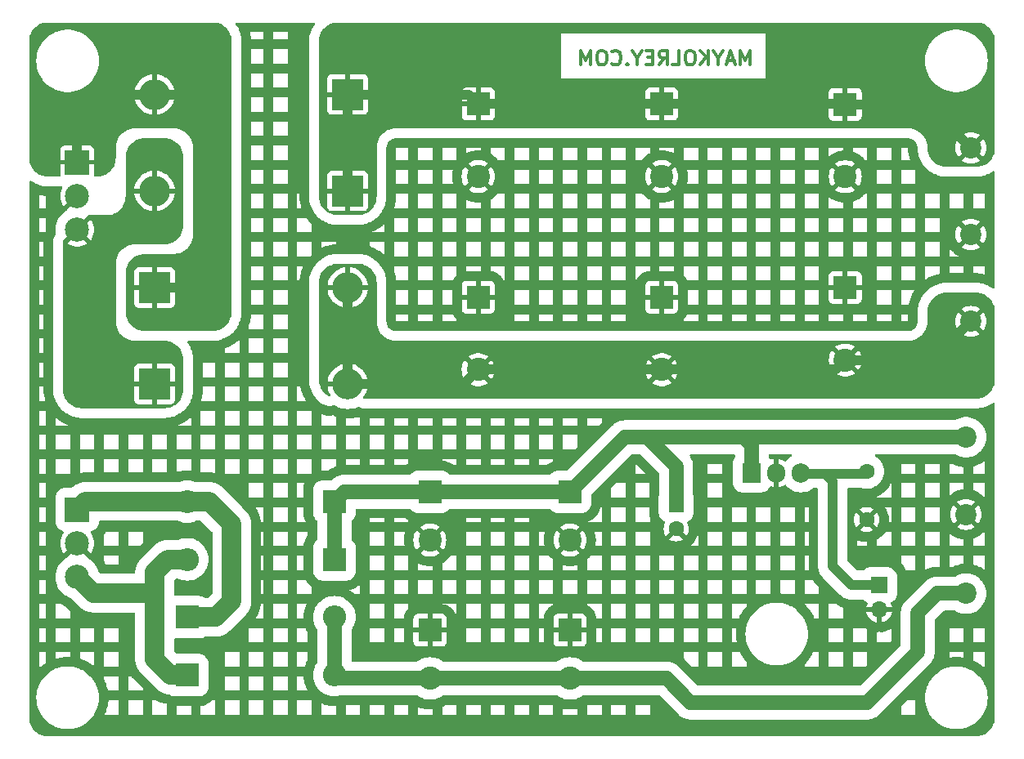
<source format=gbr>
%TF.GenerationSoftware,KiCad,Pcbnew,7.0.2-6a45011f42~172~ubuntu22.04.1*%
%TF.CreationDate,2023-05-07T16:01:10-05:00*%
%TF.ProjectId,fuente-lineal,6675656e-7465-42d6-9c69-6e65616c2e6b,V1.0.0*%
%TF.SameCoordinates,PX55d4a80PY3750280*%
%TF.FileFunction,Copper,L2,Bot*%
%TF.FilePolarity,Positive*%
%FSLAX46Y46*%
G04 Gerber Fmt 4.6, Leading zero omitted, Abs format (unit mm)*
G04 Created by KiCad (PCBNEW 7.0.2-6a45011f42~172~ubuntu22.04.1) date 2023-05-07 16:01:10*
%MOMM*%
%LPD*%
G01*
G04 APERTURE LIST*
%ADD10C,0.300000*%
%TA.AperFunction,NonConductor*%
%ADD11C,0.300000*%
%TD*%
%TA.AperFunction,ComponentPad*%
%ADD12R,2.400000X2.400000*%
%TD*%
%TA.AperFunction,ComponentPad*%
%ADD13C,2.400000*%
%TD*%
%TA.AperFunction,ComponentPad*%
%ADD14C,2.200000*%
%TD*%
%TA.AperFunction,ComponentPad*%
%ADD15R,2.500000X2.500000*%
%TD*%
%TA.AperFunction,ComponentPad*%
%ADD16C,2.500000*%
%TD*%
%TA.AperFunction,ComponentPad*%
%ADD17R,1.600000X1.600000*%
%TD*%
%TA.AperFunction,ComponentPad*%
%ADD18C,1.600000*%
%TD*%
%TA.AperFunction,ComponentPad*%
%ADD19R,3.200000X3.200000*%
%TD*%
%TA.AperFunction,ComponentPad*%
%ADD20O,3.200000X3.200000*%
%TD*%
%TA.AperFunction,ComponentPad*%
%ADD21R,1.700000X1.700000*%
%TD*%
%TA.AperFunction,ComponentPad*%
%ADD22O,1.700000X1.700000*%
%TD*%
%TA.AperFunction,ComponentPad*%
%ADD23O,2.400000X2.400000*%
%TD*%
%TA.AperFunction,ComponentPad*%
%ADD24R,1.905000X2.000000*%
%TD*%
%TA.AperFunction,ComponentPad*%
%ADD25O,1.905000X2.000000*%
%TD*%
%TA.AperFunction,Conductor*%
%ADD26C,1.000000*%
%TD*%
%TA.AperFunction,Conductor*%
%ADD27C,1.500000*%
%TD*%
%TA.AperFunction,Conductor*%
%ADD28C,2.000000*%
%TD*%
G04 APERTURE END LIST*
D10*
D11*
X79642857Y-9416428D02*
X79642857Y-7916428D01*
X79642857Y-7916428D02*
X79142857Y-8987857D01*
X79142857Y-8987857D02*
X78642857Y-7916428D01*
X78642857Y-7916428D02*
X78642857Y-9416428D01*
X77999999Y-8987857D02*
X77285714Y-8987857D01*
X78142856Y-9416428D02*
X77642856Y-7916428D01*
X77642856Y-7916428D02*
X77142856Y-9416428D01*
X76357142Y-8702142D02*
X76357142Y-9416428D01*
X76857142Y-7916428D02*
X76357142Y-8702142D01*
X76357142Y-8702142D02*
X75857142Y-7916428D01*
X75357143Y-9416428D02*
X75357143Y-7916428D01*
X74500000Y-9416428D02*
X75142857Y-8559285D01*
X74500000Y-7916428D02*
X75357143Y-8773571D01*
X73571428Y-7916428D02*
X73285714Y-7916428D01*
X73285714Y-7916428D02*
X73142857Y-7987857D01*
X73142857Y-7987857D02*
X73000000Y-8130714D01*
X73000000Y-8130714D02*
X72928571Y-8416428D01*
X72928571Y-8416428D02*
X72928571Y-8916428D01*
X72928571Y-8916428D02*
X73000000Y-9202142D01*
X73000000Y-9202142D02*
X73142857Y-9345000D01*
X73142857Y-9345000D02*
X73285714Y-9416428D01*
X73285714Y-9416428D02*
X73571428Y-9416428D01*
X73571428Y-9416428D02*
X73714286Y-9345000D01*
X73714286Y-9345000D02*
X73857143Y-9202142D01*
X73857143Y-9202142D02*
X73928571Y-8916428D01*
X73928571Y-8916428D02*
X73928571Y-8416428D01*
X73928571Y-8416428D02*
X73857143Y-8130714D01*
X73857143Y-8130714D02*
X73714286Y-7987857D01*
X73714286Y-7987857D02*
X73571428Y-7916428D01*
X71571428Y-9416428D02*
X72285714Y-9416428D01*
X72285714Y-9416428D02*
X72285714Y-7916428D01*
X70214285Y-9416428D02*
X70714285Y-8702142D01*
X71071428Y-9416428D02*
X71071428Y-7916428D01*
X71071428Y-7916428D02*
X70499999Y-7916428D01*
X70499999Y-7916428D02*
X70357142Y-7987857D01*
X70357142Y-7987857D02*
X70285713Y-8059285D01*
X70285713Y-8059285D02*
X70214285Y-8202142D01*
X70214285Y-8202142D02*
X70214285Y-8416428D01*
X70214285Y-8416428D02*
X70285713Y-8559285D01*
X70285713Y-8559285D02*
X70357142Y-8630714D01*
X70357142Y-8630714D02*
X70499999Y-8702142D01*
X70499999Y-8702142D02*
X71071428Y-8702142D01*
X69571428Y-8630714D02*
X69071428Y-8630714D01*
X68857142Y-9416428D02*
X69571428Y-9416428D01*
X69571428Y-9416428D02*
X69571428Y-7916428D01*
X69571428Y-7916428D02*
X68857142Y-7916428D01*
X67928570Y-8702142D02*
X67928570Y-9416428D01*
X68428570Y-7916428D02*
X67928570Y-8702142D01*
X67928570Y-8702142D02*
X67428570Y-7916428D01*
X66928571Y-9273571D02*
X66857142Y-9345000D01*
X66857142Y-9345000D02*
X66928571Y-9416428D01*
X66928571Y-9416428D02*
X66999999Y-9345000D01*
X66999999Y-9345000D02*
X66928571Y-9273571D01*
X66928571Y-9273571D02*
X66928571Y-9416428D01*
X65357142Y-9273571D02*
X65428570Y-9345000D01*
X65428570Y-9345000D02*
X65642856Y-9416428D01*
X65642856Y-9416428D02*
X65785713Y-9416428D01*
X65785713Y-9416428D02*
X65999999Y-9345000D01*
X65999999Y-9345000D02*
X66142856Y-9202142D01*
X66142856Y-9202142D02*
X66214285Y-9059285D01*
X66214285Y-9059285D02*
X66285713Y-8773571D01*
X66285713Y-8773571D02*
X66285713Y-8559285D01*
X66285713Y-8559285D02*
X66214285Y-8273571D01*
X66214285Y-8273571D02*
X66142856Y-8130714D01*
X66142856Y-8130714D02*
X65999999Y-7987857D01*
X65999999Y-7987857D02*
X65785713Y-7916428D01*
X65785713Y-7916428D02*
X65642856Y-7916428D01*
X65642856Y-7916428D02*
X65428570Y-7987857D01*
X65428570Y-7987857D02*
X65357142Y-8059285D01*
X64428570Y-7916428D02*
X64142856Y-7916428D01*
X64142856Y-7916428D02*
X63999999Y-7987857D01*
X63999999Y-7987857D02*
X63857142Y-8130714D01*
X63857142Y-8130714D02*
X63785713Y-8416428D01*
X63785713Y-8416428D02*
X63785713Y-8916428D01*
X63785713Y-8916428D02*
X63857142Y-9202142D01*
X63857142Y-9202142D02*
X63999999Y-9345000D01*
X63999999Y-9345000D02*
X64142856Y-9416428D01*
X64142856Y-9416428D02*
X64428570Y-9416428D01*
X64428570Y-9416428D02*
X64571428Y-9345000D01*
X64571428Y-9345000D02*
X64714285Y-9202142D01*
X64714285Y-9202142D02*
X64785713Y-8916428D01*
X64785713Y-8916428D02*
X64785713Y-8416428D01*
X64785713Y-8416428D02*
X64714285Y-8130714D01*
X64714285Y-8130714D02*
X64571428Y-7987857D01*
X64571428Y-7987857D02*
X64428570Y-7916428D01*
X63142856Y-9416428D02*
X63142856Y-7916428D01*
X63142856Y-7916428D02*
X62642856Y-8987857D01*
X62642856Y-8987857D02*
X62142856Y-7916428D01*
X62142856Y-7916428D02*
X62142856Y-9416428D01*
D12*
%TO.P,C9,1*%
%TO.N,/Vo2p*%
X61000000Y-53653821D03*
D13*
%TO.P,C9,2*%
%TO.N,GND*%
X61000000Y-58653821D03*
%TD*%
D12*
%TO.P,C3,1*%
%TO.N,/Vop*%
X70500000Y-13477780D03*
D13*
%TO.P,C3,2*%
%TO.N,GND*%
X70500000Y-20977780D03*
%TD*%
D14*
%TO.P,J4,1,Pin_1*%
%TO.N,GND*%
X102500000Y-26977780D03*
%TD*%
D15*
%TO.P,J2,1,Pin_1*%
%TO.N,/V3i*%
X10000000Y-55500000D03*
D16*
%TO.P,J2,2,Pin_2*%
%TO.N,GND*%
X10000000Y-59000000D03*
%TO.P,J2,3,Pin_3*%
%TO.N,/V4i*%
X10000000Y-62500000D03*
%TD*%
D17*
%TO.P,C11,1*%
%TO.N,/Vo2p*%
X72000000Y-55000000D03*
D18*
%TO.P,C11,2*%
%TO.N,GND*%
X72000000Y-57500000D03*
%TD*%
D19*
%TO.P,D2,1,K*%
%TO.N,/Vop*%
X38000000Y-22477780D03*
D20*
%TO.P,D2,2,A*%
%TO.N,/V2i*%
X18000000Y-22477780D03*
%TD*%
D14*
%TO.P,J6,1,Pin_1*%
%TO.N,/Vo2p*%
X102000000Y-48000000D03*
%TD*%
D12*
%TO.P,C8,1*%
%TO.N,GND*%
X46500000Y-68000000D03*
D13*
%TO.P,C8,2*%
%TO.N,/Vo2n*%
X46500000Y-73000000D03*
%TD*%
D21*
%TO.P,J9,1,Pin_1*%
%TO.N,/+5V*%
X93000000Y-63325000D03*
D22*
%TO.P,J9,2,Pin_2*%
%TO.N,GND*%
X93000000Y-65865000D03*
%TD*%
D12*
%TO.P,C10,1*%
%TO.N,GND*%
X61000000Y-68000000D03*
D13*
%TO.P,C10,2*%
%TO.N,/Vo2n*%
X61000000Y-73000000D03*
%TD*%
D12*
%TO.P,D6,1,K*%
%TO.N,/V3i*%
X21380000Y-66653821D03*
D23*
%TO.P,D6,2,A*%
%TO.N,/Vo2n*%
X36620000Y-66653821D03*
%TD*%
D12*
%TO.P,C6,1*%
%TO.N,GND*%
X89500000Y-32500000D03*
D13*
%TO.P,C6,2*%
%TO.N,/Von*%
X89500000Y-40000000D03*
%TD*%
D12*
%TO.P,D8,1,K*%
%TO.N,/V4i*%
X21380000Y-72653821D03*
D23*
%TO.P,D8,2,A*%
%TO.N,/Vo2n*%
X36620000Y-72653821D03*
%TD*%
D12*
%TO.P,C2,1*%
%TO.N,GND*%
X51500000Y-33500000D03*
D13*
%TO.P,C2,2*%
%TO.N,/Von*%
X51500000Y-41000000D03*
%TD*%
D14*
%TO.P,J8,1,Pin_1*%
%TO.N,/Vo2n*%
X102000000Y-64200000D03*
%TD*%
D12*
%TO.P,C4,1*%
%TO.N,GND*%
X70500000Y-33500000D03*
D13*
%TO.P,C4,2*%
%TO.N,/Von*%
X70500000Y-41000000D03*
%TD*%
D19*
%TO.P,D1,1,K*%
%TO.N,/V2i*%
X18000000Y-42477780D03*
D20*
%TO.P,D1,2,A*%
%TO.N,/Von*%
X38000000Y-42477780D03*
%TD*%
D19*
%TO.P,D4,1,K*%
%TO.N,/Vop*%
X38000000Y-12477780D03*
D20*
%TO.P,D4,2,A*%
%TO.N,/V1i*%
X18000000Y-12477780D03*
%TD*%
D12*
%TO.P,C1,1*%
%TO.N,/Vop*%
X51500000Y-13477780D03*
D13*
%TO.P,C1,2*%
%TO.N,GND*%
X51500000Y-20977780D03*
%TD*%
D12*
%TO.P,C5,1*%
%TO.N,/Vop*%
X89500000Y-13500000D03*
D13*
%TO.P,C5,2*%
%TO.N,GND*%
X89500000Y-21000000D03*
%TD*%
D15*
%TO.P,J1,1,Pin_1*%
%TO.N,/V1i*%
X10000000Y-19500000D03*
D16*
%TO.P,J1,2,Pin_2*%
%TO.N,GND*%
X10000000Y-23000000D03*
%TO.P,J1,3,Pin_3*%
%TO.N,/V2i*%
X10000000Y-26500000D03*
%TD*%
D12*
%TO.P,D7,1,K*%
%TO.N,/Vo2p*%
X36620000Y-60653821D03*
D23*
%TO.P,D7,2,A*%
%TO.N,/V4i*%
X21380000Y-60653821D03*
%TD*%
D24*
%TO.P,U1,1,VI*%
%TO.N,/Vo2p*%
X79830000Y-51710000D03*
D25*
%TO.P,U1,2,GND*%
%TO.N,GND*%
X82370000Y-51710000D03*
%TO.P,U1,3,VO*%
%TO.N,/+5V*%
X84910000Y-51710000D03*
%TD*%
D19*
%TO.P,D3,1,K*%
%TO.N,/V1i*%
X18000000Y-32477780D03*
D20*
%TO.P,D3,2,A*%
%TO.N,/Von*%
X38000000Y-32477780D03*
%TD*%
D14*
%TO.P,J5,1,Pin_1*%
%TO.N,/Von*%
X102500000Y-36000000D03*
%TD*%
D12*
%TO.P,C7,1*%
%TO.N,/Vo2p*%
X46500000Y-53653821D03*
D13*
%TO.P,C7,2*%
%TO.N,GND*%
X46500000Y-58653821D03*
%TD*%
D14*
%TO.P,J3,1,Pin_1*%
%TO.N,/Vop*%
X102500000Y-18000000D03*
%TD*%
%TO.P,J7,1,Pin_1*%
%TO.N,GND*%
X102000000Y-56000000D03*
%TD*%
D12*
%TO.P,D5,1,K*%
%TO.N,/Vo2p*%
X36620000Y-54653821D03*
D23*
%TO.P,D5,2,A*%
%TO.N,/V3i*%
X21380000Y-54653821D03*
%TD*%
D18*
%TO.P,C12,1*%
%TO.N,/+5V*%
X91720000Y-51540000D03*
%TO.P,C12,2*%
%TO.N,GND*%
X91720000Y-56540000D03*
%TD*%
D26*
%TO.N,/Vop*%
X38000000Y-12477780D02*
X50500000Y-12477780D01*
X70500000Y-13477780D02*
X89477780Y-13477780D01*
X98000000Y-13500000D02*
X102500000Y-18000000D01*
X51500000Y-13477780D02*
X70500000Y-13477780D01*
X89477780Y-13477780D02*
X89500000Y-13500000D01*
X50500000Y-12477780D02*
X51500000Y-13477780D01*
X89500000Y-13500000D02*
X98000000Y-13500000D01*
X38000000Y-22477780D02*
X38000000Y-12477780D01*
%TO.N,/Von*%
X38000000Y-42477780D02*
X50022220Y-42477780D01*
X88500000Y-41000000D02*
X89500000Y-40000000D01*
X51500000Y-41000000D02*
X70500000Y-41000000D01*
X50022220Y-42477780D02*
X51500000Y-41000000D01*
X70500000Y-41000000D02*
X88500000Y-41000000D01*
X38000000Y-32477780D02*
X38000000Y-42477780D01*
X98500000Y-40000000D02*
X102500000Y-36000000D01*
X89500000Y-40000000D02*
X98500000Y-40000000D01*
%TO.N,/V1i*%
X21522220Y-32477780D02*
X24000000Y-30000000D01*
X13022220Y-12477780D02*
X18000000Y-12477780D01*
X10000000Y-19500000D02*
X10000000Y-15500000D01*
X24000000Y-30000000D02*
X24000000Y-15000000D01*
X10000000Y-15500000D02*
X13022220Y-12477780D01*
X21477780Y-12477780D02*
X18000000Y-12477780D01*
X24000000Y-15000000D02*
X21477780Y-12477780D01*
X18000000Y-32477780D02*
X21522220Y-32477780D01*
D27*
%TO.N,/Vo2p*%
X72000000Y-51000000D02*
X69000000Y-48000000D01*
X36620000Y-60653821D02*
X36620000Y-54653821D01*
X72000000Y-55000000D02*
X72000000Y-51000000D01*
X36620000Y-54653821D02*
X37620000Y-53653821D01*
X37620000Y-53653821D02*
X46500000Y-53653821D01*
X46500000Y-53653821D02*
X61000000Y-53653821D01*
X102000000Y-48000000D02*
X79000000Y-48000000D01*
X69000000Y-48000000D02*
X66653821Y-48000000D01*
X79830000Y-48830000D02*
X79000000Y-48000000D01*
X79000000Y-48000000D02*
X69000000Y-48000000D01*
X79830000Y-51710000D02*
X79830000Y-48830000D01*
X66653821Y-48000000D02*
X61000000Y-53653821D01*
D28*
%TO.N,/V3i*%
X21380000Y-54653821D02*
X23653821Y-54653821D01*
X23653821Y-54653821D02*
X26000000Y-57000000D01*
X26000000Y-65000000D02*
X24346179Y-66653821D01*
X10846179Y-54653821D02*
X21380000Y-54653821D01*
X24346179Y-66653821D02*
X21380000Y-66653821D01*
X26000000Y-57000000D02*
X26000000Y-65000000D01*
X10000000Y-55500000D02*
X10846179Y-54653821D01*
D27*
%TO.N,/Vo2n*%
X97000000Y-66200000D02*
X99000000Y-64200000D01*
X36966179Y-73000000D02*
X46500000Y-73000000D01*
X73500000Y-75500000D02*
X91750000Y-75500000D01*
X91750000Y-75500000D02*
X97000000Y-70250000D01*
X71000000Y-73000000D02*
X73500000Y-75500000D01*
X97000000Y-70250000D02*
X97000000Y-66200000D01*
X46500000Y-73000000D02*
X61000000Y-73000000D01*
X36620000Y-72653821D02*
X36966179Y-73000000D01*
X36620000Y-66653821D02*
X36620000Y-72653821D01*
X99000000Y-64200000D02*
X102000000Y-64200000D01*
X61000000Y-73000000D02*
X71000000Y-73000000D01*
D28*
%TO.N,/V4i*%
X18000000Y-62000000D02*
X18000000Y-64033821D01*
X10000000Y-62500000D02*
X11660000Y-64160000D01*
X17873821Y-64160000D02*
X18000000Y-64033821D01*
X11660000Y-64160000D02*
X17873821Y-64160000D01*
X19653821Y-72653821D02*
X21380000Y-72653821D01*
X18000000Y-64033821D02*
X18000000Y-71000000D01*
X19346179Y-60653821D02*
X18000000Y-62000000D01*
X21380000Y-60653821D02*
X19346179Y-60653821D01*
X18000000Y-71000000D02*
X19653821Y-72653821D01*
D26*
%TO.N,/+5V*%
X84970000Y-51770000D02*
X87400000Y-51770000D01*
X88200000Y-52570000D02*
X87400000Y-51770000D01*
X91490000Y-51770000D02*
X91720000Y-51540000D01*
X90125000Y-63325000D02*
X88200000Y-61400000D01*
X84910000Y-51710000D02*
X84970000Y-51770000D01*
X87400000Y-51770000D02*
X91490000Y-51770000D01*
X88200000Y-61400000D02*
X88200000Y-52570000D01*
X93000000Y-63325000D02*
X90125000Y-63325000D01*
%TD*%
%TA.AperFunction,Conductor*%
%TO.N,/V2i*%
G36*
X19004418Y-17000316D02*
G01*
X19275790Y-17019724D01*
X19293291Y-17022241D01*
X19554803Y-17079129D01*
X19571762Y-17084108D01*
X19822524Y-17177638D01*
X19838616Y-17184987D01*
X20073501Y-17313244D01*
X20088375Y-17322802D01*
X20302624Y-17483188D01*
X20315994Y-17494774D01*
X20505225Y-17684005D01*
X20516811Y-17697375D01*
X20677193Y-17911619D01*
X20686758Y-17926503D01*
X20815011Y-18161382D01*
X20822361Y-18177475D01*
X20915888Y-18428229D01*
X20920872Y-18445205D01*
X20977757Y-18706702D01*
X20980275Y-18724214D01*
X20999684Y-18995581D01*
X21000000Y-19004427D01*
X21000000Y-25995572D01*
X20999684Y-26004418D01*
X20980275Y-26275785D01*
X20977757Y-26293297D01*
X20920872Y-26554794D01*
X20915888Y-26571770D01*
X20822361Y-26822524D01*
X20815011Y-26838617D01*
X20686758Y-27073496D01*
X20677193Y-27088380D01*
X20516811Y-27302624D01*
X20505225Y-27315994D01*
X20315994Y-27505225D01*
X20302624Y-27516811D01*
X20088380Y-27677193D01*
X20073496Y-27686758D01*
X19838617Y-27815011D01*
X19822524Y-27822361D01*
X19571770Y-27915888D01*
X19554794Y-27920872D01*
X19293297Y-27977757D01*
X19275785Y-27980275D01*
X19004418Y-27999684D01*
X18995572Y-28000000D01*
X16000000Y-28000000D01*
X15997792Y-28000157D01*
X15997789Y-28000158D01*
X15715368Y-28020357D01*
X15436539Y-28081012D01*
X15302852Y-28130874D01*
X15169170Y-28180736D01*
X15169167Y-28180737D01*
X15169166Y-28180738D01*
X14918719Y-28317491D01*
X14690276Y-28488503D01*
X14488503Y-28690276D01*
X14317491Y-28918719D01*
X14180738Y-29169166D01*
X14180736Y-29169170D01*
X14130874Y-29302852D01*
X14081012Y-29436539D01*
X14020357Y-29715368D01*
X14020357Y-29715370D01*
X14000000Y-30000000D01*
X14000000Y-36000000D01*
X14000157Y-36002208D01*
X14000158Y-36002210D01*
X14020357Y-36284631D01*
X14081012Y-36563460D01*
X14081014Y-36563465D01*
X14180736Y-36830830D01*
X14180738Y-36830833D01*
X14317491Y-37081280D01*
X14402996Y-37195501D01*
X14488501Y-37309721D01*
X14690279Y-37511499D01*
X14861608Y-37639755D01*
X14918719Y-37682508D01*
X15008255Y-37731397D01*
X15169170Y-37819264D01*
X15436535Y-37918986D01*
X15436538Y-37918986D01*
X15436539Y-37918987D01*
X15488651Y-37930323D01*
X15715370Y-37979643D01*
X16000000Y-38000000D01*
X18995572Y-38000000D01*
X19004418Y-38000316D01*
X19275790Y-38019724D01*
X19293291Y-38022241D01*
X19554803Y-38079129D01*
X19571762Y-38084108D01*
X19822524Y-38177638D01*
X19838616Y-38184987D01*
X20073501Y-38313244D01*
X20088375Y-38322802D01*
X20302624Y-38483188D01*
X20315994Y-38494774D01*
X20505225Y-38684005D01*
X20516811Y-38697375D01*
X20677193Y-38911619D01*
X20686758Y-38926503D01*
X20815011Y-39161382D01*
X20822361Y-39177475D01*
X20915888Y-39428229D01*
X20920872Y-39445205D01*
X20977757Y-39706702D01*
X20980275Y-39724214D01*
X20999684Y-39995581D01*
X21000000Y-40004427D01*
X21000000Y-42995572D01*
X20999684Y-43004418D01*
X20980275Y-43275785D01*
X20977757Y-43293297D01*
X20920872Y-43554794D01*
X20915888Y-43571770D01*
X20822361Y-43822524D01*
X20815011Y-43838617D01*
X20686758Y-44073496D01*
X20677193Y-44088380D01*
X20516811Y-44302624D01*
X20505225Y-44315994D01*
X20315994Y-44505225D01*
X20302624Y-44516811D01*
X20088380Y-44677193D01*
X20073496Y-44686758D01*
X19838617Y-44815011D01*
X19822524Y-44822361D01*
X19571770Y-44915888D01*
X19554794Y-44920872D01*
X19293297Y-44977757D01*
X19275785Y-44980275D01*
X19004418Y-44999684D01*
X18995572Y-45000000D01*
X10504428Y-45000000D01*
X10495582Y-44999684D01*
X10224214Y-44980275D01*
X10206702Y-44977757D01*
X9945205Y-44920872D01*
X9928229Y-44915888D01*
X9677475Y-44822361D01*
X9661382Y-44815011D01*
X9426503Y-44686758D01*
X9411619Y-44677193D01*
X9197375Y-44516811D01*
X9184005Y-44505225D01*
X8994774Y-44315994D01*
X8983188Y-44302624D01*
X8848197Y-44122298D01*
X15900000Y-44122298D01*
X15900354Y-44128912D01*
X15906400Y-44185151D01*
X15956647Y-44319869D01*
X16042811Y-44434968D01*
X16157910Y-44521132D01*
X16292628Y-44571379D01*
X16348867Y-44577425D01*
X16355482Y-44577780D01*
X17750000Y-44577780D01*
X17750000Y-43237863D01*
X17820857Y-43262657D01*
X17955074Y-43277780D01*
X18044926Y-43277780D01*
X18179143Y-43262657D01*
X18250000Y-43237863D01*
X18250000Y-44577780D01*
X19644518Y-44577780D01*
X19651132Y-44577425D01*
X19707371Y-44571379D01*
X19842089Y-44521132D01*
X19957188Y-44434968D01*
X20043352Y-44319869D01*
X20093599Y-44185151D01*
X20099645Y-44128912D01*
X20100000Y-44122298D01*
X20100000Y-42727780D01*
X18760083Y-42727780D01*
X18784877Y-42656923D01*
X18805062Y-42477780D01*
X18784877Y-42298637D01*
X18760083Y-42227780D01*
X20100000Y-42227780D01*
X20100000Y-40833261D01*
X20099645Y-40826647D01*
X20093599Y-40770408D01*
X20043352Y-40635690D01*
X19957188Y-40520591D01*
X19842089Y-40434427D01*
X19707371Y-40384180D01*
X19651132Y-40378134D01*
X19644518Y-40377780D01*
X18250000Y-40377780D01*
X18250000Y-41717696D01*
X18179143Y-41692903D01*
X18044926Y-41677780D01*
X17955074Y-41677780D01*
X17820857Y-41692903D01*
X17750000Y-41717696D01*
X17750000Y-40377780D01*
X16355482Y-40377780D01*
X16348867Y-40378134D01*
X16292628Y-40384180D01*
X16157910Y-40434427D01*
X16042811Y-40520591D01*
X15956647Y-40635690D01*
X15906400Y-40770408D01*
X15900354Y-40826647D01*
X15900000Y-40833261D01*
X15900000Y-42227780D01*
X17239917Y-42227780D01*
X17215123Y-42298637D01*
X17194938Y-42477780D01*
X17215123Y-42656923D01*
X17239917Y-42727780D01*
X15900000Y-42727780D01*
X15900000Y-44122298D01*
X8848197Y-44122298D01*
X8822802Y-44088375D01*
X8813244Y-44073501D01*
X8684987Y-43838616D01*
X8677638Y-43822524D01*
X8584108Y-43571762D01*
X8579129Y-43554803D01*
X8522241Y-43293291D01*
X8519724Y-43275785D01*
X8500316Y-43004418D01*
X8500000Y-42995572D01*
X8500000Y-27674233D01*
X8519685Y-27607194D01*
X8572489Y-27561439D01*
X8587910Y-27558534D01*
X9322803Y-26823641D01*
X9346059Y-26877553D01*
X9450756Y-27018185D01*
X9585062Y-27130882D01*
X9676665Y-27176886D01*
X8950831Y-27902720D01*
X9122546Y-28019793D01*
X9358860Y-28133596D01*
X9609496Y-28210908D01*
X9868856Y-28250000D01*
X10131144Y-28250000D01*
X10390503Y-28210908D01*
X10641139Y-28133596D01*
X10877456Y-28019792D01*
X11049167Y-27902720D01*
X10325946Y-27179498D01*
X10338891Y-27174787D01*
X10485373Y-27078445D01*
X10605688Y-26950918D01*
X10678447Y-26824894D01*
X11402124Y-27548571D01*
X11449972Y-27488572D01*
X11581117Y-27261423D01*
X11676940Y-27017270D01*
X11735306Y-26761552D01*
X11754907Y-26500000D01*
X11735306Y-26238447D01*
X11676940Y-25982729D01*
X11581117Y-25738575D01*
X11449972Y-25511426D01*
X11402125Y-25451427D01*
X10677195Y-26176356D01*
X10653941Y-26122447D01*
X10549244Y-25981815D01*
X10414938Y-25869118D01*
X10323333Y-25823112D01*
X11062873Y-25083572D01*
X11066098Y-25066992D01*
X11114400Y-25016507D01*
X11176217Y-25000000D01*
X12997785Y-25000000D01*
X13000000Y-25000000D01*
X13284630Y-24979643D01*
X13563465Y-24918986D01*
X13830830Y-24819264D01*
X14081282Y-24682507D01*
X14309721Y-24511499D01*
X14511499Y-24309721D01*
X14682507Y-24081282D01*
X14819264Y-23830830D01*
X14918986Y-23563465D01*
X14979643Y-23284630D01*
X15000000Y-23000000D01*
X15000000Y-22727780D01*
X15912193Y-22727780D01*
X15914409Y-22760179D01*
X15915559Y-22768541D01*
X15972285Y-23041520D01*
X15974570Y-23049677D01*
X16067935Y-23312380D01*
X16071305Y-23320139D01*
X16199577Y-23567693D01*
X16203973Y-23574921D01*
X16364752Y-23802693D01*
X16370095Y-23809261D01*
X16560398Y-24013026D01*
X16566573Y-24018794D01*
X16782850Y-24194747D01*
X16789768Y-24199631D01*
X17027987Y-24344495D01*
X17035489Y-24348382D01*
X17291228Y-24459466D01*
X17299181Y-24462292D01*
X17567669Y-24537519D01*
X17575938Y-24539237D01*
X17749999Y-24563160D01*
X17750000Y-24563160D01*
X17750000Y-23237863D01*
X17820857Y-23262657D01*
X17955074Y-23277780D01*
X18044926Y-23277780D01*
X18179143Y-23262657D01*
X18250000Y-23237863D01*
X18250000Y-24563160D01*
X18424061Y-24539237D01*
X18432330Y-24537519D01*
X18700818Y-24462292D01*
X18708771Y-24459466D01*
X18964510Y-24348382D01*
X18972012Y-24344495D01*
X19210231Y-24199631D01*
X19217149Y-24194747D01*
X19433426Y-24018794D01*
X19439601Y-24013026D01*
X19629904Y-23809261D01*
X19635247Y-23802693D01*
X19796026Y-23574921D01*
X19800422Y-23567693D01*
X19928694Y-23320139D01*
X19932064Y-23312380D01*
X20025429Y-23049677D01*
X20027714Y-23041520D01*
X20084440Y-22768541D01*
X20085590Y-22760179D01*
X20087807Y-22727780D01*
X18760083Y-22727780D01*
X18784877Y-22656923D01*
X18805062Y-22477780D01*
X18784877Y-22298637D01*
X18760083Y-22227780D01*
X20087807Y-22227780D01*
X20087806Y-22227779D01*
X20085590Y-22195380D01*
X20084440Y-22187018D01*
X20027714Y-21914039D01*
X20025429Y-21905882D01*
X19932064Y-21643179D01*
X19928694Y-21635420D01*
X19800422Y-21387866D01*
X19796026Y-21380638D01*
X19635247Y-21152866D01*
X19629904Y-21146298D01*
X19439601Y-20942533D01*
X19433426Y-20936765D01*
X19217149Y-20760812D01*
X19210231Y-20755928D01*
X18972012Y-20611064D01*
X18964510Y-20607177D01*
X18708771Y-20496093D01*
X18700818Y-20493267D01*
X18432335Y-20418041D01*
X18424057Y-20416321D01*
X18250000Y-20392398D01*
X18250000Y-21717696D01*
X18179143Y-21692903D01*
X18044926Y-21677780D01*
X17955074Y-21677780D01*
X17820857Y-21692903D01*
X17750000Y-21717696D01*
X17750000Y-20392398D01*
X17575942Y-20416321D01*
X17567664Y-20418041D01*
X17299181Y-20493267D01*
X17291228Y-20496093D01*
X17035489Y-20607177D01*
X17027987Y-20611064D01*
X16789768Y-20755928D01*
X16782850Y-20760812D01*
X16566573Y-20936765D01*
X16560398Y-20942533D01*
X16370095Y-21146298D01*
X16364752Y-21152866D01*
X16203973Y-21380638D01*
X16199577Y-21387866D01*
X16071305Y-21635420D01*
X16067935Y-21643179D01*
X15974570Y-21905882D01*
X15972285Y-21914039D01*
X15915559Y-22187018D01*
X15914409Y-22195380D01*
X15912193Y-22227779D01*
X15912193Y-22227780D01*
X17239917Y-22227780D01*
X17215123Y-22298637D01*
X17194938Y-22477780D01*
X17215123Y-22656923D01*
X17239917Y-22727780D01*
X15912193Y-22727780D01*
X15000000Y-22727780D01*
X15000000Y-19004427D01*
X15000316Y-18995581D01*
X15019724Y-18724214D01*
X15022240Y-18706710D01*
X15079130Y-18445192D01*
X15084107Y-18428241D01*
X15177640Y-18177470D01*
X15184985Y-18161388D01*
X15313248Y-17926491D01*
X15322798Y-17911630D01*
X15483195Y-17697366D01*
X15494767Y-17684012D01*
X15684012Y-17494767D01*
X15697366Y-17483195D01*
X15911630Y-17322798D01*
X15926491Y-17313248D01*
X16161388Y-17184985D01*
X16177470Y-17177640D01*
X16428241Y-17084107D01*
X16445192Y-17079130D01*
X16706710Y-17022240D01*
X16724207Y-17019724D01*
X16995581Y-17000316D01*
X17004428Y-17000000D01*
X18995572Y-17000000D01*
X19004418Y-17000316D01*
G37*
%TD.AperFunction*%
%TD*%
%TA.AperFunction,Conductor*%
%TO.N,/Vop*%
G36*
X103321299Y-5028333D02*
G01*
X103554803Y-5079129D01*
X103571762Y-5084108D01*
X103822524Y-5177638D01*
X103838616Y-5184987D01*
X104073501Y-5313244D01*
X104088375Y-5322802D01*
X104302624Y-5483188D01*
X104315994Y-5494774D01*
X104505225Y-5684005D01*
X104516811Y-5697375D01*
X104651074Y-5876729D01*
X104677193Y-5911619D01*
X104686758Y-5926503D01*
X104815011Y-6161382D01*
X104822361Y-6177475D01*
X104915888Y-6428229D01*
X104920872Y-6445205D01*
X104971666Y-6678700D01*
X104974500Y-6705058D01*
X104974500Y-18294940D01*
X104971666Y-18321298D01*
X104920872Y-18554794D01*
X104915888Y-18571770D01*
X104822361Y-18822524D01*
X104815011Y-18838617D01*
X104686758Y-19073496D01*
X104677193Y-19088380D01*
X104516811Y-19302624D01*
X104505225Y-19315994D01*
X104315994Y-19505225D01*
X104302624Y-19516811D01*
X104088380Y-19677193D01*
X104073496Y-19686758D01*
X103838617Y-19815011D01*
X103822524Y-19822361D01*
X103571770Y-19915888D01*
X103554794Y-19920872D01*
X103293297Y-19977757D01*
X103275785Y-19980275D01*
X103004418Y-19999684D01*
X102995572Y-20000000D01*
X100004428Y-20000000D01*
X99995582Y-19999684D01*
X99724214Y-19980275D01*
X99706702Y-19977757D01*
X99445205Y-19920872D01*
X99428229Y-19915888D01*
X99177475Y-19822361D01*
X99161382Y-19815011D01*
X98926503Y-19686758D01*
X98911619Y-19677193D01*
X98697375Y-19516811D01*
X98684005Y-19505225D01*
X98494774Y-19315994D01*
X98483188Y-19302624D01*
X98322802Y-19088375D01*
X98313244Y-19073501D01*
X98184987Y-18838616D01*
X98177638Y-18822524D01*
X98142618Y-18728632D01*
X98084108Y-18571762D01*
X98079129Y-18554803D01*
X98022241Y-18293291D01*
X98019724Y-18275785D01*
X98017956Y-18251070D01*
X98000000Y-18000000D01*
X100895052Y-18000000D01*
X100914812Y-18251070D01*
X100973603Y-18495956D01*
X101069982Y-18728632D01*
X101201570Y-18943365D01*
X101202265Y-18944178D01*
X101202266Y-18944178D01*
X101974070Y-18172374D01*
X101976884Y-18185915D01*
X102046442Y-18320156D01*
X102149638Y-18430652D01*
X102278819Y-18509209D01*
X102330002Y-18523549D01*
X101555819Y-19297732D01*
X101555820Y-19297733D01*
X101556631Y-19298427D01*
X101771372Y-19430019D01*
X102004043Y-19526396D01*
X102248929Y-19585187D01*
X102500000Y-19604947D01*
X102751070Y-19585187D01*
X102995956Y-19526396D01*
X103228632Y-19430017D01*
X103443364Y-19298430D01*
X103444179Y-19297732D01*
X102671568Y-18525121D01*
X102788458Y-18474349D01*
X102905739Y-18378934D01*
X102992928Y-18255415D01*
X103023354Y-18169802D01*
X103797732Y-18944179D01*
X103798430Y-18943364D01*
X103930017Y-18728632D01*
X104026396Y-18495956D01*
X104085187Y-18251070D01*
X104104947Y-17999999D01*
X104085187Y-17748929D01*
X104026396Y-17504043D01*
X103930019Y-17271372D01*
X103798427Y-17056631D01*
X103797733Y-17055820D01*
X103797732Y-17055819D01*
X103025929Y-17827622D01*
X103023116Y-17814085D01*
X102953558Y-17679844D01*
X102850362Y-17569348D01*
X102721181Y-17490791D01*
X102669996Y-17476449D01*
X103444178Y-16702266D01*
X103444178Y-16702265D01*
X103443365Y-16701570D01*
X103228632Y-16569982D01*
X102995956Y-16473603D01*
X102751070Y-16414812D01*
X102500000Y-16395052D01*
X102248929Y-16414812D01*
X102004043Y-16473603D01*
X101771367Y-16569982D01*
X101556635Y-16701569D01*
X101555820Y-16702265D01*
X101555820Y-16702266D01*
X102328432Y-17474878D01*
X102211542Y-17525651D01*
X102094261Y-17621066D01*
X102007072Y-17744585D01*
X101976644Y-17830198D01*
X101202266Y-17055820D01*
X101202265Y-17055820D01*
X101201569Y-17056635D01*
X101069982Y-17271367D01*
X100973603Y-17504043D01*
X100914812Y-17748929D01*
X100895052Y-18000000D01*
X98000000Y-18000000D01*
X97979643Y-17715370D01*
X97918986Y-17436535D01*
X97819264Y-17169170D01*
X97682507Y-16918718D01*
X97511499Y-16690279D01*
X97309721Y-16488501D01*
X97184888Y-16395052D01*
X97081280Y-16317491D01*
X96902207Y-16219711D01*
X96830830Y-16180736D01*
X96563465Y-16081014D01*
X96563460Y-16081012D01*
X96284631Y-16020357D01*
X96002210Y-16000158D01*
X96002208Y-16000157D01*
X96000000Y-16000000D01*
X95997785Y-16000000D01*
X43002215Y-16000000D01*
X43000000Y-16000000D01*
X42997792Y-16000157D01*
X42997789Y-16000158D01*
X42715368Y-16020357D01*
X42436539Y-16081012D01*
X42302852Y-16130874D01*
X42169170Y-16180736D01*
X42169167Y-16180737D01*
X42169166Y-16180738D01*
X41918719Y-16317491D01*
X41690276Y-16488503D01*
X41488503Y-16690276D01*
X41317491Y-16918719D01*
X41180738Y-17169166D01*
X41180736Y-17169170D01*
X41142617Y-17271372D01*
X41081012Y-17436539D01*
X41020357Y-17715368D01*
X41020357Y-17715370D01*
X41000000Y-18000000D01*
X41000000Y-18002214D01*
X41000000Y-18002215D01*
X41000000Y-22995572D01*
X40999684Y-23004418D01*
X40980275Y-23275785D01*
X40977757Y-23293297D01*
X40920872Y-23554794D01*
X40915888Y-23571770D01*
X40822361Y-23822524D01*
X40815011Y-23838617D01*
X40686758Y-24073496D01*
X40677193Y-24088380D01*
X40516811Y-24302624D01*
X40505225Y-24315994D01*
X40315994Y-24505225D01*
X40302624Y-24516811D01*
X40088380Y-24677193D01*
X40073496Y-24686758D01*
X39838617Y-24815011D01*
X39822524Y-24822361D01*
X39571770Y-24915888D01*
X39554794Y-24920872D01*
X39293297Y-24977757D01*
X39275785Y-24980275D01*
X39004418Y-24999684D01*
X38995572Y-25000000D01*
X37004428Y-25000000D01*
X36995582Y-24999684D01*
X36724214Y-24980275D01*
X36706702Y-24977757D01*
X36445205Y-24920872D01*
X36428229Y-24915888D01*
X36177475Y-24822361D01*
X36161382Y-24815011D01*
X35926503Y-24686758D01*
X35911619Y-24677193D01*
X35697375Y-24516811D01*
X35684005Y-24505225D01*
X35494774Y-24315994D01*
X35483188Y-24302624D01*
X35348197Y-24122298D01*
X35900000Y-24122298D01*
X35900354Y-24128912D01*
X35906400Y-24185151D01*
X35956647Y-24319869D01*
X36042811Y-24434968D01*
X36157910Y-24521132D01*
X36292628Y-24571379D01*
X36348867Y-24577425D01*
X36355482Y-24577780D01*
X37750000Y-24577780D01*
X37749999Y-23237863D01*
X37820857Y-23262657D01*
X37955074Y-23277780D01*
X38044926Y-23277780D01*
X38179143Y-23262657D01*
X38250000Y-23237863D01*
X38250000Y-24577780D01*
X39644518Y-24577780D01*
X39651132Y-24577425D01*
X39707371Y-24571379D01*
X39842089Y-24521132D01*
X39957188Y-24434968D01*
X40043352Y-24319869D01*
X40093599Y-24185151D01*
X40099645Y-24128912D01*
X40100000Y-24122298D01*
X40100000Y-22727780D01*
X38760083Y-22727780D01*
X38784877Y-22656923D01*
X38805062Y-22477780D01*
X38784877Y-22298637D01*
X38760083Y-22227780D01*
X40100000Y-22227780D01*
X40100000Y-20833261D01*
X40099645Y-20826647D01*
X40093599Y-20770408D01*
X40043352Y-20635690D01*
X39957188Y-20520591D01*
X39842089Y-20434427D01*
X39707371Y-20384180D01*
X39651132Y-20378134D01*
X39644518Y-20377780D01*
X38250000Y-20377780D01*
X38250000Y-21717696D01*
X38179143Y-21692903D01*
X38044926Y-21677780D01*
X37955074Y-21677780D01*
X37820857Y-21692903D01*
X37749999Y-21717696D01*
X37750000Y-20377780D01*
X36355482Y-20377780D01*
X36348867Y-20378134D01*
X36292628Y-20384180D01*
X36157910Y-20434427D01*
X36042811Y-20520591D01*
X35956647Y-20635690D01*
X35906400Y-20770408D01*
X35900354Y-20826647D01*
X35900000Y-20833261D01*
X35900000Y-22227780D01*
X37239917Y-22227780D01*
X37215123Y-22298637D01*
X37194938Y-22477780D01*
X37215123Y-22656923D01*
X37239917Y-22727780D01*
X35900000Y-22727780D01*
X35900000Y-24122298D01*
X35348197Y-24122298D01*
X35322802Y-24088375D01*
X35313244Y-24073501D01*
X35184987Y-23838616D01*
X35177638Y-23822524D01*
X35084108Y-23571762D01*
X35079129Y-23554803D01*
X35022241Y-23293291D01*
X35019724Y-23275785D01*
X35000316Y-23004418D01*
X35000000Y-22995572D01*
X35000000Y-14722298D01*
X49800000Y-14722298D01*
X49800354Y-14728912D01*
X49806400Y-14785151D01*
X49856647Y-14919869D01*
X49942811Y-15034968D01*
X50057910Y-15121132D01*
X50192628Y-15171379D01*
X50248867Y-15177425D01*
X50255482Y-15177780D01*
X51250000Y-15177780D01*
X51250000Y-14023661D01*
X51343369Y-14062336D01*
X51460677Y-14077780D01*
X51539323Y-14077780D01*
X51656631Y-14062336D01*
X51750000Y-14023661D01*
X51750000Y-15177780D01*
X52744518Y-15177780D01*
X52751132Y-15177425D01*
X52807371Y-15171379D01*
X52942089Y-15121132D01*
X53057188Y-15034968D01*
X53143352Y-14919869D01*
X53193599Y-14785151D01*
X53199645Y-14728912D01*
X53200000Y-14722298D01*
X68800000Y-14722298D01*
X68800354Y-14728912D01*
X68806400Y-14785151D01*
X68856647Y-14919869D01*
X68942811Y-15034968D01*
X69057910Y-15121132D01*
X69192628Y-15171379D01*
X69248867Y-15177425D01*
X69255482Y-15177780D01*
X70250000Y-15177780D01*
X70250000Y-14023661D01*
X70343369Y-14062336D01*
X70460677Y-14077780D01*
X70539323Y-14077780D01*
X70656631Y-14062336D01*
X70750000Y-14023661D01*
X70750000Y-15177780D01*
X71744518Y-15177780D01*
X71751132Y-15177425D01*
X71807371Y-15171379D01*
X71942089Y-15121132D01*
X72057188Y-15034968D01*
X72143352Y-14919869D01*
X72193599Y-14785151D01*
X72197967Y-14744518D01*
X87800000Y-14744518D01*
X87800354Y-14751132D01*
X87806400Y-14807371D01*
X87856647Y-14942089D01*
X87942811Y-15057188D01*
X88057910Y-15143352D01*
X88192628Y-15193599D01*
X88248867Y-15199645D01*
X88255482Y-15200000D01*
X89250000Y-15200000D01*
X89250000Y-14045881D01*
X89343369Y-14084556D01*
X89460677Y-14100000D01*
X89539323Y-14100000D01*
X89656631Y-14084556D01*
X89750000Y-14045881D01*
X89750000Y-15200000D01*
X90744518Y-15200000D01*
X90751132Y-15199645D01*
X90807371Y-15193599D01*
X90942089Y-15143352D01*
X91057188Y-15057188D01*
X91143352Y-14942089D01*
X91193599Y-14807371D01*
X91199645Y-14751132D01*
X91200000Y-14744518D01*
X91200000Y-13750000D01*
X90045882Y-13750000D01*
X90084556Y-13656631D01*
X90105177Y-13500000D01*
X90084556Y-13343369D01*
X90045882Y-13250000D01*
X91200000Y-13250000D01*
X91200000Y-12255481D01*
X91199645Y-12248867D01*
X91193599Y-12192628D01*
X91143352Y-12057910D01*
X91057188Y-11942811D01*
X90942089Y-11856647D01*
X90807371Y-11806400D01*
X90751132Y-11800354D01*
X90744518Y-11800000D01*
X89750000Y-11800000D01*
X89750000Y-12954118D01*
X89656631Y-12915444D01*
X89539323Y-12900000D01*
X89460677Y-12900000D01*
X89343369Y-12915444D01*
X89250000Y-12954118D01*
X89250000Y-11800000D01*
X88255482Y-11800000D01*
X88248867Y-11800354D01*
X88192628Y-11806400D01*
X88057910Y-11856647D01*
X87942811Y-11942811D01*
X87856647Y-12057910D01*
X87806400Y-12192628D01*
X87800354Y-12248867D01*
X87800000Y-12255481D01*
X87800000Y-13250000D01*
X88954118Y-13250000D01*
X88915444Y-13343369D01*
X88894823Y-13500000D01*
X88915444Y-13656631D01*
X88954118Y-13750000D01*
X87800000Y-13750000D01*
X87800000Y-14744518D01*
X72197967Y-14744518D01*
X72199645Y-14728912D01*
X72200000Y-14722298D01*
X72200000Y-13727780D01*
X71045882Y-13727780D01*
X71084556Y-13634411D01*
X71105177Y-13477780D01*
X71084556Y-13321149D01*
X71045882Y-13227780D01*
X72200000Y-13227780D01*
X72200000Y-12233261D01*
X72199645Y-12226647D01*
X72193599Y-12170408D01*
X72143352Y-12035690D01*
X72057188Y-11920591D01*
X71942089Y-11834427D01*
X71807371Y-11784180D01*
X71751132Y-11778134D01*
X71744518Y-11777780D01*
X70750000Y-11777780D01*
X70750000Y-12931898D01*
X70656631Y-12893224D01*
X70539323Y-12877780D01*
X70460677Y-12877780D01*
X70343369Y-12893224D01*
X70250000Y-12931898D01*
X70250000Y-11777780D01*
X69255482Y-11777780D01*
X69248867Y-11778134D01*
X69192628Y-11784180D01*
X69057910Y-11834427D01*
X68942811Y-11920591D01*
X68856647Y-12035690D01*
X68806400Y-12170408D01*
X68800354Y-12226647D01*
X68800000Y-12233261D01*
X68800000Y-13227780D01*
X69954118Y-13227780D01*
X69915444Y-13321149D01*
X69894823Y-13477780D01*
X69915444Y-13634411D01*
X69954118Y-13727780D01*
X68800000Y-13727780D01*
X68800000Y-14722298D01*
X53200000Y-14722298D01*
X53200000Y-13727780D01*
X52045882Y-13727780D01*
X52084556Y-13634411D01*
X52105177Y-13477780D01*
X52084556Y-13321149D01*
X52045882Y-13227780D01*
X53200000Y-13227780D01*
X53200000Y-12233261D01*
X53199645Y-12226647D01*
X53193599Y-12170408D01*
X53143352Y-12035690D01*
X53057188Y-11920591D01*
X52942089Y-11834427D01*
X52807371Y-11784180D01*
X52751132Y-11778134D01*
X52744518Y-11777780D01*
X51750000Y-11777780D01*
X51750000Y-12931898D01*
X51656631Y-12893224D01*
X51539323Y-12877780D01*
X51460677Y-12877780D01*
X51343369Y-12893224D01*
X51250000Y-12931898D01*
X51250000Y-11777780D01*
X50255482Y-11777780D01*
X50248867Y-11778134D01*
X50192628Y-11784180D01*
X50057910Y-11834427D01*
X49942811Y-11920591D01*
X49856647Y-12035690D01*
X49806400Y-12170408D01*
X49800354Y-12226647D01*
X49800000Y-12233261D01*
X49800000Y-13227780D01*
X50954118Y-13227780D01*
X50915444Y-13321149D01*
X50894823Y-13477780D01*
X50915444Y-13634411D01*
X50954118Y-13727780D01*
X49800000Y-13727780D01*
X49800000Y-14722298D01*
X35000000Y-14722298D01*
X35000000Y-14122298D01*
X35900000Y-14122298D01*
X35900354Y-14128912D01*
X35906400Y-14185151D01*
X35956647Y-14319869D01*
X36042811Y-14434968D01*
X36157910Y-14521132D01*
X36292628Y-14571379D01*
X36348867Y-14577425D01*
X36355482Y-14577780D01*
X37750000Y-14577780D01*
X37749999Y-13237863D01*
X37820857Y-13262657D01*
X37955074Y-13277780D01*
X38044926Y-13277780D01*
X38179143Y-13262657D01*
X38250000Y-13237863D01*
X38250000Y-14577780D01*
X39644518Y-14577780D01*
X39651132Y-14577425D01*
X39707371Y-14571379D01*
X39842089Y-14521132D01*
X39957188Y-14434968D01*
X40043352Y-14319869D01*
X40093599Y-14185151D01*
X40099645Y-14128912D01*
X40100000Y-14122298D01*
X40100000Y-12727780D01*
X38760083Y-12727780D01*
X38784877Y-12656923D01*
X38805062Y-12477780D01*
X38784877Y-12298637D01*
X38760083Y-12227780D01*
X40100000Y-12227780D01*
X40100000Y-10833261D01*
X40099645Y-10826647D01*
X40093599Y-10770408D01*
X40043352Y-10635690D01*
X39957188Y-10520591D01*
X39842089Y-10434427D01*
X39707371Y-10384180D01*
X39651132Y-10378134D01*
X39644518Y-10377780D01*
X38250000Y-10377780D01*
X38250000Y-11717696D01*
X38179143Y-11692903D01*
X38044926Y-11677780D01*
X37955074Y-11677780D01*
X37820857Y-11692903D01*
X37749999Y-11717696D01*
X37750000Y-10377780D01*
X36355482Y-10377780D01*
X36348867Y-10378134D01*
X36292628Y-10384180D01*
X36157910Y-10434427D01*
X36042811Y-10520591D01*
X35956647Y-10635690D01*
X35906400Y-10770408D01*
X35900354Y-10826647D01*
X35900000Y-10833261D01*
X35900000Y-12227780D01*
X37239917Y-12227780D01*
X37215123Y-12298637D01*
X37194938Y-12477780D01*
X37215123Y-12656923D01*
X37239917Y-12727780D01*
X35900000Y-12727780D01*
X35900000Y-14122298D01*
X35000000Y-14122298D01*
X35000000Y-7004427D01*
X35000316Y-6995581D01*
X35012694Y-6822510D01*
X35019724Y-6724207D01*
X35022240Y-6706710D01*
X35079130Y-6445192D01*
X35084107Y-6428241D01*
X35177640Y-6177470D01*
X35184985Y-6161388D01*
X35199277Y-6135214D01*
X60120927Y-6135214D01*
X60120927Y-10814786D01*
X81214786Y-10814786D01*
X81214786Y-9000000D01*
X97757467Y-9000000D01*
X97757649Y-9003356D01*
X97776292Y-9347215D01*
X97776293Y-9347226D01*
X97776475Y-9350579D01*
X97777019Y-9353900D01*
X97777020Y-9353905D01*
X97832731Y-9693730D01*
X97832734Y-9693745D01*
X97833276Y-9697049D01*
X97834174Y-9700286D01*
X97834175Y-9700287D01*
X97924589Y-10025933D01*
X97927203Y-10035346D01*
X98057157Y-10361504D01*
X98058719Y-10364450D01*
X98058724Y-10364461D01*
X98220043Y-10668741D01*
X98221612Y-10671700D01*
X98223494Y-10674476D01*
X98223496Y-10674479D01*
X98393066Y-10924575D01*
X98418642Y-10962297D01*
X98645936Y-11229888D01*
X98648367Y-11232191D01*
X98648373Y-11232197D01*
X98843862Y-11417374D01*
X98900829Y-11471336D01*
X98903505Y-11473370D01*
X99177653Y-11681773D01*
X99177659Y-11681777D01*
X99180332Y-11683809D01*
X99481170Y-11864817D01*
X99799815Y-12012238D01*
X100132531Y-12124343D01*
X100475417Y-12199818D01*
X100824453Y-12237778D01*
X100827811Y-12237778D01*
X101172189Y-12237778D01*
X101175547Y-12237778D01*
X101524583Y-12199818D01*
X101867469Y-12124343D01*
X102200185Y-12012238D01*
X102518830Y-11864817D01*
X102819668Y-11683809D01*
X103099171Y-11471336D01*
X103354064Y-11229888D01*
X103581358Y-10962297D01*
X103778388Y-10671700D01*
X103942843Y-10361504D01*
X104072797Y-10035346D01*
X104166724Y-9697049D01*
X104223525Y-9350579D01*
X104242533Y-9000000D01*
X104223525Y-8649421D01*
X104166724Y-8302951D01*
X104072797Y-7964654D01*
X103942843Y-7638496D01*
X103778388Y-7328300D01*
X103581358Y-7037703D01*
X103354064Y-6770112D01*
X103351631Y-6767807D01*
X103351626Y-6767802D01*
X103101611Y-6530975D01*
X103101607Y-6530972D01*
X103099171Y-6528664D01*
X102967067Y-6428241D01*
X102822346Y-6318226D01*
X102822336Y-6318219D01*
X102819668Y-6316191D01*
X102518830Y-6135183D01*
X102200185Y-5987762D01*
X102114410Y-5958861D01*
X101870652Y-5876729D01*
X101870643Y-5876726D01*
X101867469Y-5875657D01*
X101864201Y-5874937D01*
X101864188Y-5874934D01*
X101527870Y-5800905D01*
X101527860Y-5800903D01*
X101524583Y-5800182D01*
X101175547Y-5762222D01*
X100824453Y-5762222D01*
X100821116Y-5762584D01*
X100821114Y-5762585D01*
X100478763Y-5799818D01*
X100478761Y-5799818D01*
X100475417Y-5800182D01*
X100472142Y-5800902D01*
X100472129Y-5800905D01*
X100135811Y-5874934D01*
X100135793Y-5874938D01*
X100132531Y-5875657D01*
X100129360Y-5876725D01*
X100129347Y-5876729D01*
X99803002Y-5986688D01*
X99802999Y-5986689D01*
X99799815Y-5987762D01*
X99796766Y-5989172D01*
X99796760Y-5989175D01*
X99484225Y-6133769D01*
X99484216Y-6133773D01*
X99481170Y-6135183D01*
X99478295Y-6136912D01*
X99478287Y-6136917D01*
X99183213Y-6314457D01*
X99183205Y-6314461D01*
X99180332Y-6316191D01*
X99177671Y-6318213D01*
X99177653Y-6318226D01*
X98903505Y-6526629D01*
X98903496Y-6526636D01*
X98900829Y-6528664D01*
X98898400Y-6530964D01*
X98898388Y-6530975D01*
X98648373Y-6767802D01*
X98648358Y-6767817D01*
X98645936Y-6770112D01*
X98643773Y-6772657D01*
X98643762Y-6772670D01*
X98420815Y-7035144D01*
X98420809Y-7035151D01*
X98418642Y-7037703D01*
X98416761Y-7040475D01*
X98416755Y-7040485D01*
X98223496Y-7325520D01*
X98223488Y-7325531D01*
X98221612Y-7328300D01*
X98220049Y-7331247D01*
X98220043Y-7331258D01*
X98058724Y-7635538D01*
X98058715Y-7635556D01*
X98057157Y-7638496D01*
X97927203Y-7964654D01*
X97926303Y-7967893D01*
X97926300Y-7967904D01*
X97834175Y-8299712D01*
X97833276Y-8302951D01*
X97832735Y-8306250D01*
X97832731Y-8306269D01*
X97795939Y-8530695D01*
X97776475Y-8649421D01*
X97776293Y-8652771D01*
X97776292Y-8652784D01*
X97761141Y-8932235D01*
X97757467Y-9000000D01*
X81214786Y-9000000D01*
X81214786Y-6135214D01*
X60120927Y-6135214D01*
X35199277Y-6135214D01*
X35313248Y-5926491D01*
X35322798Y-5911630D01*
X35483195Y-5697366D01*
X35494767Y-5684012D01*
X35684012Y-5494767D01*
X35697366Y-5483195D01*
X35911630Y-5322798D01*
X35926491Y-5313248D01*
X36161388Y-5184985D01*
X36177470Y-5177640D01*
X36428241Y-5084107D01*
X36445192Y-5079130D01*
X36678700Y-5028333D01*
X36705058Y-5025500D01*
X103294942Y-5025500D01*
X103321299Y-5028333D01*
G37*
%TD.AperFunction*%
%TD*%
%TA.AperFunction,Conductor*%
%TO.N,GND*%
G36*
X83917652Y-49770185D02*
G01*
X83963407Y-49822989D01*
X83973351Y-49892147D01*
X83944326Y-49955703D01*
X83910039Y-49983332D01*
X83851435Y-50015331D01*
X83627787Y-50182753D01*
X83430252Y-50380288D01*
X83379761Y-50447735D01*
X83323827Y-50489605D01*
X83254135Y-50494589D01*
X83204332Y-50471276D01*
X83167164Y-50442347D01*
X82955460Y-50327780D01*
X82727792Y-50249619D01*
X82620000Y-50231633D01*
X82620000Y-51218316D01*
X82591181Y-51200791D01*
X82445596Y-51160000D01*
X82332378Y-51160000D01*
X82220217Y-51175416D01*
X82120000Y-51218946D01*
X82120000Y-50231633D01*
X82119999Y-50231633D01*
X82012207Y-50249620D01*
X81823526Y-50314395D01*
X81753727Y-50317545D01*
X81693306Y-50282459D01*
X81673354Y-50254526D01*
X81635863Y-50182753D01*
X81622198Y-50156593D01*
X81608397Y-50139667D01*
X81581289Y-50075271D01*
X81580500Y-50061307D01*
X81580500Y-49874500D01*
X81600185Y-49807461D01*
X81652989Y-49761706D01*
X81704500Y-49750500D01*
X83850613Y-49750500D01*
X83917652Y-49770185D01*
G37*
%TD.AperFunction*%
%TA.AperFunction,Conductor*%
G36*
X20487286Y-56667108D02*
G01*
X20536098Y-56691180D01*
X20686088Y-56742095D01*
X20805402Y-56782597D01*
X20805404Y-56782597D01*
X20809247Y-56783902D01*
X21092161Y-56840177D01*
X21380000Y-56859043D01*
X21667839Y-56840177D01*
X21950753Y-56783902D01*
X22223902Y-56691180D01*
X22272713Y-56667108D01*
X22327557Y-56654321D01*
X22773825Y-56654321D01*
X22840864Y-56674006D01*
X22861506Y-56690640D01*
X23963181Y-57792315D01*
X23996666Y-57853638D01*
X23999500Y-57879996D01*
X23999500Y-64120004D01*
X23979815Y-64187043D01*
X23963181Y-64207685D01*
X23553864Y-64617002D01*
X23492541Y-64650487D01*
X23466183Y-64653321D01*
X23225626Y-64653321D01*
X23158587Y-64633636D01*
X23147264Y-64625422D01*
X23133406Y-64614122D01*
X22953050Y-64519912D01*
X22822177Y-64482465D01*
X22757418Y-64463935D01*
X22738306Y-64462235D01*
X22640764Y-64453563D01*
X22640753Y-64453562D01*
X22638037Y-64453321D01*
X22635294Y-64453321D01*
X20124500Y-64453321D01*
X20057461Y-64433636D01*
X20011706Y-64380832D01*
X20000500Y-64329321D01*
X20000500Y-63839388D01*
X20000499Y-63839379D01*
X20000499Y-63361203D01*
X20000499Y-62879992D01*
X20020184Y-62812957D01*
X20036809Y-62792324D01*
X20138496Y-62690637D01*
X20199817Y-62657155D01*
X20226175Y-62654321D01*
X20432443Y-62654321D01*
X20487286Y-62667108D01*
X20536098Y-62691180D01*
X20708238Y-62749614D01*
X20805402Y-62782597D01*
X20805404Y-62782597D01*
X20809247Y-62783902D01*
X21092161Y-62840177D01*
X21380000Y-62859043D01*
X21667839Y-62840177D01*
X21950753Y-62783902D01*
X22223902Y-62691180D01*
X22482611Y-62563599D01*
X22722454Y-62403341D01*
X22939327Y-62213148D01*
X23129520Y-61996275D01*
X23289778Y-61756432D01*
X23417359Y-61497723D01*
X23510081Y-61224574D01*
X23566356Y-60941660D01*
X23585222Y-60653821D01*
X23566356Y-60365982D01*
X23510081Y-60083068D01*
X23417359Y-59809919D01*
X23289778Y-59551210D01*
X23129520Y-59311367D01*
X23126842Y-59308314D01*
X23126838Y-59308308D01*
X22942000Y-59097542D01*
X22939327Y-59094494D01*
X22923678Y-59080770D01*
X22725512Y-58906982D01*
X22725504Y-58906976D01*
X22722454Y-58904301D01*
X22706343Y-58893536D01*
X22485985Y-58746297D01*
X22485980Y-58746294D01*
X22482611Y-58744043D01*
X22478975Y-58742250D01*
X22478970Y-58742247D01*
X22227544Y-58618258D01*
X22227543Y-58618257D01*
X22223902Y-58616462D01*
X22212537Y-58612604D01*
X21954597Y-58525044D01*
X21954584Y-58525040D01*
X21950753Y-58523740D01*
X21946776Y-58522949D01*
X21946769Y-58522947D01*
X21671818Y-58468256D01*
X21671810Y-58468255D01*
X21667839Y-58467465D01*
X21380000Y-58448599D01*
X21375957Y-58448864D01*
X21096203Y-58467200D01*
X21096201Y-58467200D01*
X21092161Y-58467465D01*
X21088190Y-58468254D01*
X21088181Y-58468256D01*
X20813230Y-58522947D01*
X20813219Y-58522949D01*
X20809247Y-58523740D01*
X20805418Y-58525039D01*
X20805402Y-58525044D01*
X20539944Y-58615156D01*
X20539937Y-58615158D01*
X20536098Y-58616462D01*
X20532461Y-58618255D01*
X20532455Y-58618258D01*
X20487287Y-58640533D01*
X20432443Y-58653321D01*
X19203099Y-58653321D01*
X19136577Y-58662885D01*
X19127778Y-58663831D01*
X19085115Y-58666882D01*
X19060751Y-58668625D01*
X19013128Y-58678984D01*
X18995087Y-58682909D01*
X18986379Y-58684480D01*
X18919853Y-58694045D01*
X18855381Y-58712976D01*
X18846806Y-58715165D01*
X18781130Y-58729452D01*
X18718169Y-58752935D01*
X18709775Y-58755729D01*
X18645292Y-58774664D01*
X18584158Y-58802582D01*
X18575986Y-58805967D01*
X18528550Y-58823660D01*
X18513018Y-58829454D01*
X18513016Y-58829454D01*
X18513016Y-58829455D01*
X18454041Y-58861657D01*
X18446127Y-58865618D01*
X18384993Y-58893536D01*
X18328450Y-58929874D01*
X18320841Y-58934389D01*
X18261863Y-58966595D01*
X18208076Y-59006858D01*
X18200810Y-59011903D01*
X18144262Y-59048247D01*
X18093459Y-59092266D01*
X18086571Y-59097817D01*
X18032781Y-59138083D01*
X17923554Y-59247308D01*
X17923546Y-59247319D01*
X16650293Y-60520569D01*
X16650285Y-60520580D01*
X16484261Y-60686603D01*
X16443988Y-60740400D01*
X16438438Y-60747287D01*
X16394427Y-60798080D01*
X16358092Y-60854617D01*
X16353047Y-60861883D01*
X16312771Y-60915687D01*
X16280568Y-60974662D01*
X16276053Y-60982272D01*
X16239720Y-61038808D01*
X16211801Y-61099941D01*
X16207841Y-61107852D01*
X16175634Y-61166837D01*
X16175633Y-61166839D01*
X16168094Y-61187048D01*
X16152146Y-61229807D01*
X16148761Y-61237978D01*
X16120843Y-61299113D01*
X16101909Y-61363593D01*
X16099115Y-61371987D01*
X16075631Y-61434952D01*
X16061343Y-61500634D01*
X16059155Y-61509206D01*
X16055943Y-61520144D01*
X16040225Y-61573675D01*
X16030660Y-61640196D01*
X16029088Y-61648903D01*
X16015071Y-61713347D01*
X16014804Y-61714574D01*
X16010008Y-61781608D01*
X16009062Y-61790403D01*
X15999500Y-61856918D01*
X15999500Y-62035500D01*
X15979815Y-62102539D01*
X15927011Y-62148294D01*
X15875500Y-62159500D01*
X12539996Y-62159500D01*
X12472957Y-62139815D01*
X12452315Y-62123181D01*
X12164528Y-61835394D01*
X12134790Y-61787571D01*
X12131834Y-61778862D01*
X12083652Y-61636923D01*
X12081855Y-61633280D01*
X11954967Y-61375976D01*
X11953172Y-61372336D01*
X11930082Y-61337780D01*
X11822362Y-61176565D01*
X11789273Y-61127043D01*
X11594758Y-60905242D01*
X11537031Y-60854617D01*
X11421694Y-60753468D01*
X11372957Y-60710727D01*
X11324726Y-60678500D01*
X11131039Y-60549082D01*
X11131034Y-60549079D01*
X11127665Y-60546828D01*
X11116306Y-60541226D01*
X11064888Y-60493923D01*
X11047206Y-60426328D01*
X11047693Y-60418437D01*
X11049166Y-60402719D01*
X10919947Y-60273500D01*
X12773500Y-60273500D01*
X12773500Y-60803689D01*
X12782980Y-60817878D01*
X12785178Y-60821288D01*
X12811095Y-60862966D01*
X12813181Y-60866446D01*
X12821291Y-60880493D01*
X12823263Y-60884041D01*
X12846397Y-60927323D01*
X12848250Y-60930931D01*
X12961954Y-61161500D01*
X14275500Y-61161500D01*
X14275500Y-60273500D01*
X12773500Y-60273500D01*
X10919947Y-60273500D01*
X10325946Y-59679498D01*
X10338891Y-59674787D01*
X10485373Y-59578445D01*
X10605688Y-59450918D01*
X10678447Y-59324894D01*
X11402124Y-60048571D01*
X11449972Y-59988572D01*
X11581117Y-59761423D01*
X11676940Y-59517270D01*
X11732122Y-59275500D01*
X12773500Y-59275500D01*
X14275500Y-59275500D01*
X14275500Y-57773500D01*
X15273500Y-57773500D01*
X15273500Y-59275500D01*
X16483979Y-59275500D01*
X16775500Y-58983979D01*
X16775500Y-57773500D01*
X15273500Y-57773500D01*
X14275500Y-57773500D01*
X12970095Y-57773500D01*
X12933136Y-57844255D01*
X12919329Y-57865205D01*
X12773500Y-58044048D01*
X12773500Y-59275500D01*
X11732122Y-59275500D01*
X11735306Y-59261552D01*
X11754907Y-59000000D01*
X11735306Y-58738447D01*
X11676940Y-58482729D01*
X11581117Y-58238575D01*
X11449973Y-58011426D01*
X11385401Y-57930457D01*
X11358993Y-57865771D01*
X11371748Y-57797075D01*
X11419619Y-57746181D01*
X11448230Y-57733930D01*
X11623049Y-57683909D01*
X11803407Y-57589698D01*
X11961109Y-57461109D01*
X12089698Y-57303407D01*
X12183909Y-57123049D01*
X12239886Y-56927418D01*
X12250500Y-56808037D01*
X12250500Y-56778321D01*
X12270185Y-56711282D01*
X12322989Y-56665527D01*
X12374500Y-56654321D01*
X20432443Y-56654321D01*
X20487286Y-56667108D01*
G37*
%TD.AperFunction*%
%TA.AperFunction,Conductor*%
G36*
X34549440Y-5045185D02*
G01*
X34595195Y-5097989D01*
X34605139Y-5167147D01*
X34581668Y-5223810D01*
X34517856Y-5309053D01*
X34516584Y-5310852D01*
X34476902Y-5368039D01*
X34475686Y-5369895D01*
X34467352Y-5382900D01*
X34466201Y-5384800D01*
X34430741Y-5444607D01*
X34429669Y-5446529D01*
X34316770Y-5653331D01*
X34302478Y-5679505D01*
X34301471Y-5681473D01*
X34270363Y-5743660D01*
X34269421Y-5745674D01*
X34263018Y-5759742D01*
X34262156Y-5761771D01*
X34235537Y-5826083D01*
X34234739Y-5828164D01*
X34142004Y-6076854D01*
X34141291Y-6078936D01*
X34119333Y-6144973D01*
X34118687Y-6147103D01*
X34114356Y-6161924D01*
X34113794Y-6164048D01*
X34096609Y-6231457D01*
X34096119Y-6233615D01*
X34039719Y-6492975D01*
X34039303Y-6495168D01*
X34026977Y-6563595D01*
X34026642Y-6565782D01*
X34024461Y-6581092D01*
X34024208Y-6583266D01*
X34016786Y-6652479D01*
X34016607Y-6654698D01*
X33997378Y-6923853D01*
X33995454Y-6959749D01*
X33995133Y-6968755D01*
X33994499Y-7004490D01*
X33994500Y-7140732D01*
X33994500Y-22995572D01*
X33995142Y-23031532D01*
X33995465Y-23040539D01*
X33997127Y-23071469D01*
X33997378Y-23076148D01*
X33997380Y-23076182D01*
X33997382Y-23076211D01*
X34001325Y-23131334D01*
X34016786Y-23347515D01*
X34016787Y-23347524D01*
X34017004Y-23349733D01*
X34024459Y-23418884D01*
X34024753Y-23421068D01*
X34026976Y-23436390D01*
X34027349Y-23438565D01*
X34039719Y-23507024D01*
X34040170Y-23509187D01*
X34096607Y-23768536D01*
X34097138Y-23770698D01*
X34114349Y-23838053D01*
X34114950Y-23840168D01*
X34119328Y-23855012D01*
X34120012Y-23857131D01*
X34142006Y-23923150D01*
X34142763Y-23925236D01*
X34235536Y-24173912D01*
X34236361Y-24175956D01*
X34263004Y-24240225D01*
X34263904Y-24242243D01*
X34270353Y-24256317D01*
X34271325Y-24258303D01*
X34302481Y-24320501D01*
X34303526Y-24322455D01*
X34430738Y-24555386D01*
X34431853Y-24557304D01*
X34467339Y-24617078D01*
X34468513Y-24618941D01*
X34476897Y-24631952D01*
X34478150Y-24633791D01*
X34517864Y-24690957D01*
X34519177Y-24692745D01*
X34543254Y-24724874D01*
X34678245Y-24905200D01*
X34679612Y-24906927D01*
X34723305Y-24961113D01*
X34724742Y-24962801D01*
X34734891Y-24974483D01*
X34736388Y-24976120D01*
X34783778Y-25026990D01*
X34785320Y-25028559D01*
X34973009Y-25216221D01*
X34974624Y-25217752D01*
X35025516Y-25265108D01*
X35027170Y-25266567D01*
X35038886Y-25276694D01*
X35040595Y-25278096D01*
X35094799Y-25321754D01*
X35096570Y-25323105D01*
X35309043Y-25482136D01*
X35310847Y-25483413D01*
X35368019Y-25523083D01*
X35369880Y-25524303D01*
X35382903Y-25532648D01*
X35384791Y-25533791D01*
X35444620Y-25569265D01*
X35446542Y-25570337D01*
X35679499Y-25697518D01*
X35681478Y-25698531D01*
X35743655Y-25729634D01*
X35745658Y-25730571D01*
X35759748Y-25736984D01*
X35761782Y-25737848D01*
X35826087Y-25764463D01*
X35828162Y-25765259D01*
X36076841Y-25857990D01*
X36078923Y-25858703D01*
X36144978Y-25880667D01*
X36147094Y-25881308D01*
X36161954Y-25885651D01*
X36164106Y-25886221D01*
X36231471Y-25903393D01*
X36233615Y-25903879D01*
X36492968Y-25960278D01*
X36495156Y-25960693D01*
X36563596Y-25973021D01*
X36565784Y-25973356D01*
X36581108Y-25975539D01*
X36583287Y-25975792D01*
X36652481Y-25983213D01*
X36654697Y-25983391D01*
X36923793Y-26002618D01*
X36923849Y-26002622D01*
X36959686Y-26004543D01*
X36959710Y-26004543D01*
X36959750Y-26004546D01*
X36968756Y-26004867D01*
X37003408Y-26005481D01*
X37004428Y-26005500D01*
X37004435Y-26005500D01*
X37004491Y-26005501D01*
X38995573Y-26005500D01*
X39031532Y-26004858D01*
X39040539Y-26004535D01*
X39071469Y-26002872D01*
X39076151Y-26002622D01*
X39076185Y-26002619D01*
X39076214Y-26002618D01*
X39235416Y-25991230D01*
X39347518Y-25983213D01*
X39347530Y-25983211D01*
X39349712Y-25982996D01*
X39418891Y-25975539D01*
X39421104Y-25975241D01*
X39436403Y-25973021D01*
X39438584Y-25972648D01*
X39507031Y-25960278D01*
X39509184Y-25959829D01*
X39768528Y-25903393D01*
X39770690Y-25902862D01*
X39838045Y-25885651D01*
X39840160Y-25885050D01*
X39855021Y-25880667D01*
X39857131Y-25879985D01*
X39923158Y-25857990D01*
X39925253Y-25857230D01*
X40173912Y-25764463D01*
X40175956Y-25763638D01*
X40240251Y-25736984D01*
X40242279Y-25736080D01*
X40256344Y-25729634D01*
X40258333Y-25728661D01*
X40320500Y-25697518D01*
X40322441Y-25696480D01*
X40555379Y-25569265D01*
X40557302Y-25568148D01*
X40617096Y-25532648D01*
X40618974Y-25531465D01*
X40631980Y-25523083D01*
X40633800Y-25521843D01*
X40690956Y-25482136D01*
X40692744Y-25480823D01*
X40905200Y-25321754D01*
X40906927Y-25320387D01*
X40961113Y-25276694D01*
X40962801Y-25275257D01*
X40964823Y-25273500D01*
X42773500Y-25273500D01*
X42773500Y-26775500D01*
X44275500Y-26775500D01*
X44275500Y-25273500D01*
X45273500Y-25273500D01*
X45273500Y-26775500D01*
X46775500Y-26775500D01*
X46775500Y-25273500D01*
X47773500Y-25273500D01*
X47773500Y-26775500D01*
X49275500Y-26775500D01*
X49275500Y-25273500D01*
X50273500Y-25273500D01*
X50273500Y-26775500D01*
X51775500Y-26775500D01*
X51775500Y-25273500D01*
X52773500Y-25273500D01*
X52773500Y-26775500D01*
X54275500Y-26775500D01*
X54275500Y-25273500D01*
X55273500Y-25273500D01*
X55273500Y-26775500D01*
X56775500Y-26775500D01*
X56775500Y-25273500D01*
X57773500Y-25273500D01*
X57773500Y-26775500D01*
X59275500Y-26775500D01*
X59275500Y-25273500D01*
X60273500Y-25273500D01*
X60273500Y-26775500D01*
X61775500Y-26775500D01*
X61775500Y-25273500D01*
X62773500Y-25273500D01*
X62773500Y-26775500D01*
X64275500Y-26775500D01*
X64275500Y-25273500D01*
X65273500Y-25273500D01*
X65273500Y-26775500D01*
X66775500Y-26775500D01*
X66775500Y-25273500D01*
X67773500Y-25273500D01*
X67773500Y-26775500D01*
X69275500Y-26775500D01*
X69275500Y-25273500D01*
X70273500Y-25273500D01*
X70273500Y-26775500D01*
X71775500Y-26775500D01*
X71775500Y-25273500D01*
X72773500Y-25273500D01*
X72773500Y-26775500D01*
X74275500Y-26775500D01*
X74275500Y-25273500D01*
X75273500Y-25273500D01*
X75273500Y-26775500D01*
X76775500Y-26775500D01*
X76775500Y-25273500D01*
X77773500Y-25273500D01*
X77773500Y-26775500D01*
X79275500Y-26775500D01*
X79275500Y-25273500D01*
X80273500Y-25273500D01*
X80273500Y-26775500D01*
X81775500Y-26775500D01*
X81775500Y-25273500D01*
X82773500Y-25273500D01*
X82773500Y-26775500D01*
X84275500Y-26775500D01*
X84275500Y-25273500D01*
X85273500Y-25273500D01*
X85273500Y-26775500D01*
X86775500Y-26775500D01*
X86775500Y-25273500D01*
X87773500Y-25273500D01*
X87773500Y-26775500D01*
X89275500Y-26775500D01*
X89275500Y-25273500D01*
X90273500Y-25273500D01*
X90273500Y-26775500D01*
X91775500Y-26775500D01*
X91775500Y-25273500D01*
X92773500Y-25273500D01*
X92773500Y-26775500D01*
X94275500Y-26775500D01*
X94275500Y-25273500D01*
X95273500Y-25273500D01*
X95273500Y-26775500D01*
X96775500Y-26775500D01*
X96775500Y-25273500D01*
X97773500Y-25273500D01*
X97773500Y-26775500D01*
X99275500Y-26775500D01*
X99275500Y-25273500D01*
X97773500Y-25273500D01*
X96775500Y-25273500D01*
X95273500Y-25273500D01*
X94275500Y-25273500D01*
X92773500Y-25273500D01*
X91775500Y-25273500D01*
X90273500Y-25273500D01*
X89275500Y-25273500D01*
X87773500Y-25273500D01*
X86775500Y-25273500D01*
X85273500Y-25273500D01*
X84275500Y-25273500D01*
X82773500Y-25273500D01*
X81775500Y-25273500D01*
X80273500Y-25273500D01*
X79275500Y-25273500D01*
X77773500Y-25273500D01*
X76775500Y-25273500D01*
X75273500Y-25273500D01*
X74275500Y-25273500D01*
X72773500Y-25273500D01*
X71775500Y-25273500D01*
X70273500Y-25273500D01*
X69275500Y-25273500D01*
X67773500Y-25273500D01*
X66775500Y-25273500D01*
X65273500Y-25273500D01*
X64275500Y-25273500D01*
X62773500Y-25273500D01*
X61775500Y-25273500D01*
X60273500Y-25273500D01*
X59275500Y-25273500D01*
X57773500Y-25273500D01*
X56775500Y-25273500D01*
X55273500Y-25273500D01*
X54275500Y-25273500D01*
X52773500Y-25273500D01*
X51775500Y-25273500D01*
X50273500Y-25273500D01*
X49275500Y-25273500D01*
X47773500Y-25273500D01*
X46775500Y-25273500D01*
X45273500Y-25273500D01*
X44275500Y-25273500D01*
X42773500Y-25273500D01*
X40964823Y-25273500D01*
X40974483Y-25265108D01*
X40976120Y-25263611D01*
X41026990Y-25216221D01*
X41028559Y-25214679D01*
X41216221Y-25026990D01*
X41217752Y-25025375D01*
X41265108Y-24974483D01*
X41266567Y-24972829D01*
X41276694Y-24961113D01*
X41278096Y-24959404D01*
X41321754Y-24905200D01*
X41323105Y-24903429D01*
X41482136Y-24690956D01*
X41483413Y-24689152D01*
X41523083Y-24631980D01*
X41524303Y-24630119D01*
X41532648Y-24617096D01*
X41533791Y-24615208D01*
X41569265Y-24555379D01*
X41570337Y-24553457D01*
X41697518Y-24320500D01*
X41698531Y-24318521D01*
X41720052Y-24275500D01*
X42791723Y-24275500D01*
X44275500Y-24275500D01*
X44275500Y-22773500D01*
X45273500Y-22773500D01*
X45273500Y-24275500D01*
X46775500Y-24275500D01*
X46775500Y-22773500D01*
X47773500Y-22773500D01*
X47773500Y-24275500D01*
X49275500Y-24275500D01*
X49275500Y-23381682D01*
X50273500Y-23381682D01*
X50273500Y-24275500D01*
X51775500Y-24275500D01*
X52773500Y-24275500D01*
X54275500Y-24275500D01*
X54275500Y-22773500D01*
X55273500Y-22773500D01*
X55273500Y-24275500D01*
X56775500Y-24275500D01*
X56775500Y-22773500D01*
X57773500Y-22773500D01*
X57773500Y-24275500D01*
X59275500Y-24275500D01*
X59275500Y-22773500D01*
X60273500Y-22773500D01*
X60273500Y-24275500D01*
X61775500Y-24275500D01*
X61775500Y-22773500D01*
X62773500Y-22773500D01*
X62773500Y-24275500D01*
X64275500Y-24275500D01*
X64275500Y-22773500D01*
X65273500Y-22773500D01*
X65273500Y-24275500D01*
X66775500Y-24275500D01*
X66775500Y-22773500D01*
X67773500Y-22773500D01*
X67773500Y-24275500D01*
X69275500Y-24275500D01*
X70273500Y-24275500D01*
X71775500Y-24275500D01*
X71775500Y-23358085D01*
X71496824Y-23492288D01*
X71479573Y-23499059D01*
X71110924Y-23612772D01*
X71092855Y-23616896D01*
X70711374Y-23674395D01*
X70692893Y-23675780D01*
X70307107Y-23675780D01*
X70288625Y-23674395D01*
X70273500Y-23672115D01*
X70273500Y-24275500D01*
X69275500Y-24275500D01*
X69275500Y-23382645D01*
X69155591Y-23324901D01*
X69139540Y-23315635D01*
X68738063Y-23041912D01*
X68701112Y-23002459D01*
X68617631Y-22860939D01*
X68527664Y-22814461D01*
X68487630Y-22781606D01*
X68481166Y-22773500D01*
X72773500Y-22773500D01*
X72773500Y-24275500D01*
X74275500Y-24275500D01*
X74275500Y-22773500D01*
X75273500Y-22773500D01*
X75273500Y-24275500D01*
X76775500Y-24275500D01*
X76775500Y-22773500D01*
X77773500Y-22773500D01*
X77773500Y-24275500D01*
X79275500Y-24275500D01*
X79275500Y-22773500D01*
X80273500Y-22773500D01*
X80273500Y-24275500D01*
X81775500Y-24275500D01*
X81775500Y-22773500D01*
X82773500Y-22773500D01*
X82773500Y-24275500D01*
X84275500Y-24275500D01*
X84275500Y-22773500D01*
X85273500Y-22773500D01*
X85273500Y-24275500D01*
X86775500Y-24275500D01*
X86775500Y-23088292D01*
X87773500Y-23088292D01*
X87773500Y-24275500D01*
X89275500Y-24275500D01*
X90273500Y-24275500D01*
X91775500Y-24275500D01*
X91775500Y-22773500D01*
X92773500Y-22773500D01*
X92773500Y-24275500D01*
X94275500Y-24275500D01*
X94275500Y-22773500D01*
X95273500Y-22773500D01*
X95273500Y-24275500D01*
X96775500Y-24275500D01*
X96775500Y-22773500D01*
X97773500Y-22773500D01*
X97773500Y-24275500D01*
X99275500Y-24275500D01*
X99275500Y-22773500D01*
X100273500Y-22773500D01*
X100273500Y-24275500D01*
X101775500Y-24275500D01*
X101775500Y-22773500D01*
X102773500Y-22773500D01*
X102773500Y-24275500D01*
X103976500Y-24275500D01*
X103976500Y-22773500D01*
X102773500Y-22773500D01*
X101775500Y-22773500D01*
X100273500Y-22773500D01*
X99275500Y-22773500D01*
X97773500Y-22773500D01*
X96775500Y-22773500D01*
X95273500Y-22773500D01*
X94275500Y-22773500D01*
X92773500Y-22773500D01*
X91775500Y-22773500D01*
X91536548Y-22773500D01*
X91512358Y-22803833D01*
X91472325Y-22836687D01*
X91382365Y-22883159D01*
X91298890Y-23024674D01*
X91261939Y-23064127D01*
X90860463Y-23337853D01*
X90844412Y-23347120D01*
X90496824Y-23514508D01*
X90479572Y-23521279D01*
X90273500Y-23584843D01*
X90273500Y-24275500D01*
X89275500Y-24275500D01*
X89275500Y-23694636D01*
X88907145Y-23639116D01*
X88889076Y-23634992D01*
X88520426Y-23521279D01*
X88503175Y-23514508D01*
X88155591Y-23347121D01*
X88139540Y-23337855D01*
X87773500Y-23088292D01*
X86775500Y-23088292D01*
X86775500Y-22773500D01*
X85273500Y-22773500D01*
X84275500Y-22773500D01*
X82773500Y-22773500D01*
X81775500Y-22773500D01*
X80273500Y-22773500D01*
X79275500Y-22773500D01*
X77773500Y-22773500D01*
X76775500Y-22773500D01*
X75273500Y-22773500D01*
X74275500Y-22773500D01*
X72773500Y-22773500D01*
X68481166Y-22773500D01*
X67773500Y-22773500D01*
X66775500Y-22773500D01*
X65273500Y-22773500D01*
X64275500Y-22773500D01*
X62773500Y-22773500D01*
X61775500Y-22773500D01*
X60273500Y-22773500D01*
X59275500Y-22773500D01*
X57773500Y-22773500D01*
X56775500Y-22773500D01*
X55273500Y-22773500D01*
X54275500Y-22773500D01*
X53518828Y-22773500D01*
X53512358Y-22781613D01*
X53472325Y-22814467D01*
X53382365Y-22860939D01*
X53298890Y-23002454D01*
X53261939Y-23041907D01*
X52860463Y-23315633D01*
X52844412Y-23324901D01*
X52773500Y-23359049D01*
X52773500Y-24275500D01*
X51775500Y-24275500D01*
X51775500Y-23664729D01*
X51711374Y-23674395D01*
X51692893Y-23675780D01*
X51307107Y-23675780D01*
X51288626Y-23674395D01*
X50907145Y-23616896D01*
X50889076Y-23612772D01*
X50520426Y-23499059D01*
X50503175Y-23492288D01*
X50273500Y-23381682D01*
X49275500Y-23381682D01*
X49275500Y-22773500D01*
X47773500Y-22773500D01*
X46775500Y-22773500D01*
X45273500Y-22773500D01*
X44275500Y-22773500D01*
X43003361Y-22773500D01*
X43003354Y-23011564D01*
X43003327Y-23014164D01*
X43002225Y-23066631D01*
X43002143Y-23069220D01*
X43001160Y-23092674D01*
X42998199Y-23145477D01*
X42977586Y-23432172D01*
X42977335Y-23435156D01*
X42975633Y-23452835D01*
X42966266Y-23538933D01*
X42965923Y-23541780D01*
X42963570Y-23559555D01*
X42958770Y-23592144D01*
X42958369Y-23594678D01*
X42955402Y-23612242D01*
X42939878Y-23697641D01*
X42939330Y-23700467D01*
X42935754Y-23717828D01*
X42875632Y-23993689D01*
X42874962Y-23996595D01*
X42870733Y-24013976D01*
X42849164Y-24098029D01*
X42848418Y-24100802D01*
X42843615Y-24117860D01*
X42834233Y-24149415D01*
X42833475Y-24151865D01*
X42828030Y-24168857D01*
X42800553Y-24251065D01*
X42799615Y-24253768D01*
X42793546Y-24270616D01*
X42791723Y-24275500D01*
X41720052Y-24275500D01*
X41729634Y-24256344D01*
X41730571Y-24254341D01*
X41736984Y-24240251D01*
X41737848Y-24238217D01*
X41764463Y-24173912D01*
X41765259Y-24171837D01*
X41857990Y-23923158D01*
X41858703Y-23921076D01*
X41880667Y-23855021D01*
X41881308Y-23852905D01*
X41885651Y-23838045D01*
X41886221Y-23835893D01*
X41903393Y-23768528D01*
X41903879Y-23766384D01*
X41960278Y-23507031D01*
X41960693Y-23504843D01*
X41973021Y-23436403D01*
X41973356Y-23434215D01*
X41975539Y-23418891D01*
X41975792Y-23416712D01*
X41983213Y-23347518D01*
X41983391Y-23345302D01*
X42002622Y-23076151D01*
X42002747Y-23073818D01*
X42004543Y-23040314D01*
X42004543Y-23040289D01*
X42004546Y-23040250D01*
X42004867Y-23031244D01*
X42005501Y-22995509D01*
X42005501Y-21775500D01*
X43003390Y-21775500D01*
X44275500Y-21775500D01*
X44275500Y-20273500D01*
X45273500Y-20273500D01*
X45273500Y-21775500D01*
X46775500Y-21775500D01*
X46775500Y-20273500D01*
X47773500Y-20273500D01*
X47773500Y-21775500D01*
X48915436Y-21775500D01*
X48912568Y-21766201D01*
X48826721Y-21390084D01*
X48823959Y-21371757D01*
X48795129Y-20987046D01*
X48795129Y-20977780D01*
X49795232Y-20977780D01*
X49814273Y-21231860D01*
X49870971Y-21480271D01*
X49964057Y-21717448D01*
X50091456Y-21938111D01*
X50133452Y-21990773D01*
X50937226Y-21186998D01*
X50975901Y-21280368D01*
X51072075Y-21405705D01*
X51197412Y-21501879D01*
X51290779Y-21540552D01*
X50486813Y-22344517D01*
X50647619Y-22454152D01*
X50877179Y-22564702D01*
X51120654Y-22639805D01*
X51372603Y-22677780D01*
X51627397Y-22677780D01*
X51879345Y-22639805D01*
X52122823Y-22564701D01*
X52352383Y-22454152D01*
X52513185Y-22344517D01*
X51709220Y-21540552D01*
X51802588Y-21501879D01*
X51927925Y-21405705D01*
X52024099Y-21280369D01*
X52062773Y-21187000D01*
X52866545Y-21990773D01*
X52866546Y-21990772D01*
X52908545Y-21938108D01*
X53035942Y-21717449D01*
X53129028Y-21480271D01*
X53185726Y-21231860D01*
X53204767Y-20977780D01*
X53185726Y-20723699D01*
X53129028Y-20475288D01*
X53049832Y-20273500D01*
X55273500Y-20273500D01*
X55273500Y-21775500D01*
X56775500Y-21775500D01*
X56775500Y-20273500D01*
X57773500Y-20273500D01*
X57773500Y-21775500D01*
X59275500Y-21775500D01*
X59275500Y-20273500D01*
X60273500Y-20273500D01*
X60273500Y-21775500D01*
X61775500Y-21775500D01*
X61775500Y-20273500D01*
X62773500Y-20273500D01*
X62773500Y-21775500D01*
X64275500Y-21775500D01*
X64275500Y-20273500D01*
X65273500Y-20273500D01*
X65273500Y-21775500D01*
X66775500Y-21775500D01*
X66775500Y-20977779D01*
X68795232Y-20977779D01*
X68814273Y-21231860D01*
X68870971Y-21480271D01*
X68964057Y-21717448D01*
X69091456Y-21938111D01*
X69133452Y-21990773D01*
X69937226Y-21186999D01*
X69975901Y-21280368D01*
X70072075Y-21405705D01*
X70197412Y-21501879D01*
X70290779Y-21540552D01*
X69486813Y-22344517D01*
X69647619Y-22454152D01*
X69877179Y-22564702D01*
X70120654Y-22639805D01*
X70372603Y-22677780D01*
X70627397Y-22677780D01*
X70879345Y-22639805D01*
X71122823Y-22564701D01*
X71352383Y-22454152D01*
X71513185Y-22344517D01*
X70709220Y-21540552D01*
X70802588Y-21501879D01*
X70927925Y-21405705D01*
X71024099Y-21280369D01*
X71062773Y-21187000D01*
X71866545Y-21990773D01*
X71866546Y-21990772D01*
X71908545Y-21938108D01*
X72002426Y-21775500D01*
X73084564Y-21775500D01*
X74275500Y-21775500D01*
X74275500Y-20273500D01*
X75273500Y-20273500D01*
X75273500Y-21775500D01*
X76775500Y-21775500D01*
X76775500Y-20273500D01*
X77773500Y-20273500D01*
X77773500Y-21775500D01*
X79275500Y-21775500D01*
X79275500Y-20273500D01*
X80273500Y-20273500D01*
X80273500Y-21775500D01*
X81775500Y-21775500D01*
X81775500Y-20273500D01*
X82773500Y-20273500D01*
X82773500Y-21775500D01*
X84275500Y-21775500D01*
X84275500Y-20273500D01*
X85273500Y-20273500D01*
X85273500Y-21775500D01*
X86775500Y-21775500D01*
X86775500Y-21000000D01*
X87795232Y-21000000D01*
X87814273Y-21254080D01*
X87870971Y-21502491D01*
X87964057Y-21739668D01*
X88091456Y-21960331D01*
X88133452Y-22012993D01*
X88133453Y-22012993D01*
X88937226Y-21209219D01*
X88975901Y-21302588D01*
X89072075Y-21427925D01*
X89197412Y-21524099D01*
X89290779Y-21562772D01*
X88486813Y-22366737D01*
X88647619Y-22476372D01*
X88877179Y-22586922D01*
X89120654Y-22662025D01*
X89372603Y-22700000D01*
X89627397Y-22700000D01*
X89879345Y-22662025D01*
X90122823Y-22586921D01*
X90352383Y-22476372D01*
X90513185Y-22366737D01*
X89709220Y-21562772D01*
X89802588Y-21524099D01*
X89927925Y-21427925D01*
X90024099Y-21302589D01*
X90062772Y-21209220D01*
X90866545Y-22012993D01*
X90866546Y-22012992D01*
X90908545Y-21960328D01*
X91035942Y-21739669D01*
X91129028Y-21502491D01*
X91185726Y-21254080D01*
X91204767Y-21000000D01*
X91185726Y-20745919D01*
X91129028Y-20497508D01*
X91041111Y-20273500D01*
X92773500Y-20273500D01*
X92773500Y-21775500D01*
X94275500Y-21775500D01*
X94275500Y-20273500D01*
X95273500Y-20273500D01*
X95273500Y-21775500D01*
X96775500Y-21775500D01*
X96775500Y-20364487D01*
X96710887Y-20278098D01*
X96709119Y-20275673D01*
X96707574Y-20273500D01*
X95273500Y-20273500D01*
X94275500Y-20273500D01*
X92773500Y-20273500D01*
X91041111Y-20273500D01*
X91035942Y-20260330D01*
X90908545Y-20039671D01*
X90866546Y-19987005D01*
X90062772Y-20790779D01*
X90024099Y-20697412D01*
X89927925Y-20572075D01*
X89802588Y-20475901D01*
X89709220Y-20437227D01*
X90513185Y-19633261D01*
X90352379Y-19523625D01*
X90122823Y-19413078D01*
X89879345Y-19337974D01*
X89627397Y-19300000D01*
X89372603Y-19300000D01*
X89120654Y-19337974D01*
X88877179Y-19413077D01*
X88647615Y-19523628D01*
X88486813Y-19633261D01*
X89290779Y-20437227D01*
X89197412Y-20475901D01*
X89072075Y-20572075D01*
X88975901Y-20697411D01*
X88937226Y-20790779D01*
X88133453Y-19987006D01*
X88091453Y-20039673D01*
X87964057Y-20260331D01*
X87870971Y-20497508D01*
X87814273Y-20745919D01*
X87795232Y-21000000D01*
X86775500Y-21000000D01*
X86775500Y-20273500D01*
X85273500Y-20273500D01*
X84275500Y-20273500D01*
X82773500Y-20273500D01*
X81775500Y-20273500D01*
X80273500Y-20273500D01*
X79275500Y-20273500D01*
X77773500Y-20273500D01*
X76775500Y-20273500D01*
X75273500Y-20273500D01*
X74275500Y-20273500D01*
X73106637Y-20273500D01*
X73173279Y-20565476D01*
X73176041Y-20583803D01*
X73204871Y-20968514D01*
X73204871Y-20987046D01*
X73176041Y-21371757D01*
X73173279Y-21390084D01*
X73087432Y-21766201D01*
X73084564Y-21775500D01*
X72002426Y-21775500D01*
X72035942Y-21717449D01*
X72129028Y-21480271D01*
X72185726Y-21231860D01*
X72204767Y-20977780D01*
X72185726Y-20723699D01*
X72129028Y-20475288D01*
X72035942Y-20238110D01*
X71908545Y-20017451D01*
X71866546Y-19964785D01*
X71062772Y-20768558D01*
X71024099Y-20675192D01*
X70927925Y-20549855D01*
X70802588Y-20453681D01*
X70709218Y-20415006D01*
X71513185Y-19611041D01*
X71352379Y-19501405D01*
X71122823Y-19390858D01*
X70879345Y-19315754D01*
X70627397Y-19277780D01*
X70372603Y-19277780D01*
X70120654Y-19315754D01*
X69877179Y-19390857D01*
X69647615Y-19501408D01*
X69486813Y-19611041D01*
X70290779Y-20415007D01*
X70197412Y-20453681D01*
X70072075Y-20549855D01*
X69975901Y-20675191D01*
X69937227Y-20768558D01*
X69133453Y-19964786D01*
X69091453Y-20017453D01*
X68964057Y-20238111D01*
X68870971Y-20475288D01*
X68814273Y-20723699D01*
X68795232Y-20977779D01*
X66775500Y-20977779D01*
X66775500Y-20273500D01*
X65273500Y-20273500D01*
X64275500Y-20273500D01*
X62773500Y-20273500D01*
X61775500Y-20273500D01*
X60273500Y-20273500D01*
X59275500Y-20273500D01*
X57773500Y-20273500D01*
X56775500Y-20273500D01*
X55273500Y-20273500D01*
X53049832Y-20273500D01*
X53035942Y-20238110D01*
X52908545Y-20017451D01*
X52866546Y-19964785D01*
X52062772Y-20768559D01*
X52024099Y-20675192D01*
X51927925Y-20549855D01*
X51802588Y-20453681D01*
X51709220Y-20415007D01*
X52513185Y-19611041D01*
X52352379Y-19501405D01*
X52122823Y-19390858D01*
X51879345Y-19315754D01*
X51627397Y-19277780D01*
X51372603Y-19277780D01*
X51120654Y-19315754D01*
X50877179Y-19390857D01*
X50647615Y-19501408D01*
X50486813Y-19611041D01*
X51290779Y-20415007D01*
X51197412Y-20453681D01*
X51072075Y-20549855D01*
X50975901Y-20675191D01*
X50937226Y-20768559D01*
X50133453Y-19964786D01*
X50091453Y-20017453D01*
X49964057Y-20238111D01*
X49870971Y-20475288D01*
X49814273Y-20723699D01*
X49795232Y-20977780D01*
X48795129Y-20977780D01*
X48795129Y-20968514D01*
X48823959Y-20583803D01*
X48826721Y-20565476D01*
X48893363Y-20273500D01*
X47773500Y-20273500D01*
X46775500Y-20273500D01*
X45273500Y-20273500D01*
X44275500Y-20273500D01*
X43003433Y-20273500D01*
X43003390Y-21775500D01*
X42005501Y-21775500D01*
X42005500Y-19294940D01*
X42005500Y-19275500D01*
X43003463Y-19275500D01*
X44275500Y-19275500D01*
X44275500Y-18003500D01*
X45273500Y-18003500D01*
X45273500Y-19275500D01*
X46775500Y-19275500D01*
X46775500Y-18003500D01*
X47773500Y-18003500D01*
X47773500Y-19275500D01*
X49275500Y-19275500D01*
X49275500Y-18003500D01*
X50273500Y-18003500D01*
X50273500Y-18573877D01*
X50503174Y-18463272D01*
X50520426Y-18456501D01*
X50889076Y-18342788D01*
X50907145Y-18338664D01*
X51288626Y-18281165D01*
X51307107Y-18279780D01*
X51692893Y-18279780D01*
X51711374Y-18281165D01*
X51775500Y-18290830D01*
X51775500Y-18003500D01*
X52773500Y-18003500D01*
X52773500Y-18596510D01*
X52844410Y-18630659D01*
X52860461Y-18639926D01*
X53261936Y-18913648D01*
X53298887Y-18953100D01*
X53382366Y-19094618D01*
X53472332Y-19141096D01*
X53512365Y-19173950D01*
X53593348Y-19275500D01*
X54275500Y-19275500D01*
X54275500Y-18003500D01*
X55273500Y-18003500D01*
X55273500Y-19275500D01*
X56775500Y-19275500D01*
X56775500Y-18003500D01*
X57773500Y-18003500D01*
X57773500Y-19275500D01*
X59275500Y-19275500D01*
X59275500Y-18003500D01*
X60273500Y-18003500D01*
X60273500Y-19275500D01*
X61775500Y-19275500D01*
X61775500Y-18003500D01*
X62773500Y-18003500D01*
X62773500Y-19275500D01*
X64275500Y-19275500D01*
X64275500Y-18003500D01*
X65273500Y-18003500D01*
X65273500Y-19275500D01*
X66775500Y-19275500D01*
X66775500Y-18003500D01*
X67773500Y-18003500D01*
X67773500Y-19275500D01*
X68406649Y-19275500D01*
X68487625Y-19173957D01*
X68527658Y-19141103D01*
X68617630Y-19094620D01*
X68701114Y-18953097D01*
X68738065Y-18913645D01*
X69139542Y-18639925D01*
X69155591Y-18630659D01*
X69275500Y-18572913D01*
X69275500Y-18003500D01*
X70273500Y-18003500D01*
X70273500Y-18283444D01*
X70288626Y-18281165D01*
X70307107Y-18279780D01*
X70692893Y-18279780D01*
X70711374Y-18281165D01*
X71092855Y-18338664D01*
X71110924Y-18342788D01*
X71479573Y-18456501D01*
X71496824Y-18463272D01*
X71775500Y-18597474D01*
X71775500Y-18003500D01*
X72773500Y-18003500D01*
X72773500Y-19275500D01*
X74275500Y-19275500D01*
X74275500Y-18003500D01*
X75273500Y-18003500D01*
X75273500Y-19275500D01*
X76775500Y-19275500D01*
X76775500Y-18003500D01*
X77773500Y-18003500D01*
X77773500Y-19275500D01*
X79275500Y-19275500D01*
X79275500Y-18003500D01*
X80273500Y-18003500D01*
X80273500Y-19275500D01*
X81775500Y-19275500D01*
X81775500Y-18003500D01*
X82773500Y-18003500D01*
X82773500Y-19275500D01*
X84275500Y-19275500D01*
X84275500Y-18003500D01*
X85273500Y-18003500D01*
X85273500Y-19275500D01*
X86775500Y-19275500D01*
X86775500Y-18003500D01*
X87773500Y-18003500D01*
X87773500Y-18911706D01*
X88139542Y-18662145D01*
X88155591Y-18652879D01*
X88503174Y-18485492D01*
X88520426Y-18478721D01*
X88889076Y-18365008D01*
X88907145Y-18360884D01*
X89275500Y-18305363D01*
X89275500Y-18003500D01*
X90273500Y-18003500D01*
X90273500Y-18415155D01*
X90479573Y-18478721D01*
X90496824Y-18485492D01*
X90844410Y-18652879D01*
X90860461Y-18662146D01*
X91261936Y-18935868D01*
X91298887Y-18975320D01*
X91382366Y-19116838D01*
X91472332Y-19163316D01*
X91512365Y-19196170D01*
X91575628Y-19275500D01*
X91775500Y-19275500D01*
X91775500Y-18003500D01*
X92773500Y-18003500D01*
X92773500Y-19275500D01*
X94275500Y-19275500D01*
X94275500Y-18003500D01*
X95273500Y-18003500D01*
X95273500Y-19275500D01*
X96208387Y-19275500D01*
X96202334Y-19259250D01*
X96201322Y-19256429D01*
X96195518Y-19239616D01*
X96168203Y-19157185D01*
X96167332Y-19154450D01*
X96162142Y-19137475D01*
X96153001Y-19105945D01*
X96152315Y-19103479D01*
X96147697Y-19086196D01*
X96126348Y-19002087D01*
X96125673Y-18999291D01*
X96121714Y-18982014D01*
X96061791Y-18706027D01*
X96061191Y-18703097D01*
X96057827Y-18685573D01*
X96042547Y-18600250D01*
X96042075Y-18597420D01*
X96039339Y-18579789D01*
X96034771Y-18547238D01*
X96034441Y-18544691D01*
X96032332Y-18526944D01*
X96023165Y-18440605D01*
X96022895Y-18437741D01*
X96021435Y-18420079D01*
X96001605Y-18142930D01*
X95991956Y-18008040D01*
X95928458Y-18003500D01*
X95273500Y-18003500D01*
X94275500Y-18003500D01*
X92773500Y-18003500D01*
X91775500Y-18003500D01*
X90273500Y-18003500D01*
X89275500Y-18003500D01*
X87773500Y-18003500D01*
X86775500Y-18003500D01*
X85273500Y-18003500D01*
X84275500Y-18003500D01*
X82773500Y-18003500D01*
X81775500Y-18003500D01*
X80273500Y-18003500D01*
X79275500Y-18003500D01*
X77773500Y-18003500D01*
X76775500Y-18003500D01*
X75273500Y-18003500D01*
X74275500Y-18003500D01*
X72773500Y-18003500D01*
X71775500Y-18003500D01*
X70273500Y-18003500D01*
X69275500Y-18003500D01*
X67773500Y-18003500D01*
X66775500Y-18003500D01*
X65273500Y-18003500D01*
X64275500Y-18003500D01*
X62773500Y-18003500D01*
X61775500Y-18003500D01*
X60273500Y-18003500D01*
X59275500Y-18003500D01*
X57773500Y-18003500D01*
X56775500Y-18003500D01*
X55273500Y-18003500D01*
X54275500Y-18003500D01*
X52773500Y-18003500D01*
X51775500Y-18003500D01*
X50273500Y-18003500D01*
X49275500Y-18003500D01*
X47773500Y-18003500D01*
X46775500Y-18003500D01*
X45273500Y-18003500D01*
X44275500Y-18003500D01*
X43071539Y-18003500D01*
X43008040Y-18008040D01*
X43003497Y-18071559D01*
X43003463Y-19275500D01*
X42005500Y-19275500D01*
X42005500Y-18040308D01*
X42005813Y-18031518D01*
X42017532Y-17867669D01*
X42020049Y-17850165D01*
X42046362Y-17729201D01*
X42051345Y-17712234D01*
X42051346Y-17712233D01*
X42094607Y-17596247D01*
X42101955Y-17580156D01*
X42161287Y-17471494D01*
X42170843Y-17456624D01*
X42245040Y-17357511D01*
X42256613Y-17344156D01*
X42344156Y-17256613D01*
X42357510Y-17245041D01*
X42456636Y-17170835D01*
X42471492Y-17161288D01*
X42580157Y-17101953D01*
X42596230Y-17094614D01*
X42630335Y-17081892D01*
X42712240Y-17051343D01*
X42729202Y-17046362D01*
X42850171Y-17020048D01*
X42867673Y-17017531D01*
X42998780Y-17008155D01*
X43031492Y-17005816D01*
X43040337Y-17005500D01*
X95959663Y-17005500D01*
X95968508Y-17005816D01*
X96005899Y-17008490D01*
X96132322Y-17017531D01*
X96149828Y-17020048D01*
X96270791Y-17046362D01*
X96287761Y-17051345D01*
X96403759Y-17094611D01*
X96419846Y-17101956D01*
X96528503Y-17161287D01*
X96543372Y-17170843D01*
X96642475Y-17245031D01*
X96655845Y-17256617D01*
X96743380Y-17344152D01*
X96754966Y-17357522D01*
X96829154Y-17456625D01*
X96838719Y-17471509D01*
X96898040Y-17580146D01*
X96905388Y-17596236D01*
X96927021Y-17654236D01*
X96948652Y-17712233D01*
X96953636Y-17729208D01*
X96979949Y-17850166D01*
X96982467Y-17867677D01*
X96997062Y-18071729D01*
X97016786Y-18347515D01*
X97017004Y-18349733D01*
X97024459Y-18418884D01*
X97024753Y-18421068D01*
X97026976Y-18436390D01*
X97027349Y-18438565D01*
X97039719Y-18507024D01*
X97040170Y-18509187D01*
X97096607Y-18768536D01*
X97097138Y-18770698D01*
X97114349Y-18838053D01*
X97114950Y-18840168D01*
X97119328Y-18855012D01*
X97120012Y-18857131D01*
X97142006Y-18923150D01*
X97142763Y-18925236D01*
X97235536Y-19173912D01*
X97236361Y-19175956D01*
X97263004Y-19240225D01*
X97263904Y-19242243D01*
X97270353Y-19256317D01*
X97271325Y-19258303D01*
X97302481Y-19320501D01*
X97303526Y-19322455D01*
X97430738Y-19555386D01*
X97431853Y-19557304D01*
X97467339Y-19617078D01*
X97468513Y-19618941D01*
X97476897Y-19631952D01*
X97478141Y-19633777D01*
X97517860Y-19690952D01*
X97519183Y-19692753D01*
X97678246Y-19905201D01*
X97679625Y-19906945D01*
X97723305Y-19961113D01*
X97724728Y-19962785D01*
X97734891Y-19974483D01*
X97736388Y-19976120D01*
X97783778Y-20026990D01*
X97785320Y-20028559D01*
X97973009Y-20216221D01*
X97974624Y-20217752D01*
X98025516Y-20265108D01*
X98027170Y-20266567D01*
X98038886Y-20276694D01*
X98040595Y-20278096D01*
X98094799Y-20321754D01*
X98096570Y-20323105D01*
X98309043Y-20482136D01*
X98310847Y-20483413D01*
X98368019Y-20523083D01*
X98369880Y-20524303D01*
X98382903Y-20532648D01*
X98384791Y-20533791D01*
X98444620Y-20569265D01*
X98446542Y-20570337D01*
X98679499Y-20697518D01*
X98681478Y-20698531D01*
X98743655Y-20729634D01*
X98745658Y-20730571D01*
X98759748Y-20736984D01*
X98761782Y-20737848D01*
X98826087Y-20764463D01*
X98828162Y-20765259D01*
X99076841Y-20857990D01*
X99078923Y-20858703D01*
X99144978Y-20880667D01*
X99147094Y-20881308D01*
X99161954Y-20885651D01*
X99164106Y-20886221D01*
X99231471Y-20903393D01*
X99233615Y-20903879D01*
X99492968Y-20960278D01*
X99495156Y-20960693D01*
X99563596Y-20973021D01*
X99565784Y-20973356D01*
X99581108Y-20975539D01*
X99583287Y-20975792D01*
X99652481Y-20983213D01*
X99654697Y-20983391D01*
X99923793Y-21002618D01*
X99923849Y-21002622D01*
X99959686Y-21004543D01*
X99959710Y-21004543D01*
X99959750Y-21004546D01*
X99968756Y-21004867D01*
X100003408Y-21005481D01*
X100004428Y-21005500D01*
X100004435Y-21005500D01*
X100004491Y-21005501D01*
X102995573Y-21005500D01*
X103031532Y-21004858D01*
X103040539Y-21004535D01*
X103071469Y-21002872D01*
X103076151Y-21002622D01*
X103076185Y-21002619D01*
X103076214Y-21002618D01*
X103235416Y-20991230D01*
X103347518Y-20983213D01*
X103347530Y-20983211D01*
X103349712Y-20982996D01*
X103418891Y-20975539D01*
X103421104Y-20975241D01*
X103436403Y-20973021D01*
X103438584Y-20972648D01*
X103507031Y-20960278D01*
X103509184Y-20959829D01*
X103768528Y-20903393D01*
X103770690Y-20902862D01*
X103838045Y-20885651D01*
X103840160Y-20885050D01*
X103855021Y-20880667D01*
X103857131Y-20879985D01*
X103923158Y-20857990D01*
X103925253Y-20857230D01*
X104173912Y-20764463D01*
X104175956Y-20763638D01*
X104240251Y-20736984D01*
X104242279Y-20736080D01*
X104256344Y-20729634D01*
X104258333Y-20728661D01*
X104320500Y-20697518D01*
X104322441Y-20696480D01*
X104555379Y-20569265D01*
X104557302Y-20568148D01*
X104617096Y-20532648D01*
X104618974Y-20531465D01*
X104631980Y-20523083D01*
X104633800Y-20521843D01*
X104690956Y-20482136D01*
X104692744Y-20480823D01*
X104776189Y-20418331D01*
X104841653Y-20393913D01*
X104909926Y-20408764D01*
X104959332Y-20458169D01*
X104974500Y-20517597D01*
X104974500Y-32482401D01*
X104954815Y-32549440D01*
X104902011Y-32595195D01*
X104832853Y-32605139D01*
X104776189Y-32581668D01*
X104690952Y-32517860D01*
X104689160Y-32516593D01*
X104631952Y-32476897D01*
X104630094Y-32475680D01*
X104617078Y-32467339D01*
X104615176Y-32466187D01*
X104555386Y-32430738D01*
X104553461Y-32429665D01*
X104320501Y-32302481D01*
X104318532Y-32301474D01*
X104256317Y-32270353D01*
X104254311Y-32269415D01*
X104240225Y-32263004D01*
X104238184Y-32262137D01*
X104173912Y-32235536D01*
X104171837Y-32234740D01*
X103923150Y-32142006D01*
X103921060Y-32141290D01*
X103855012Y-32119328D01*
X103852904Y-32118689D01*
X103838053Y-32114349D01*
X103835901Y-32113779D01*
X103768536Y-32096607D01*
X103766392Y-32096121D01*
X103507024Y-32039719D01*
X103504854Y-32039308D01*
X103436430Y-32026981D01*
X103434238Y-32026646D01*
X103418929Y-32024464D01*
X103416736Y-32024209D01*
X103347518Y-32016786D01*
X103345302Y-32016608D01*
X103076146Y-31997378D01*
X103040314Y-31995457D01*
X103040289Y-31995456D01*
X103040250Y-31995454D01*
X103031244Y-31995133D01*
X102996591Y-31994518D01*
X102995572Y-31994500D01*
X102995565Y-31994500D01*
X102995509Y-31994499D01*
X100004427Y-31994500D01*
X99968473Y-31995142D01*
X99959465Y-31995465D01*
X99928226Y-31997143D01*
X99923853Y-31997378D01*
X99923821Y-31997380D01*
X99923789Y-31997382D01*
X99756043Y-32009379D01*
X99652479Y-32016786D01*
X99652469Y-32016787D01*
X99652470Y-32016787D01*
X99650289Y-32017002D01*
X99581092Y-32024461D01*
X99578872Y-32024759D01*
X99563595Y-32026977D01*
X99561413Y-32027350D01*
X99492975Y-32039719D01*
X99490828Y-32040167D01*
X99231457Y-32096609D01*
X99229307Y-32097137D01*
X99161924Y-32114356D01*
X99159781Y-32114964D01*
X99144973Y-32119333D01*
X99142879Y-32120010D01*
X99076854Y-32142004D01*
X99074759Y-32142764D01*
X98826083Y-32235537D01*
X98824043Y-32236361D01*
X98759742Y-32263018D01*
X98757711Y-32263923D01*
X98743660Y-32270363D01*
X98741683Y-32271331D01*
X98679504Y-32302478D01*
X98677551Y-32303522D01*
X98444607Y-32430741D01*
X98442684Y-32431858D01*
X98382900Y-32467352D01*
X98381035Y-32468527D01*
X98368039Y-32476902D01*
X98366212Y-32478147D01*
X98309054Y-32517856D01*
X98307261Y-32519173D01*
X98094790Y-32678253D01*
X98093057Y-32679624D01*
X98038881Y-32723308D01*
X98037182Y-32724753D01*
X98025527Y-32734880D01*
X98023906Y-32736363D01*
X97973016Y-32783771D01*
X97971447Y-32785313D01*
X97783771Y-32973016D01*
X97782240Y-32974631D01*
X97734880Y-33025527D01*
X97733406Y-33027197D01*
X97723308Y-33038881D01*
X97721913Y-33040581D01*
X97678253Y-33094790D01*
X97676908Y-33096553D01*
X97517856Y-33309054D01*
X97516584Y-33310852D01*
X97476902Y-33368039D01*
X97475686Y-33369895D01*
X97467352Y-33382900D01*
X97466201Y-33384800D01*
X97430741Y-33444607D01*
X97429669Y-33446529D01*
X97302478Y-33679504D01*
X97301471Y-33681472D01*
X97270363Y-33743660D01*
X97269421Y-33745674D01*
X97263018Y-33759742D01*
X97262156Y-33761771D01*
X97235537Y-33826083D01*
X97234739Y-33828164D01*
X97142004Y-34076854D01*
X97141291Y-34078936D01*
X97119333Y-34144973D01*
X97118687Y-34147103D01*
X97114356Y-34161924D01*
X97113794Y-34164048D01*
X97096609Y-34231457D01*
X97096119Y-34233615D01*
X97039719Y-34492975D01*
X97039307Y-34495150D01*
X97026969Y-34563651D01*
X97026631Y-34565859D01*
X97024453Y-34581155D01*
X97024198Y-34583345D01*
X97016786Y-34652484D01*
X97016609Y-34654682D01*
X96997377Y-34923850D01*
X96997378Y-34923851D01*
X96996401Y-34942089D01*
X96995454Y-34959749D01*
X96995133Y-34968755D01*
X96994499Y-35004490D01*
X96994500Y-35959663D01*
X96994184Y-35968507D01*
X96982467Y-36132321D01*
X96979949Y-36149832D01*
X96953636Y-36270790D01*
X96948652Y-36287765D01*
X96905390Y-36403758D01*
X96898040Y-36419852D01*
X96838719Y-36528489D01*
X96829154Y-36543373D01*
X96754966Y-36642476D01*
X96743380Y-36655846D01*
X96655846Y-36743380D01*
X96642476Y-36754966D01*
X96543373Y-36829154D01*
X96528489Y-36838719D01*
X96419852Y-36898040D01*
X96403758Y-36905390D01*
X96287765Y-36948652D01*
X96270790Y-36953636D01*
X96149832Y-36979949D01*
X96132321Y-36982467D01*
X95983257Y-36993129D01*
X95968508Y-36994184D01*
X95959663Y-36994500D01*
X43040337Y-36994500D01*
X43031491Y-36994184D01*
X43015701Y-36993054D01*
X42867676Y-36982467D01*
X42850165Y-36979949D01*
X42729216Y-36953638D01*
X42712241Y-36948654D01*
X42654239Y-36927020D01*
X42596234Y-36905386D01*
X42580148Y-36898040D01*
X42471509Y-36838719D01*
X42456627Y-36829155D01*
X42357519Y-36754963D01*
X42344149Y-36743377D01*
X42256617Y-36655845D01*
X42245031Y-36642475D01*
X42237174Y-36631980D01*
X42170846Y-36543377D01*
X42161281Y-36528493D01*
X42101960Y-36419852D01*
X42094612Y-36403760D01*
X42051346Y-36287762D01*
X42046363Y-36270795D01*
X42020048Y-36149826D01*
X42017531Y-36132319D01*
X42005816Y-35968507D01*
X42005500Y-35959662D01*
X42005500Y-35273500D01*
X43003500Y-35273500D01*
X43003500Y-35928456D01*
X43008040Y-35991956D01*
X43071559Y-35996500D01*
X44275500Y-35996500D01*
X44275500Y-35273500D01*
X45273500Y-35273500D01*
X45273500Y-35996500D01*
X46775500Y-35996500D01*
X46775500Y-35273500D01*
X47773500Y-35273500D01*
X47773500Y-35996500D01*
X49275500Y-35996500D01*
X49275500Y-35804301D01*
X49244135Y-35780822D01*
X49219178Y-35755866D01*
X48982401Y-35439572D01*
X48965486Y-35408595D01*
X48915098Y-35273500D01*
X55273500Y-35273500D01*
X55273500Y-35996500D01*
X56775500Y-35996500D01*
X56775500Y-35273500D01*
X57773500Y-35273500D01*
X57773500Y-35996500D01*
X59275500Y-35996500D01*
X59275500Y-35273500D01*
X60273500Y-35273500D01*
X60273500Y-35996500D01*
X61775500Y-35996500D01*
X61775500Y-35273500D01*
X62773500Y-35273500D01*
X62773500Y-35996500D01*
X64275500Y-35996500D01*
X64275500Y-35273500D01*
X65273500Y-35273500D01*
X65273500Y-35996500D01*
X66775500Y-35996500D01*
X72773500Y-35996500D01*
X74275500Y-35996500D01*
X74275500Y-35273500D01*
X75273500Y-35273500D01*
X75273500Y-35996500D01*
X76775500Y-35996500D01*
X76775500Y-35273500D01*
X77773500Y-35273500D01*
X77773500Y-35996500D01*
X79275500Y-35996500D01*
X79275500Y-35273500D01*
X80273500Y-35273500D01*
X80273500Y-35996500D01*
X81775500Y-35996500D01*
X81775500Y-35273500D01*
X82773500Y-35273500D01*
X82773500Y-35996500D01*
X84275500Y-35996500D01*
X84275500Y-35273500D01*
X85273500Y-35273500D01*
X85273500Y-35996500D01*
X86775500Y-35996500D01*
X86775500Y-35273500D01*
X87773500Y-35273500D01*
X87773500Y-35996500D01*
X89275500Y-35996500D01*
X89275500Y-35273500D01*
X90273500Y-35273500D01*
X90273500Y-35996500D01*
X91775500Y-35996500D01*
X91775500Y-35273500D01*
X92773500Y-35273500D01*
X92773500Y-35996500D01*
X94275500Y-35996500D01*
X94275500Y-35273500D01*
X95273500Y-35273500D01*
X95273500Y-35996500D01*
X95928440Y-35996500D01*
X95991956Y-35991956D01*
X95996504Y-35928373D01*
X95996603Y-35273500D01*
X95273500Y-35273500D01*
X94275500Y-35273500D01*
X92773500Y-35273500D01*
X91775500Y-35273500D01*
X90273500Y-35273500D01*
X89275500Y-35273500D01*
X87773500Y-35273500D01*
X86775500Y-35273500D01*
X85273500Y-35273500D01*
X84275500Y-35273500D01*
X82773500Y-35273500D01*
X81775500Y-35273500D01*
X80273500Y-35273500D01*
X79275500Y-35273500D01*
X77773500Y-35273500D01*
X76775500Y-35273500D01*
X75273500Y-35273500D01*
X74275500Y-35273500D01*
X73084902Y-35273500D01*
X73034514Y-35408595D01*
X73017599Y-35439572D01*
X72780822Y-35755866D01*
X72773500Y-35763187D01*
X72773500Y-35996500D01*
X66775500Y-35996500D01*
X66775500Y-35273500D01*
X65273500Y-35273500D01*
X64275500Y-35273500D01*
X62773500Y-35273500D01*
X61775500Y-35273500D01*
X60273500Y-35273500D01*
X59275500Y-35273500D01*
X57773500Y-35273500D01*
X56775500Y-35273500D01*
X55273500Y-35273500D01*
X48915098Y-35273500D01*
X47773500Y-35273500D01*
X46775500Y-35273500D01*
X45273500Y-35273500D01*
X44275500Y-35273500D01*
X43003500Y-35273500D01*
X42005500Y-35273500D01*
X42005500Y-34744518D01*
X49800000Y-34744518D01*
X49800354Y-34751132D01*
X49806400Y-34807371D01*
X49856647Y-34942089D01*
X49942811Y-35057188D01*
X50057910Y-35143352D01*
X50192628Y-35193599D01*
X50248867Y-35199645D01*
X50255482Y-35200000D01*
X51250000Y-35200000D01*
X51250000Y-34045881D01*
X51343369Y-34084556D01*
X51460677Y-34100000D01*
X51539323Y-34100000D01*
X51656631Y-34084556D01*
X51750000Y-34045881D01*
X51750000Y-35200000D01*
X52744518Y-35200000D01*
X52751132Y-35199645D01*
X52807371Y-35193599D01*
X52942089Y-35143352D01*
X53057188Y-35057188D01*
X53143352Y-34942089D01*
X53193599Y-34807371D01*
X53199645Y-34751132D01*
X53200000Y-34744518D01*
X68800000Y-34744518D01*
X68800354Y-34751132D01*
X68806400Y-34807371D01*
X68856647Y-34942089D01*
X68942811Y-35057188D01*
X69057910Y-35143352D01*
X69192628Y-35193599D01*
X69248867Y-35199645D01*
X69255482Y-35200000D01*
X70250000Y-35200000D01*
X70250000Y-34045881D01*
X70343369Y-34084556D01*
X70460677Y-34100000D01*
X70539323Y-34100000D01*
X70656631Y-34084556D01*
X70750000Y-34045881D01*
X70750000Y-35200000D01*
X71744518Y-35200000D01*
X71751132Y-35199645D01*
X71807371Y-35193599D01*
X71942089Y-35143352D01*
X72057188Y-35057188D01*
X72143352Y-34942089D01*
X72193599Y-34807371D01*
X72199645Y-34751132D01*
X72200000Y-34744518D01*
X72200000Y-33750000D01*
X71045882Y-33750000D01*
X71084556Y-33656631D01*
X71105177Y-33500000D01*
X73187732Y-33500000D01*
X73188561Y-33502000D01*
X73198000Y-33549454D01*
X73198000Y-34275500D01*
X74275500Y-34275500D01*
X74275500Y-32773500D01*
X75273500Y-32773500D01*
X75273500Y-34275500D01*
X76775500Y-34275500D01*
X76775500Y-32773500D01*
X77773500Y-32773500D01*
X77773500Y-34275500D01*
X79275500Y-34275500D01*
X79275500Y-32773500D01*
X80273500Y-32773500D01*
X80273500Y-34275500D01*
X81775500Y-34275500D01*
X81775500Y-32773500D01*
X82773500Y-32773500D01*
X82773500Y-34275500D01*
X84275500Y-34275500D01*
X84275500Y-32773500D01*
X85273500Y-32773500D01*
X85273500Y-34275500D01*
X86775500Y-34275500D01*
X86775500Y-33744518D01*
X87800000Y-33744518D01*
X87800354Y-33751132D01*
X87806400Y-33807371D01*
X87856647Y-33942089D01*
X87942811Y-34057188D01*
X88057910Y-34143352D01*
X88192628Y-34193599D01*
X88248867Y-34199645D01*
X88255482Y-34200000D01*
X89250000Y-34200000D01*
X89250000Y-33045881D01*
X89343369Y-33084556D01*
X89460677Y-33100000D01*
X89539323Y-33100000D01*
X89656631Y-33084556D01*
X89750000Y-33045881D01*
X89750000Y-34200000D01*
X90744518Y-34200000D01*
X90751132Y-34199645D01*
X90807371Y-34193599D01*
X90942089Y-34143352D01*
X91057188Y-34057188D01*
X91143352Y-33942089D01*
X91193599Y-33807371D01*
X91199645Y-33751132D01*
X91200000Y-33744518D01*
X91200000Y-32773500D01*
X92773500Y-32773500D01*
X92773500Y-34275500D01*
X94275500Y-34275500D01*
X94275500Y-32773500D01*
X95273500Y-32773500D01*
X95273500Y-34275500D01*
X96065698Y-34275500D01*
X96124390Y-34006211D01*
X96125061Y-34003301D01*
X96129273Y-33985993D01*
X96150801Y-33902097D01*
X96151544Y-33899334D01*
X96156393Y-33882106D01*
X96165799Y-33850475D01*
X96166558Y-33848022D01*
X96171973Y-33831128D01*
X96199441Y-33748947D01*
X96200380Y-33746242D01*
X96206449Y-33729395D01*
X96305303Y-33464681D01*
X96306388Y-33461880D01*
X96312995Y-33445417D01*
X96346272Y-33365373D01*
X96347406Y-33362734D01*
X96354651Y-33346391D01*
X96368460Y-33316428D01*
X96369559Y-33314111D01*
X96377320Y-33298166D01*
X96416217Y-33220712D01*
X96417534Y-33218163D01*
X96425898Y-33202431D01*
X96561326Y-32954644D01*
X96562790Y-32952041D01*
X96571738Y-32936568D01*
X96616100Y-32862018D01*
X96617599Y-32859564D01*
X96627030Y-32844524D01*
X96644931Y-32816876D01*
X96646353Y-32814732D01*
X96656343Y-32799996D01*
X96674789Y-32773500D01*
X95273500Y-32773500D01*
X94275500Y-32773500D01*
X92773500Y-32773500D01*
X91200000Y-32773500D01*
X91200000Y-32750000D01*
X90045882Y-32750000D01*
X90084556Y-32656631D01*
X90105177Y-32500000D01*
X90084556Y-32343369D01*
X90045882Y-32250000D01*
X91200000Y-32250000D01*
X91200000Y-31255481D01*
X91199645Y-31248867D01*
X91193599Y-31192628D01*
X91143352Y-31057910D01*
X91057188Y-30942811D01*
X90942089Y-30856647D01*
X90807371Y-30806400D01*
X90751132Y-30800354D01*
X90744518Y-30800000D01*
X89750000Y-30800000D01*
X89750000Y-31954118D01*
X89656631Y-31915444D01*
X89539323Y-31900000D01*
X89460677Y-31900000D01*
X89343369Y-31915444D01*
X89250000Y-31954118D01*
X89250000Y-30800000D01*
X88255482Y-30800000D01*
X88248867Y-30800354D01*
X88192628Y-30806400D01*
X88057910Y-30856647D01*
X87942811Y-30942811D01*
X87856647Y-31057910D01*
X87806400Y-31192628D01*
X87800354Y-31248867D01*
X87800000Y-31255481D01*
X87800000Y-32250000D01*
X88954118Y-32250000D01*
X88915444Y-32343369D01*
X88894823Y-32500000D01*
X88915444Y-32656631D01*
X88954118Y-32750000D01*
X87800000Y-32750000D01*
X87800000Y-33744518D01*
X86775500Y-33744518D01*
X86775500Y-32773500D01*
X85273500Y-32773500D01*
X84275500Y-32773500D01*
X82773500Y-32773500D01*
X81775500Y-32773500D01*
X80273500Y-32773500D01*
X79275500Y-32773500D01*
X77773500Y-32773500D01*
X76775500Y-32773500D01*
X75273500Y-32773500D01*
X74275500Y-32773500D01*
X73198000Y-32773500D01*
X73198000Y-33450546D01*
X73188561Y-33498000D01*
X73187732Y-33500000D01*
X71105177Y-33500000D01*
X71084556Y-33343369D01*
X71045882Y-33250000D01*
X72200000Y-33250000D01*
X72200000Y-32255481D01*
X72199645Y-32248867D01*
X72193599Y-32192628D01*
X72143352Y-32057910D01*
X72057188Y-31942811D01*
X71942089Y-31856647D01*
X71807371Y-31806400D01*
X71751132Y-31800354D01*
X71744518Y-31800000D01*
X70750000Y-31800000D01*
X70750000Y-32954118D01*
X70656631Y-32915444D01*
X70539323Y-32900000D01*
X70460677Y-32900000D01*
X70343369Y-32915444D01*
X70250000Y-32954118D01*
X70250000Y-31800000D01*
X69255482Y-31800000D01*
X69248867Y-31800354D01*
X69192628Y-31806400D01*
X69057910Y-31856647D01*
X68942811Y-31942811D01*
X68856647Y-32057910D01*
X68806400Y-32192628D01*
X68800354Y-32248867D01*
X68800000Y-32255481D01*
X68800000Y-33250000D01*
X69954118Y-33250000D01*
X69915444Y-33343369D01*
X69894823Y-33500000D01*
X69915444Y-33656631D01*
X69954118Y-33750000D01*
X68800000Y-33750000D01*
X68800000Y-34744518D01*
X53200000Y-34744518D01*
X53200000Y-33750000D01*
X52045882Y-33750000D01*
X52084556Y-33656631D01*
X52105177Y-33500000D01*
X52084556Y-33343369D01*
X52045882Y-33250000D01*
X53200000Y-33250000D01*
X53200000Y-32773500D01*
X55273500Y-32773500D01*
X55273500Y-34275500D01*
X56775500Y-34275500D01*
X56775500Y-32773500D01*
X57773500Y-32773500D01*
X57773500Y-34275500D01*
X59275500Y-34275500D01*
X59275500Y-32773500D01*
X60273500Y-32773500D01*
X60273500Y-34275500D01*
X61775500Y-34275500D01*
X61775500Y-32773500D01*
X62773500Y-32773500D01*
X62773500Y-34275500D01*
X64275500Y-34275500D01*
X64275500Y-32773500D01*
X65273500Y-32773500D01*
X65273500Y-34275500D01*
X66775500Y-34275500D01*
X66775500Y-32773500D01*
X65273500Y-32773500D01*
X64275500Y-32773500D01*
X62773500Y-32773500D01*
X61775500Y-32773500D01*
X60273500Y-32773500D01*
X59275500Y-32773500D01*
X57773500Y-32773500D01*
X56775500Y-32773500D01*
X55273500Y-32773500D01*
X53200000Y-32773500D01*
X53200000Y-32255481D01*
X53199645Y-32248867D01*
X53193599Y-32192628D01*
X53143352Y-32057910D01*
X53057188Y-31942811D01*
X52942089Y-31856647D01*
X52807371Y-31806400D01*
X52751132Y-31800354D01*
X52744518Y-31800000D01*
X51750000Y-31800000D01*
X51750000Y-32954118D01*
X51656631Y-32915444D01*
X51539323Y-32900000D01*
X51460677Y-32900000D01*
X51343369Y-32915444D01*
X51250000Y-32954118D01*
X51250000Y-31800000D01*
X50255482Y-31800000D01*
X50248867Y-31800354D01*
X50192628Y-31806400D01*
X50057910Y-31856647D01*
X49942811Y-31942811D01*
X49856647Y-32057910D01*
X49806400Y-32192628D01*
X49800354Y-32248867D01*
X49800000Y-32255481D01*
X49800000Y-33250000D01*
X50954118Y-33250000D01*
X50915444Y-33343369D01*
X50894823Y-33500000D01*
X50915444Y-33656631D01*
X50954118Y-33750000D01*
X49800000Y-33750000D01*
X49800000Y-34744518D01*
X42005500Y-34744518D01*
X42005500Y-32773500D01*
X43003500Y-32773500D01*
X43003500Y-34275500D01*
X44275500Y-34275500D01*
X44275500Y-32773500D01*
X45273500Y-32773500D01*
X45273500Y-34275500D01*
X46775500Y-34275500D01*
X46775500Y-32773500D01*
X47773500Y-32773500D01*
X47773500Y-34275500D01*
X48802000Y-34275500D01*
X48802000Y-33549454D01*
X48811439Y-33502002D01*
X48812268Y-33500000D01*
X48811439Y-33497998D01*
X48802000Y-33450546D01*
X48802000Y-32773500D01*
X47773500Y-32773500D01*
X46775500Y-32773500D01*
X45273500Y-32773500D01*
X44275500Y-32773500D01*
X43003500Y-32773500D01*
X42005500Y-32773500D01*
X42005500Y-32004427D01*
X42004858Y-31968467D01*
X42004535Y-31959460D01*
X42002622Y-31923851D01*
X42002622Y-31923848D01*
X42002619Y-31923813D01*
X42002618Y-31923785D01*
X41991230Y-31764582D01*
X41983213Y-31652481D01*
X41983211Y-31652468D01*
X41982996Y-31650287D01*
X41975539Y-31581108D01*
X41975241Y-31578895D01*
X41973021Y-31563596D01*
X41972648Y-31561415D01*
X41960278Y-31492968D01*
X41959829Y-31490815D01*
X41903393Y-31231471D01*
X41902862Y-31229309D01*
X41885651Y-31161954D01*
X41885050Y-31159839D01*
X41880667Y-31144978D01*
X41879985Y-31142868D01*
X41857990Y-31076841D01*
X41857230Y-31074746D01*
X41764463Y-30826087D01*
X41763638Y-30824043D01*
X41736984Y-30759748D01*
X41736080Y-30757720D01*
X41729634Y-30743655D01*
X41728661Y-30741666D01*
X41697518Y-30679499D01*
X41696480Y-30677558D01*
X41569265Y-30444620D01*
X41568148Y-30442697D01*
X41532648Y-30382903D01*
X41531465Y-30381025D01*
X41523083Y-30368019D01*
X41521843Y-30366199D01*
X41482136Y-30309043D01*
X41480823Y-30307255D01*
X41455550Y-30273500D01*
X42773500Y-30273500D01*
X42773500Y-30675880D01*
X42797680Y-30740795D01*
X42798693Y-30743616D01*
X42804481Y-30760383D01*
X42831777Y-30842757D01*
X42832648Y-30845490D01*
X42837853Y-30862513D01*
X42846999Y-30894062D01*
X42847685Y-30896528D01*
X42852303Y-30913811D01*
X42873652Y-30997920D01*
X42874327Y-31000716D01*
X42878286Y-31017993D01*
X42938193Y-31293900D01*
X42938791Y-31296823D01*
X42942166Y-31314399D01*
X42957454Y-31399761D01*
X42957926Y-31402591D01*
X42960657Y-31420190D01*
X42965249Y-31452928D01*
X42965580Y-31455484D01*
X42967666Y-31473058D01*
X42976819Y-31559232D01*
X42977088Y-31562087D01*
X42978567Y-31579955D01*
X42992459Y-31775500D01*
X44275500Y-31775500D01*
X44275500Y-30273500D01*
X45273500Y-30273500D01*
X45273500Y-31775500D01*
X46775500Y-31775500D01*
X46775500Y-30273500D01*
X47773500Y-30273500D01*
X47773500Y-31775500D01*
X48896822Y-31775500D01*
X48965486Y-31591405D01*
X48982401Y-31560428D01*
X49219178Y-31244134D01*
X49244134Y-31219178D01*
X49275500Y-31195697D01*
X49275500Y-30273500D01*
X50273500Y-30273500D01*
X50273500Y-30802000D01*
X51450546Y-30802000D01*
X51497998Y-30811439D01*
X51500000Y-30812268D01*
X51502002Y-30811439D01*
X51549454Y-30802000D01*
X51775500Y-30802000D01*
X51775500Y-30273500D01*
X52773500Y-30273500D01*
X52773500Y-30802642D01*
X52791263Y-30803118D01*
X52794577Y-30803252D01*
X52807832Y-30803962D01*
X52811144Y-30804183D01*
X52851200Y-30807406D01*
X52854510Y-30807718D01*
X53023206Y-30825855D01*
X53053285Y-30832962D01*
X53408595Y-30965486D01*
X53439572Y-30982401D01*
X53755866Y-31219178D01*
X53780822Y-31244134D01*
X54017599Y-31560428D01*
X54034514Y-31591405D01*
X54103178Y-31775500D01*
X54275500Y-31775500D01*
X54275500Y-30273500D01*
X55273500Y-30273500D01*
X55273500Y-31775500D01*
X56775500Y-31775500D01*
X56775500Y-30273500D01*
X57773500Y-30273500D01*
X57773500Y-31775500D01*
X59275500Y-31775500D01*
X59275500Y-30273500D01*
X60273500Y-30273500D01*
X60273500Y-31775500D01*
X61775500Y-31775500D01*
X61775500Y-30273500D01*
X62773500Y-30273500D01*
X62773500Y-31775500D01*
X64275500Y-31775500D01*
X64275500Y-30273500D01*
X65273500Y-30273500D01*
X65273500Y-31775500D01*
X66775500Y-31775500D01*
X66775500Y-30273500D01*
X67773500Y-30273500D01*
X67773500Y-31775500D01*
X67896822Y-31775500D01*
X67965486Y-31591405D01*
X67982401Y-31560428D01*
X68219178Y-31244134D01*
X68244134Y-31219178D01*
X68560428Y-30982401D01*
X68591405Y-30965486D01*
X68946715Y-30832962D01*
X68976794Y-30825855D01*
X69145490Y-30807718D01*
X69148800Y-30807406D01*
X69188856Y-30804183D01*
X69192168Y-30803962D01*
X69205423Y-30803252D01*
X69208737Y-30803118D01*
X69248853Y-30802044D01*
X69252172Y-30802000D01*
X69275500Y-30802000D01*
X69275500Y-30273500D01*
X70273500Y-30273500D01*
X70273500Y-30802000D01*
X70450546Y-30802000D01*
X70497998Y-30811439D01*
X70500000Y-30812268D01*
X70502002Y-30811439D01*
X70549454Y-30802000D01*
X71747828Y-30802000D01*
X71751147Y-30802044D01*
X71775500Y-30802695D01*
X71775500Y-30273500D01*
X72773500Y-30273500D01*
X72773500Y-31236812D01*
X72780822Y-31244134D01*
X73017599Y-31560428D01*
X73034514Y-31591405D01*
X73103178Y-31775500D01*
X74275500Y-31775500D01*
X74275500Y-30273500D01*
X75273500Y-30273500D01*
X75273500Y-31775500D01*
X76775500Y-31775500D01*
X76775500Y-30273500D01*
X77773500Y-30273500D01*
X77773500Y-31775500D01*
X79275500Y-31775500D01*
X79275500Y-30273500D01*
X80273500Y-30273500D01*
X80273500Y-31775500D01*
X81775500Y-31775500D01*
X81775500Y-30273500D01*
X82773500Y-30273500D01*
X82773500Y-31775500D01*
X84275500Y-31775500D01*
X84275500Y-30273500D01*
X85273500Y-30273500D01*
X85273500Y-31775500D01*
X86775500Y-31775500D01*
X86775500Y-30273500D01*
X92773500Y-30273500D01*
X92773500Y-31775500D01*
X94275500Y-31775500D01*
X94275500Y-30273500D01*
X95273500Y-30273500D01*
X95273500Y-31775500D01*
X96775500Y-31775500D01*
X96775500Y-30273500D01*
X97773500Y-30273500D01*
X97773500Y-31674805D01*
X97810053Y-31649496D01*
X97812437Y-31647886D01*
X97827346Y-31638069D01*
X97855037Y-31620407D01*
X97857216Y-31619049D01*
X97872478Y-31609762D01*
X97947151Y-31565590D01*
X97949639Y-31564157D01*
X97965111Y-31555484D01*
X98213072Y-31420215D01*
X98215714Y-31418815D01*
X98231540Y-31410671D01*
X98309037Y-31372002D01*
X98311616Y-31370753D01*
X98327791Y-31363146D01*
X98357848Y-31349542D01*
X98360203Y-31348507D01*
X98376535Y-31341528D01*
X98456646Y-31308462D01*
X98459314Y-31307398D01*
X98476021Y-31300953D01*
X98740808Y-31202314D01*
X98743629Y-31201301D01*
X98760396Y-31195513D01*
X98842653Y-31168254D01*
X98845382Y-31167385D01*
X98862486Y-31162154D01*
X98894194Y-31152963D01*
X98896664Y-31152276D01*
X98913781Y-31147704D01*
X98997817Y-31126372D01*
X99000605Y-31125698D01*
X99017966Y-31121718D01*
X99275500Y-31065799D01*
X99275500Y-30273500D01*
X100273500Y-30273500D01*
X100273500Y-30996513D01*
X101775500Y-30996585D01*
X101775500Y-30273500D01*
X102773500Y-30273500D01*
X102773500Y-30996634D01*
X103011566Y-30996646D01*
X103014164Y-30996673D01*
X103066629Y-30997775D01*
X103069216Y-30997857D01*
X103092679Y-30998840D01*
X103145470Y-31001801D01*
X103432171Y-31022413D01*
X103435157Y-31022664D01*
X103452835Y-31024366D01*
X103539056Y-31033748D01*
X103541903Y-31034092D01*
X103559623Y-31036438D01*
X103592237Y-31041243D01*
X103594767Y-31041644D01*
X103612286Y-31044604D01*
X103697537Y-31060099D01*
X103700359Y-31060647D01*
X103717816Y-31064242D01*
X103976500Y-31120620D01*
X103976500Y-30273500D01*
X102773500Y-30273500D01*
X101775500Y-30273500D01*
X100273500Y-30273500D01*
X99275500Y-30273500D01*
X97773500Y-30273500D01*
X96775500Y-30273500D01*
X95273500Y-30273500D01*
X94275500Y-30273500D01*
X92773500Y-30273500D01*
X86775500Y-30273500D01*
X85273500Y-30273500D01*
X84275500Y-30273500D01*
X82773500Y-30273500D01*
X81775500Y-30273500D01*
X80273500Y-30273500D01*
X79275500Y-30273500D01*
X77773500Y-30273500D01*
X76775500Y-30273500D01*
X75273500Y-30273500D01*
X74275500Y-30273500D01*
X72773500Y-30273500D01*
X71775500Y-30273500D01*
X70273500Y-30273500D01*
X69275500Y-30273500D01*
X67773500Y-30273500D01*
X66775500Y-30273500D01*
X65273500Y-30273500D01*
X64275500Y-30273500D01*
X62773500Y-30273500D01*
X61775500Y-30273500D01*
X60273500Y-30273500D01*
X59275500Y-30273500D01*
X57773500Y-30273500D01*
X56775500Y-30273500D01*
X55273500Y-30273500D01*
X54275500Y-30273500D01*
X52773500Y-30273500D01*
X51775500Y-30273500D01*
X50273500Y-30273500D01*
X49275500Y-30273500D01*
X47773500Y-30273500D01*
X46775500Y-30273500D01*
X45273500Y-30273500D01*
X44275500Y-30273500D01*
X42773500Y-30273500D01*
X41455550Y-30273500D01*
X41321754Y-30094799D01*
X41320387Y-30093072D01*
X41276694Y-30038886D01*
X41275257Y-30037198D01*
X41265108Y-30025516D01*
X41263611Y-30023879D01*
X41216221Y-29973009D01*
X41214679Y-29971440D01*
X41026990Y-29783778D01*
X41025375Y-29782247D01*
X40974483Y-29734891D01*
X40972829Y-29733432D01*
X40961113Y-29723305D01*
X40959388Y-29721888D01*
X40905201Y-29678246D01*
X40903447Y-29676908D01*
X40690952Y-29517860D01*
X40689160Y-29516593D01*
X40631952Y-29476897D01*
X40630094Y-29475680D01*
X40617078Y-29467339D01*
X40615176Y-29466187D01*
X40555386Y-29430738D01*
X40553461Y-29429665D01*
X40320501Y-29302481D01*
X40318532Y-29301474D01*
X40256317Y-29270353D01*
X40254311Y-29269415D01*
X40240225Y-29263004D01*
X40238184Y-29262137D01*
X40173912Y-29235536D01*
X40171837Y-29234740D01*
X39923150Y-29142006D01*
X39921060Y-29141290D01*
X39855012Y-29119328D01*
X39852904Y-29118689D01*
X39838053Y-29114349D01*
X39835901Y-29113779D01*
X39768536Y-29096607D01*
X39766392Y-29096121D01*
X39507024Y-29039719D01*
X39504854Y-29039308D01*
X39436430Y-29026981D01*
X39434238Y-29026646D01*
X39418929Y-29024464D01*
X39416736Y-29024209D01*
X39347518Y-29016786D01*
X39345302Y-29016608D01*
X39076146Y-28997378D01*
X39040314Y-28995457D01*
X39040289Y-28995456D01*
X39040250Y-28995454D01*
X39031244Y-28995133D01*
X38996591Y-28994518D01*
X38995572Y-28994500D01*
X38995565Y-28994500D01*
X38995509Y-28994499D01*
X37004427Y-28994500D01*
X36968473Y-28995142D01*
X36959465Y-28995465D01*
X36928226Y-28997143D01*
X36923853Y-28997378D01*
X36923821Y-28997380D01*
X36923789Y-28997382D01*
X36756043Y-29009379D01*
X36652479Y-29016786D01*
X36652469Y-29016787D01*
X36652470Y-29016787D01*
X36650289Y-29017002D01*
X36581092Y-29024461D01*
X36578872Y-29024759D01*
X36563595Y-29026977D01*
X36561413Y-29027350D01*
X36492975Y-29039719D01*
X36490828Y-29040167D01*
X36231457Y-29096609D01*
X36229307Y-29097137D01*
X36161924Y-29114356D01*
X36159781Y-29114964D01*
X36144973Y-29119333D01*
X36142879Y-29120010D01*
X36076854Y-29142004D01*
X36074759Y-29142764D01*
X35826083Y-29235537D01*
X35824043Y-29236361D01*
X35759742Y-29263018D01*
X35757711Y-29263923D01*
X35743660Y-29270363D01*
X35741683Y-29271331D01*
X35679504Y-29302478D01*
X35677551Y-29303522D01*
X35444607Y-29430741D01*
X35442684Y-29431858D01*
X35382900Y-29467352D01*
X35381035Y-29468527D01*
X35368039Y-29476902D01*
X35366212Y-29478147D01*
X35309054Y-29517856D01*
X35307261Y-29519173D01*
X35094790Y-29678253D01*
X35093057Y-29679624D01*
X35038881Y-29723308D01*
X35037182Y-29724753D01*
X35025527Y-29734880D01*
X35023906Y-29736363D01*
X34973016Y-29783771D01*
X34971447Y-29785313D01*
X34783771Y-29973016D01*
X34782240Y-29974631D01*
X34734880Y-30025527D01*
X34733406Y-30027197D01*
X34723308Y-30038881D01*
X34721913Y-30040581D01*
X34678253Y-30094790D01*
X34676908Y-30096553D01*
X34517856Y-30309054D01*
X34516584Y-30310852D01*
X34476902Y-30368039D01*
X34475686Y-30369895D01*
X34467352Y-30382900D01*
X34466201Y-30384800D01*
X34430741Y-30444607D01*
X34429669Y-30446529D01*
X34302478Y-30679504D01*
X34301471Y-30681472D01*
X34270363Y-30743660D01*
X34269421Y-30745674D01*
X34263018Y-30759742D01*
X34262156Y-30761771D01*
X34235537Y-30826083D01*
X34234739Y-30828164D01*
X34142004Y-31076854D01*
X34141291Y-31078936D01*
X34119333Y-31144973D01*
X34118687Y-31147103D01*
X34114356Y-31161924D01*
X34113794Y-31164048D01*
X34096609Y-31231457D01*
X34096119Y-31233615D01*
X34039719Y-31492975D01*
X34039307Y-31495150D01*
X34026969Y-31563651D01*
X34026631Y-31565859D01*
X34024453Y-31581155D01*
X34024198Y-31583345D01*
X34016786Y-31652484D01*
X34016609Y-31654682D01*
X33997378Y-31923851D01*
X33995454Y-31959749D01*
X33995133Y-31968755D01*
X33994499Y-32004490D01*
X33994500Y-41995572D01*
X33995142Y-42031532D01*
X33995465Y-42040539D01*
X33997127Y-42071469D01*
X33997378Y-42076148D01*
X33997380Y-42076182D01*
X33997382Y-42076211D01*
X34016787Y-42347524D01*
X34017004Y-42349733D01*
X34024459Y-42418884D01*
X34024753Y-42421068D01*
X34026976Y-42436390D01*
X34027349Y-42438565D01*
X34039719Y-42507024D01*
X34040170Y-42509187D01*
X34096607Y-42768536D01*
X34097138Y-42770698D01*
X34114349Y-42838053D01*
X34114950Y-42840168D01*
X34119328Y-42855012D01*
X34120012Y-42857131D01*
X34142006Y-42923150D01*
X34142763Y-42925236D01*
X34235536Y-43173912D01*
X34236361Y-43175956D01*
X34263004Y-43240225D01*
X34263904Y-43242243D01*
X34270353Y-43256317D01*
X34271325Y-43258303D01*
X34302481Y-43320501D01*
X34303526Y-43322455D01*
X34430738Y-43555386D01*
X34431853Y-43557304D01*
X34467339Y-43617078D01*
X34468513Y-43618941D01*
X34476897Y-43631952D01*
X34478141Y-43633777D01*
X34517860Y-43690952D01*
X34519183Y-43692753D01*
X34678246Y-43905201D01*
X34679625Y-43906945D01*
X34723305Y-43961113D01*
X34724728Y-43962785D01*
X34734891Y-43974483D01*
X34736388Y-43976120D01*
X34783778Y-44026990D01*
X34785320Y-44028559D01*
X34973009Y-44216221D01*
X34974624Y-44217752D01*
X35025516Y-44265108D01*
X35027170Y-44266567D01*
X35038886Y-44276694D01*
X35040595Y-44278096D01*
X35094799Y-44321754D01*
X35096570Y-44323105D01*
X35309043Y-44482136D01*
X35310841Y-44483408D01*
X35368034Y-44523092D01*
X35369897Y-44524313D01*
X35382917Y-44532656D01*
X35384810Y-44533802D01*
X35444614Y-44569261D01*
X35446536Y-44570333D01*
X35554238Y-44629121D01*
X35556513Y-44630363D01*
X35558869Y-44631406D01*
X35558871Y-44631407D01*
X35564256Y-44633791D01*
X35709023Y-44697880D01*
X35747758Y-44711310D01*
X35747759Y-44711310D01*
X35749154Y-44711767D01*
X35788430Y-44724364D01*
X35792116Y-44725547D01*
X35992054Y-44763183D01*
X36195475Y-44759801D01*
X36264859Y-44751578D01*
X36428048Y-44718350D01*
X36521094Y-44680631D01*
X36590614Y-44673689D01*
X36631822Y-44689430D01*
X36789279Y-44784617D01*
X37076165Y-44913734D01*
X37376522Y-45007329D01*
X37685971Y-45064038D01*
X38000000Y-45083033D01*
X38314029Y-45064038D01*
X38623478Y-45007329D01*
X38923835Y-44913734D01*
X38927248Y-44912197D01*
X38927253Y-44912196D01*
X39024769Y-44868307D01*
X39064763Y-44850306D01*
X39133975Y-44840743D01*
X39184605Y-44860320D01*
X39196544Y-44868307D01*
X39196545Y-44868307D01*
X39196546Y-44868308D01*
X39384953Y-44945083D01*
X39451992Y-44964768D01*
X39532876Y-44984917D01*
X39735282Y-45005500D01*
X39738424Y-45005500D01*
X102995572Y-45005500D01*
X103031532Y-45004858D01*
X103040539Y-45004535D01*
X103071469Y-45002872D01*
X103076151Y-45002622D01*
X103076185Y-45002619D01*
X103076214Y-45002618D01*
X103235416Y-44991230D01*
X103347518Y-44983213D01*
X103347530Y-44983211D01*
X103349712Y-44982996D01*
X103418891Y-44975539D01*
X103421104Y-44975241D01*
X103436403Y-44973021D01*
X103438584Y-44972648D01*
X103507031Y-44960278D01*
X103509184Y-44959829D01*
X103768528Y-44903393D01*
X103770690Y-44902862D01*
X103838045Y-44885651D01*
X103840160Y-44885050D01*
X103855021Y-44880667D01*
X103857131Y-44879985D01*
X103923158Y-44857990D01*
X103925253Y-44857230D01*
X104173912Y-44764463D01*
X104175956Y-44763638D01*
X104240251Y-44736984D01*
X104242279Y-44736080D01*
X104256344Y-44729634D01*
X104258333Y-44728661D01*
X104320500Y-44697518D01*
X104322441Y-44696480D01*
X104555379Y-44569265D01*
X104557302Y-44568148D01*
X104617096Y-44532648D01*
X104618974Y-44531465D01*
X104631980Y-44523083D01*
X104633800Y-44521843D01*
X104690956Y-44482136D01*
X104692744Y-44480823D01*
X104776189Y-44418331D01*
X104841653Y-44393913D01*
X104909926Y-44408764D01*
X104959332Y-44458169D01*
X104974500Y-44517597D01*
X104974500Y-77294940D01*
X104971666Y-77321298D01*
X104920872Y-77554794D01*
X104915888Y-77571770D01*
X104822361Y-77822524D01*
X104815011Y-77838617D01*
X104686758Y-78073496D01*
X104677193Y-78088380D01*
X104516811Y-78302624D01*
X104505225Y-78315994D01*
X104315994Y-78505225D01*
X104302624Y-78516811D01*
X104088380Y-78677193D01*
X104073496Y-78686758D01*
X103838617Y-78815011D01*
X103822524Y-78822361D01*
X103571770Y-78915888D01*
X103554794Y-78920872D01*
X103321300Y-78971666D01*
X103294942Y-78974500D01*
X6705058Y-78974500D01*
X6678700Y-78971666D01*
X6445205Y-78920872D01*
X6428229Y-78915888D01*
X6177475Y-78822361D01*
X6161382Y-78815011D01*
X5926503Y-78686758D01*
X5911619Y-78677193D01*
X5697375Y-78516811D01*
X5684005Y-78505225D01*
X5494774Y-78315994D01*
X5483188Y-78302624D01*
X5405686Y-78199094D01*
X5322802Y-78088375D01*
X5313244Y-78073501D01*
X5184987Y-77838616D01*
X5177638Y-77822524D01*
X5126546Y-77685542D01*
X5084108Y-77571762D01*
X5079129Y-77554803D01*
X5028334Y-77321298D01*
X5025500Y-77294940D01*
X5025500Y-75000000D01*
X5757467Y-75000000D01*
X5757649Y-75003356D01*
X5776292Y-75347215D01*
X5776293Y-75347226D01*
X5776475Y-75350579D01*
X5777019Y-75353900D01*
X5777020Y-75353905D01*
X5832731Y-75693730D01*
X5832734Y-75693745D01*
X5833276Y-75697049D01*
X5834174Y-75700286D01*
X5834175Y-75700287D01*
X5924589Y-76025933D01*
X5927203Y-76035346D01*
X5978934Y-76165179D01*
X6051607Y-76347576D01*
X6057157Y-76361504D01*
X6058719Y-76364450D01*
X6058724Y-76364461D01*
X6220043Y-76668741D01*
X6221612Y-76671700D01*
X6223494Y-76674476D01*
X6223496Y-76674479D01*
X6393066Y-76924575D01*
X6418642Y-76962297D01*
X6451377Y-77000836D01*
X6641617Y-77224804D01*
X6645936Y-77229888D01*
X6648367Y-77232191D01*
X6648373Y-77232197D01*
X6843862Y-77417374D01*
X6900829Y-77471336D01*
X6903505Y-77473370D01*
X7177653Y-77681773D01*
X7177659Y-77681777D01*
X7180332Y-77683809D01*
X7481170Y-77864817D01*
X7799815Y-78012238D01*
X8132531Y-78124343D01*
X8475417Y-78199818D01*
X8824453Y-78237778D01*
X8827811Y-78237778D01*
X9172189Y-78237778D01*
X9175547Y-78237778D01*
X9524583Y-78199818D01*
X9867469Y-78124343D01*
X10200185Y-78012238D01*
X10518830Y-77864817D01*
X10819668Y-77683809D01*
X11099171Y-77471336D01*
X11354064Y-77229888D01*
X11581358Y-76962297D01*
X11708010Y-76775500D01*
X12850741Y-76775500D01*
X14275500Y-76775500D01*
X14275500Y-75273500D01*
X15273500Y-75273500D01*
X15273500Y-76775500D01*
X16775500Y-76775500D01*
X16775500Y-75273500D01*
X17773500Y-75273500D01*
X17773500Y-76775500D01*
X19275500Y-76775500D01*
X19275500Y-75852320D01*
X20273500Y-75852320D01*
X20273500Y-76775500D01*
X21775500Y-76775500D01*
X22773500Y-76775500D01*
X24275500Y-76775500D01*
X24275500Y-75273500D01*
X25273500Y-75273500D01*
X25273500Y-76775500D01*
X26775500Y-76775500D01*
X26775500Y-75273500D01*
X27773500Y-75273500D01*
X27773500Y-76775500D01*
X29275500Y-76775500D01*
X29275500Y-75273500D01*
X30273500Y-75273500D01*
X30273500Y-76775500D01*
X31775500Y-76775500D01*
X31775500Y-75273500D01*
X32773500Y-75273500D01*
X32773500Y-76775500D01*
X34275500Y-76775500D01*
X34275500Y-75556081D01*
X35273500Y-75556081D01*
X35273500Y-76775500D01*
X36775500Y-76775500D01*
X36775500Y-75848992D01*
X36685272Y-75854906D01*
X36681220Y-75855106D01*
X36632168Y-75856712D01*
X36628110Y-75856778D01*
X36611890Y-75856778D01*
X36607832Y-75856712D01*
X36558780Y-75855106D01*
X36554728Y-75854907D01*
X36266889Y-75836041D01*
X36262841Y-75835709D01*
X36213958Y-75830893D01*
X36209924Y-75830428D01*
X36193843Y-75828310D01*
X36189834Y-75827715D01*
X36141451Y-75819726D01*
X36137461Y-75819000D01*
X35854547Y-75762725D01*
X35850581Y-75761869D01*
X35802795Y-75750727D01*
X35798860Y-75749741D01*
X35794228Y-75748500D01*
X37773500Y-75748500D01*
X37773500Y-76775500D01*
X39275500Y-76775500D01*
X39275500Y-75748500D01*
X40273500Y-75748500D01*
X40273500Y-76775500D01*
X41775500Y-76775500D01*
X41775500Y-75748500D01*
X42773500Y-75748500D01*
X42773500Y-76775500D01*
X44275500Y-76775500D01*
X44275500Y-75958821D01*
X45273500Y-75958821D01*
X45273500Y-76775500D01*
X46775500Y-76775500D01*
X47773500Y-76775500D01*
X49275500Y-76775500D01*
X49275500Y-75748500D01*
X50273500Y-75748500D01*
X50273500Y-76775500D01*
X51775500Y-76775500D01*
X51775500Y-75748500D01*
X52773500Y-75748500D01*
X52773500Y-76775500D01*
X54275500Y-76775500D01*
X54275500Y-75748500D01*
X55273500Y-75748500D01*
X55273500Y-76775500D01*
X56775500Y-76775500D01*
X56775500Y-75748500D01*
X57773500Y-75748500D01*
X57773500Y-76775500D01*
X59275500Y-76775500D01*
X60273500Y-76775500D01*
X61775500Y-76775500D01*
X61775500Y-76106630D01*
X61769419Y-76108048D01*
X61765453Y-76108904D01*
X61482539Y-76165179D01*
X61478549Y-76165905D01*
X61430166Y-76173894D01*
X61426157Y-76174489D01*
X61410076Y-76176607D01*
X61406042Y-76177072D01*
X61357159Y-76181888D01*
X61353111Y-76182220D01*
X61065272Y-76201086D01*
X61061220Y-76201285D01*
X61012168Y-76202891D01*
X61008110Y-76202957D01*
X60991890Y-76202957D01*
X60987832Y-76202891D01*
X60938780Y-76201285D01*
X60934728Y-76201086D01*
X60646889Y-76182220D01*
X60642841Y-76181888D01*
X60593958Y-76177072D01*
X60589924Y-76176607D01*
X60573843Y-76174489D01*
X60569834Y-76173894D01*
X60521451Y-76165905D01*
X60517461Y-76165179D01*
X60273500Y-76116652D01*
X60273500Y-76775500D01*
X59275500Y-76775500D01*
X59275500Y-75748500D01*
X62773500Y-75748500D01*
X62773500Y-76775500D01*
X64275500Y-76775500D01*
X64275500Y-75748500D01*
X65273500Y-75748500D01*
X65273500Y-76775500D01*
X66775500Y-76775500D01*
X66775500Y-75748500D01*
X67773500Y-75748500D01*
X67773500Y-76775500D01*
X69275500Y-76775500D01*
X69275500Y-75748500D01*
X67773500Y-75748500D01*
X66775500Y-75748500D01*
X65273500Y-75748500D01*
X64275500Y-75748500D01*
X62773500Y-75748500D01*
X59275500Y-75748500D01*
X57773500Y-75748500D01*
X56775500Y-75748500D01*
X55273500Y-75748500D01*
X54275500Y-75748500D01*
X52773500Y-75748500D01*
X51775500Y-75748500D01*
X50273500Y-75748500D01*
X49275500Y-75748500D01*
X48142859Y-75748500D01*
X48111982Y-75767701D01*
X48108501Y-75769787D01*
X48094454Y-75777897D01*
X48090907Y-75779868D01*
X48047624Y-75803003D01*
X48044015Y-75804857D01*
X47785306Y-75932438D01*
X47781636Y-75934174D01*
X47773500Y-75937860D01*
X47773500Y-76775500D01*
X46775500Y-76775500D01*
X46775500Y-76187306D01*
X46565272Y-76201086D01*
X46561220Y-76201285D01*
X46512168Y-76202891D01*
X46508110Y-76202957D01*
X46491890Y-76202957D01*
X46487832Y-76202891D01*
X46438780Y-76201285D01*
X46434728Y-76201086D01*
X46146889Y-76182220D01*
X46142841Y-76181888D01*
X46093958Y-76177072D01*
X46089924Y-76176607D01*
X46073843Y-76174489D01*
X46069834Y-76173894D01*
X46021451Y-76165905D01*
X46017461Y-76165179D01*
X45734547Y-76108904D01*
X45730581Y-76108048D01*
X45682795Y-76096906D01*
X45678860Y-76095920D01*
X45663192Y-76091722D01*
X45659289Y-76090608D01*
X45612312Y-76076358D01*
X45608448Y-76075116D01*
X45335299Y-75982394D01*
X45331478Y-75981027D01*
X45285546Y-75963739D01*
X45281773Y-75962248D01*
X45273500Y-75958821D01*
X44275500Y-75958821D01*
X44275500Y-75748500D01*
X42773500Y-75748500D01*
X41775500Y-75748500D01*
X40273500Y-75748500D01*
X39275500Y-75748500D01*
X37773500Y-75748500D01*
X35794228Y-75748500D01*
X35783192Y-75745543D01*
X35779289Y-75744429D01*
X35732312Y-75730179D01*
X35728448Y-75728937D01*
X35455299Y-75636215D01*
X35451478Y-75634848D01*
X35405546Y-75617560D01*
X35401773Y-75616069D01*
X35386788Y-75609862D01*
X35383067Y-75608249D01*
X35338364Y-75587995D01*
X35334694Y-75586259D01*
X35273500Y-75556081D01*
X34275500Y-75556081D01*
X34275500Y-75273500D01*
X32773500Y-75273500D01*
X31775500Y-75273500D01*
X30273500Y-75273500D01*
X29275500Y-75273500D01*
X27773500Y-75273500D01*
X26775500Y-75273500D01*
X25273500Y-75273500D01*
X24275500Y-75273500D01*
X23999398Y-75273500D01*
X23990668Y-75282230D01*
X23695205Y-75523150D01*
X23674255Y-75536957D01*
X23336340Y-75713468D01*
X23313041Y-75722775D01*
X22951887Y-75826113D01*
X22928756Y-75830410D01*
X22773500Y-75844212D01*
X22773500Y-76775500D01*
X21775500Y-76775500D01*
X21775500Y-75852320D01*
X20273500Y-75852320D01*
X19275500Y-75852320D01*
X19275500Y-75636075D01*
X19268504Y-75632421D01*
X19234852Y-75630015D01*
X19217338Y-75627497D01*
X19121084Y-75606558D01*
X19023596Y-75592542D01*
X19006307Y-75588781D01*
X18911804Y-75561032D01*
X18815554Y-75540095D01*
X18798576Y-75535110D01*
X18706289Y-75500687D01*
X18611787Y-75472942D01*
X18595205Y-75466757D01*
X18505601Y-75425833D01*
X18413337Y-75391425D01*
X18397237Y-75384073D01*
X18310779Y-75336861D01*
X18221190Y-75295949D01*
X18205660Y-75287469D01*
X18183924Y-75273500D01*
X17773500Y-75273500D01*
X16775500Y-75273500D01*
X15273500Y-75273500D01*
X14275500Y-75273500D01*
X13227170Y-75273500D01*
X13220061Y-75404610D01*
X13219834Y-75407961D01*
X13216536Y-75448463D01*
X13216218Y-75451809D01*
X13214766Y-75465157D01*
X13214358Y-75468489D01*
X13208876Y-75508719D01*
X13208377Y-75512038D01*
X13151576Y-75858508D01*
X13150988Y-75861815D01*
X13143335Y-75901697D01*
X13142658Y-75904984D01*
X13139772Y-75918096D01*
X13139006Y-75921365D01*
X13129202Y-75960791D01*
X13128347Y-75964040D01*
X13034420Y-76302337D01*
X13033479Y-76305559D01*
X13021560Y-76344379D01*
X13020531Y-76347576D01*
X13016244Y-76360300D01*
X13015128Y-76363469D01*
X13001116Y-76401609D01*
X12999915Y-76404745D01*
X12869961Y-76730903D01*
X12868678Y-76734001D01*
X12852646Y-76771274D01*
X12851278Y-76774339D01*
X12850741Y-76775500D01*
X11708010Y-76775500D01*
X11778388Y-76671700D01*
X11942843Y-76361504D01*
X12072797Y-76035346D01*
X12166724Y-75697049D01*
X12223525Y-75350579D01*
X12242533Y-75000000D01*
X12223525Y-74649421D01*
X12166724Y-74302951D01*
X12072797Y-73964654D01*
X11942843Y-73638496D01*
X11893472Y-73545373D01*
X11826619Y-73419274D01*
X11778388Y-73328300D01*
X11581358Y-73037703D01*
X11390219Y-72812677D01*
X11356942Y-72773500D01*
X12773500Y-72773500D01*
X12773500Y-73074661D01*
X12824589Y-73171026D01*
X12826121Y-73174014D01*
X12844187Y-73210441D01*
X12845641Y-73213475D01*
X12851278Y-73225661D01*
X12852646Y-73228726D01*
X12868678Y-73265999D01*
X12869961Y-73269097D01*
X12999915Y-73595255D01*
X13001116Y-73598391D01*
X13015128Y-73636531D01*
X13016244Y-73639700D01*
X13020531Y-73652424D01*
X13021560Y-73655621D01*
X13033479Y-73694441D01*
X13034420Y-73697663D01*
X13128347Y-74035960D01*
X13129202Y-74039209D01*
X13139006Y-74078635D01*
X13139772Y-74081904D01*
X13142658Y-74095016D01*
X13143335Y-74098303D01*
X13150988Y-74138185D01*
X13151576Y-74141492D01*
X13173546Y-74275500D01*
X14275500Y-74275500D01*
X14275500Y-72773500D01*
X15273500Y-72773500D01*
X15273500Y-74275500D01*
X16775500Y-74275500D01*
X16775500Y-74016018D01*
X15734371Y-72974889D01*
X15722786Y-72961519D01*
X15663755Y-72882664D01*
X15599252Y-72808225D01*
X15588648Y-72794061D01*
X15575434Y-72773500D01*
X15273500Y-72773500D01*
X14275500Y-72773500D01*
X12773500Y-72773500D01*
X11356942Y-72773500D01*
X11356237Y-72772670D01*
X11356234Y-72772667D01*
X11354064Y-72770112D01*
X11351631Y-72767807D01*
X11351626Y-72767802D01*
X11101611Y-72530975D01*
X11101607Y-72530972D01*
X11099171Y-72528664D01*
X10917266Y-72390383D01*
X10822346Y-72318226D01*
X10822336Y-72318219D01*
X10819668Y-72316191D01*
X10518830Y-72135183D01*
X10414794Y-72087051D01*
X10264953Y-72017727D01*
X10200185Y-71987762D01*
X10114410Y-71958861D01*
X9870652Y-71876729D01*
X9870643Y-71876726D01*
X9867469Y-71875657D01*
X9864201Y-71874937D01*
X9864188Y-71874934D01*
X9527870Y-71800905D01*
X9527860Y-71800903D01*
X9524583Y-71800182D01*
X9270162Y-71772512D01*
X9178885Y-71762585D01*
X9178884Y-71762584D01*
X9175547Y-71762222D01*
X8824453Y-71762222D01*
X8821116Y-71762584D01*
X8821114Y-71762585D01*
X8478763Y-71799818D01*
X8478761Y-71799818D01*
X8475417Y-71800182D01*
X8472142Y-71800902D01*
X8472129Y-71800905D01*
X8135811Y-71874934D01*
X8135793Y-71874938D01*
X8132531Y-71875657D01*
X8129360Y-71876725D01*
X8129347Y-71876729D01*
X7803002Y-71986688D01*
X7802999Y-71986689D01*
X7799815Y-71987762D01*
X7796766Y-71989172D01*
X7796760Y-71989175D01*
X7484225Y-72133769D01*
X7484216Y-72133773D01*
X7481170Y-72135183D01*
X7478295Y-72136912D01*
X7478287Y-72136917D01*
X7183213Y-72314457D01*
X7183205Y-72314461D01*
X7180332Y-72316191D01*
X7177671Y-72318213D01*
X7177653Y-72318226D01*
X6903505Y-72526629D01*
X6903496Y-72526636D01*
X6900829Y-72528664D01*
X6898400Y-72530964D01*
X6898388Y-72530975D01*
X6648373Y-72767802D01*
X6648358Y-72767817D01*
X6645936Y-72770112D01*
X6643773Y-72772657D01*
X6643762Y-72772670D01*
X6420815Y-73035144D01*
X6420809Y-73035151D01*
X6418642Y-73037703D01*
X6416761Y-73040475D01*
X6416755Y-73040485D01*
X6223496Y-73325520D01*
X6223488Y-73325531D01*
X6221612Y-73328300D01*
X6220049Y-73331247D01*
X6220043Y-73331258D01*
X6058724Y-73635538D01*
X6058715Y-73635556D01*
X6057157Y-73638496D01*
X6055918Y-73641604D01*
X6055915Y-73641612D01*
X5949332Y-73909114D01*
X5927203Y-73964654D01*
X5926303Y-73967893D01*
X5926300Y-73967904D01*
X5835280Y-74295732D01*
X5833276Y-74302951D01*
X5832735Y-74306250D01*
X5832731Y-74306269D01*
X5777020Y-74646094D01*
X5776475Y-74649421D01*
X5776293Y-74652771D01*
X5776292Y-74652784D01*
X5762481Y-74907523D01*
X5757467Y-75000000D01*
X5025500Y-75000000D01*
X5025500Y-70273500D01*
X6023500Y-70273500D01*
X6023500Y-71775500D01*
X6246339Y-71775500D01*
X6247208Y-71774720D01*
X6249738Y-71772512D01*
X6259971Y-71763820D01*
X6262560Y-71761680D01*
X6294219Y-71736232D01*
X6296864Y-71734165D01*
X6576367Y-71521692D01*
X6579065Y-71519698D01*
X6612048Y-71496005D01*
X6614804Y-71494081D01*
X6625917Y-71486546D01*
X6628723Y-71484698D01*
X6662956Y-71462817D01*
X6665809Y-71461048D01*
X6775499Y-71395048D01*
X6775500Y-70273500D01*
X7773500Y-70273500D01*
X7773500Y-70943500D01*
X7813869Y-70929899D01*
X7817064Y-70928870D01*
X7855891Y-70916948D01*
X7859115Y-70916006D01*
X7872052Y-70912414D01*
X7875302Y-70911559D01*
X7914723Y-70901756D01*
X7917991Y-70900990D01*
X8260877Y-70825515D01*
X8264166Y-70824838D01*
X8304061Y-70817183D01*
X8307368Y-70816594D01*
X8320617Y-70814422D01*
X8323937Y-70813924D01*
X8364181Y-70808441D01*
X8367514Y-70808033D01*
X8716550Y-70770073D01*
X8719891Y-70769755D01*
X8760371Y-70766458D01*
X8763723Y-70766231D01*
X8777130Y-70765504D01*
X8780486Y-70765367D01*
X8821095Y-70764267D01*
X8824453Y-70764222D01*
X9175547Y-70764222D01*
X9178905Y-70764267D01*
X9219514Y-70765367D01*
X9222870Y-70765504D01*
X9236277Y-70766231D01*
X9239629Y-70766458D01*
X9275500Y-70769379D01*
X9275500Y-70273500D01*
X10273500Y-70273500D01*
X10273500Y-70959337D01*
X10518847Y-71042004D01*
X10522016Y-71043120D01*
X10560158Y-71057133D01*
X10563296Y-71058334D01*
X10575769Y-71063304D01*
X10578872Y-71064589D01*
X10616171Y-71080635D01*
X10619234Y-71082003D01*
X10937879Y-71229424D01*
X10940907Y-71230874D01*
X10977280Y-71248913D01*
X10980266Y-71250445D01*
X10992129Y-71256734D01*
X10995074Y-71258347D01*
X11030449Y-71278346D01*
X11033353Y-71280040D01*
X11334191Y-71461048D01*
X11337044Y-71462817D01*
X11371277Y-71484698D01*
X11374083Y-71486546D01*
X11385196Y-71494081D01*
X11387952Y-71496005D01*
X11420935Y-71519698D01*
X11423633Y-71521692D01*
X11703136Y-71734165D01*
X11705781Y-71736232D01*
X11737440Y-71761680D01*
X11740029Y-71763820D01*
X11750262Y-71772512D01*
X11752792Y-71774720D01*
X11753661Y-71775500D01*
X11775500Y-71775500D01*
X11775500Y-70273500D01*
X12773500Y-70273500D01*
X12773500Y-71775500D01*
X14275500Y-71775500D01*
X14275500Y-70273500D01*
X12773500Y-70273500D01*
X11775500Y-70273500D01*
X10273500Y-70273500D01*
X9275500Y-70273500D01*
X7773500Y-70273500D01*
X6775500Y-70273500D01*
X6023500Y-70273500D01*
X5025500Y-70273500D01*
X5025500Y-67773500D01*
X6023500Y-67773500D01*
X6023500Y-69275500D01*
X6775500Y-69275500D01*
X6775500Y-67773500D01*
X7773500Y-67773500D01*
X7773500Y-69275500D01*
X9275500Y-69275500D01*
X9275500Y-67773500D01*
X10273500Y-67773500D01*
X10273500Y-69275500D01*
X11775500Y-69275500D01*
X11775500Y-67773500D01*
X12773500Y-67773500D01*
X12773500Y-69275500D01*
X14275500Y-69275500D01*
X14275500Y-67773500D01*
X12773500Y-67773500D01*
X11775500Y-67773500D01*
X10273500Y-67773500D01*
X9275500Y-67773500D01*
X7773500Y-67773500D01*
X6775500Y-67773500D01*
X6023500Y-67773500D01*
X5025500Y-67773500D01*
X5025500Y-65273500D01*
X6023500Y-65273500D01*
X6023500Y-66775500D01*
X6775500Y-66775500D01*
X6775500Y-65273500D01*
X7773500Y-65273500D01*
X7773500Y-66775500D01*
X9275500Y-66775500D01*
X9275500Y-66016018D01*
X8771411Y-65511929D01*
X8766391Y-65510040D01*
X8762618Y-65508549D01*
X8747632Y-65502342D01*
X8743908Y-65500728D01*
X8699189Y-65480467D01*
X8695519Y-65478731D01*
X8430931Y-65348251D01*
X8427322Y-65346397D01*
X8384039Y-65323262D01*
X8380492Y-65321291D01*
X8366445Y-65313181D01*
X8362964Y-65311095D01*
X8321285Y-65285177D01*
X8317875Y-65282978D01*
X8303690Y-65273500D01*
X7773500Y-65273500D01*
X6775500Y-65273500D01*
X6023500Y-65273500D01*
X5025500Y-65273500D01*
X5025500Y-62773500D01*
X6023500Y-62773500D01*
X6023500Y-64275500D01*
X6775500Y-64275500D01*
X6775500Y-62930168D01*
X6773709Y-62916564D01*
X6773245Y-62912534D01*
X6768435Y-62863697D01*
X6768104Y-62859653D01*
X6762457Y-62773500D01*
X6023500Y-62773500D01*
X5025500Y-62773500D01*
X5025500Y-62500000D01*
X7744671Y-62500000D01*
X7744937Y-62504058D01*
X7763521Y-62787602D01*
X7763966Y-62794380D01*
X7764757Y-62798361D01*
X7764758Y-62798362D01*
X7820726Y-63079738D01*
X7820728Y-63079745D01*
X7821519Y-63083722D01*
X7822819Y-63087553D01*
X7822823Y-63087566D01*
X7886925Y-63276401D01*
X7916348Y-63363077D01*
X7918141Y-63366713D01*
X7918144Y-63366720D01*
X8045032Y-63624025D01*
X8045038Y-63624036D01*
X8046828Y-63627665D01*
X8049079Y-63631034D01*
X8049082Y-63631039D01*
X8179427Y-63826113D01*
X8210727Y-63872957D01*
X8405242Y-64094758D01*
X8627043Y-64289273D01*
X8630425Y-64291532D01*
X8630424Y-64291532D01*
X8865887Y-64448864D01*
X8872335Y-64453172D01*
X8875968Y-64454963D01*
X8875974Y-64454967D01*
X9013825Y-64522947D01*
X9136923Y-64583652D01*
X9284171Y-64633636D01*
X9287571Y-64634790D01*
X9335394Y-64664527D01*
X10144261Y-65473395D01*
X10346605Y-65675739D01*
X10370824Y-65693869D01*
X10400393Y-65716004D01*
X10407285Y-65721557D01*
X10458083Y-65765574D01*
X10514638Y-65801919D01*
X10521883Y-65806950D01*
X10568593Y-65841917D01*
X10575688Y-65847228D01*
X10634652Y-65879425D01*
X10642266Y-65883942D01*
X10698815Y-65920284D01*
X10759941Y-65948198D01*
X10767860Y-65952162D01*
X10826833Y-65984365D01*
X10832987Y-65986660D01*
X10889822Y-66007857D01*
X10897963Y-66011230D01*
X10959112Y-66039156D01*
X11023605Y-66058092D01*
X11031963Y-66060874D01*
X11094954Y-66084369D01*
X11160648Y-66098659D01*
X11169169Y-66100834D01*
X11233678Y-66119776D01*
X11233681Y-66119776D01*
X11233683Y-66119777D01*
X11265907Y-66124409D01*
X11300199Y-66129339D01*
X11308886Y-66130906D01*
X11374572Y-66145196D01*
X11441619Y-66149991D01*
X11450377Y-66150932D01*
X11516922Y-66160500D01*
X11588552Y-66160500D01*
X15875500Y-66160500D01*
X15942539Y-66180185D01*
X15988294Y-66232989D01*
X15999500Y-66284500D01*
X15999499Y-71143080D01*
X16009062Y-71209594D01*
X16010008Y-71218390D01*
X16014804Y-71285429D01*
X16029089Y-71351096D01*
X16030661Y-71359806D01*
X16040225Y-71426326D01*
X16059154Y-71490792D01*
X16061343Y-71499367D01*
X16075630Y-71565045D01*
X16099118Y-71628018D01*
X16101909Y-71636405D01*
X16120844Y-71700888D01*
X16136041Y-71734165D01*
X16148760Y-71762017D01*
X16152145Y-71770190D01*
X16175632Y-71833159D01*
X16207840Y-71892144D01*
X16211801Y-71900058D01*
X16239717Y-71961185D01*
X16276054Y-72017727D01*
X16280570Y-72025339D01*
X16312774Y-72084317D01*
X16353039Y-72138103D01*
X16358084Y-72145367D01*
X16394426Y-72201917D01*
X16438434Y-72252705D01*
X16443987Y-72259596D01*
X16484261Y-72313395D01*
X16534912Y-72364046D01*
X18138082Y-73967216D01*
X18340426Y-74169560D01*
X18383020Y-74201445D01*
X18394218Y-74209828D01*
X18401098Y-74215372D01*
X18401617Y-74215821D01*
X18451903Y-74259395D01*
X18508445Y-74295732D01*
X18515716Y-74300781D01*
X18569501Y-74341044D01*
X18569504Y-74341046D01*
X18569506Y-74341047D01*
X18628499Y-74373259D01*
X18636080Y-74377758D01*
X18692634Y-74414103D01*
X18753777Y-74442026D01*
X18761660Y-74445971D01*
X18798222Y-74465936D01*
X18820661Y-74478189D01*
X18843781Y-74486811D01*
X18883638Y-74501676D01*
X18891789Y-74505053D01*
X18919012Y-74517485D01*
X18952929Y-74532976D01*
X18952931Y-74532976D01*
X18952932Y-74532977D01*
X19017418Y-74551911D01*
X19025784Y-74554695D01*
X19088775Y-74578190D01*
X19088778Y-74578190D01*
X19088779Y-74578191D01*
X19154451Y-74592477D01*
X19163023Y-74594664D01*
X19227498Y-74613596D01*
X19294021Y-74623160D01*
X19302712Y-74624729D01*
X19368393Y-74639017D01*
X19435441Y-74643812D01*
X19444196Y-74644752D01*
X19510742Y-74654321D01*
X19534374Y-74654321D01*
X19601413Y-74674006D01*
X19612733Y-74682218D01*
X19626593Y-74693519D01*
X19806951Y-74787730D01*
X20002582Y-74843707D01*
X20121963Y-74854321D01*
X22638036Y-74854320D01*
X22757418Y-74843707D01*
X22953049Y-74787730D01*
X23133407Y-74693519D01*
X23291109Y-74564930D01*
X23419698Y-74407228D01*
X23513909Y-74226870D01*
X23569886Y-74031239D01*
X23580500Y-73911858D01*
X23580500Y-72773500D01*
X25273500Y-72773500D01*
X25273500Y-74275500D01*
X26775500Y-74275500D01*
X26775500Y-72773500D01*
X27773500Y-72773500D01*
X27773500Y-74275500D01*
X29275500Y-74275500D01*
X29275500Y-72773500D01*
X30273500Y-72773500D01*
X30273500Y-74275500D01*
X31775500Y-74275500D01*
X31775500Y-72773500D01*
X32773500Y-72773500D01*
X32773500Y-74275500D01*
X33858329Y-74275500D01*
X33852299Y-74265803D01*
X33850213Y-74262322D01*
X33842103Y-74248275D01*
X33840132Y-74244728D01*
X33816997Y-74201445D01*
X33815143Y-74197836D01*
X33687562Y-73939127D01*
X33685826Y-73935457D01*
X33665572Y-73890754D01*
X33663959Y-73887033D01*
X33657752Y-73872048D01*
X33656261Y-73868275D01*
X33638973Y-73822343D01*
X33637606Y-73818522D01*
X33544884Y-73545373D01*
X33543642Y-73541509D01*
X33529392Y-73494532D01*
X33528278Y-73490629D01*
X33524080Y-73474961D01*
X33523094Y-73471026D01*
X33511952Y-73423240D01*
X33511096Y-73419274D01*
X33454821Y-73136360D01*
X33454095Y-73132370D01*
X33446106Y-73083987D01*
X33445511Y-73079978D01*
X33443393Y-73063897D01*
X33442928Y-73059863D01*
X33438112Y-73010980D01*
X33437780Y-73006932D01*
X33422480Y-72773500D01*
X32773500Y-72773500D01*
X31775500Y-72773500D01*
X30273500Y-72773500D01*
X29275500Y-72773500D01*
X27773500Y-72773500D01*
X26775500Y-72773500D01*
X25273500Y-72773500D01*
X23580500Y-72773500D01*
X23580500Y-72653821D01*
X34414778Y-72653821D01*
X34433644Y-72941660D01*
X34434434Y-72945631D01*
X34434435Y-72945639D01*
X34489126Y-73220590D01*
X34489128Y-73220597D01*
X34489919Y-73224574D01*
X34491219Y-73228405D01*
X34491223Y-73228418D01*
X34574914Y-73474961D01*
X34582641Y-73497723D01*
X34584436Y-73501364D01*
X34584437Y-73501365D01*
X34706803Y-73749500D01*
X34710222Y-73756432D01*
X34712473Y-73759801D01*
X34712476Y-73759806D01*
X34868220Y-73992893D01*
X34870480Y-73996275D01*
X34873155Y-73999325D01*
X34873161Y-73999333D01*
X34959956Y-74098303D01*
X35060673Y-74213148D01*
X35063721Y-74215821D01*
X35274487Y-74400659D01*
X35274493Y-74400663D01*
X35277546Y-74403341D01*
X35517389Y-74563599D01*
X35776098Y-74691180D01*
X35950848Y-74750500D01*
X36045402Y-74782597D01*
X36045404Y-74782597D01*
X36049247Y-74783902D01*
X36332161Y-74840177D01*
X36620000Y-74859043D01*
X36907839Y-74840177D01*
X37190753Y-74783902D01*
X37269765Y-74757080D01*
X37309624Y-74750500D01*
X45121398Y-74750500D01*
X45188437Y-74770185D01*
X45190289Y-74771398D01*
X45397389Y-74909778D01*
X45656098Y-75037359D01*
X45852411Y-75103998D01*
X45925402Y-75128776D01*
X45925404Y-75128776D01*
X45929247Y-75130081D01*
X46212161Y-75186356D01*
X46500000Y-75205222D01*
X46787839Y-75186356D01*
X47070753Y-75130081D01*
X47343902Y-75037359D01*
X47602611Y-74909778D01*
X47809710Y-74771398D01*
X47876389Y-74750520D01*
X47878602Y-74750500D01*
X59621398Y-74750500D01*
X59688437Y-74770185D01*
X59690289Y-74771398D01*
X59897389Y-74909778D01*
X60156098Y-75037359D01*
X60352411Y-75103998D01*
X60425402Y-75128776D01*
X60425404Y-75128776D01*
X60429247Y-75130081D01*
X60712161Y-75186356D01*
X61000000Y-75205222D01*
X61287839Y-75186356D01*
X61570753Y-75130081D01*
X61843902Y-75037359D01*
X62102611Y-74909778D01*
X62309710Y-74771398D01*
X62376389Y-74750520D01*
X62378602Y-74750500D01*
X70223557Y-74750500D01*
X70290596Y-74770185D01*
X70311238Y-74786819D01*
X72237421Y-76713002D01*
X72240638Y-76716341D01*
X72295529Y-76775500D01*
X72306019Y-76786805D01*
X72381189Y-76846750D01*
X72384729Y-76849684D01*
X72457601Y-76912397D01*
X72464075Y-76916464D01*
X72479547Y-76926186D01*
X72490885Y-76934230D01*
X72511143Y-76950386D01*
X72594423Y-76998467D01*
X72598328Y-77000820D01*
X72679753Y-77051983D01*
X72697959Y-77059925D01*
X72703506Y-77062346D01*
X72715904Y-77068604D01*
X72738357Y-77081568D01*
X72762904Y-77091201D01*
X72827848Y-77116691D01*
X72832132Y-77118464D01*
X72920226Y-77156900D01*
X72945250Y-77163604D01*
X72958456Y-77167950D01*
X72982584Y-77177420D01*
X73076321Y-77198814D01*
X73080749Y-77199911D01*
X73173650Y-77224805D01*
X73199402Y-77227706D01*
X73213086Y-77230030D01*
X73238370Y-77235802D01*
X73334232Y-77242985D01*
X73338825Y-77243415D01*
X73434364Y-77254181D01*
X73530407Y-77250586D01*
X73535043Y-77250500D01*
X91714957Y-77250500D01*
X91719592Y-77250586D01*
X91770066Y-77252475D01*
X91815635Y-77254181D01*
X91815635Y-77254180D01*
X91815636Y-77254181D01*
X91911168Y-77243416D01*
X91915771Y-77242984D01*
X92011630Y-77235802D01*
X92036893Y-77230035D01*
X92050606Y-77227706D01*
X92076342Y-77224806D01*
X92076342Y-77224805D01*
X92076350Y-77224805D01*
X92169263Y-77199908D01*
X92173666Y-77198817D01*
X92267416Y-77177420D01*
X92291550Y-77167947D01*
X92304724Y-77163611D01*
X92329775Y-77156900D01*
X92417889Y-77118455D01*
X92422111Y-77116706D01*
X92511643Y-77081568D01*
X92534095Y-77068604D01*
X92546494Y-77062345D01*
X92570247Y-77051983D01*
X92651680Y-77000814D01*
X92655604Y-76998451D01*
X92738854Y-76950388D01*
X92738857Y-76950386D01*
X92759118Y-76934227D01*
X92770448Y-76926188D01*
X92792397Y-76912398D01*
X92865314Y-76849645D01*
X92868805Y-76846753D01*
X92943981Y-76786805D01*
X92954470Y-76775500D01*
X95273500Y-76775500D01*
X96775500Y-76775500D01*
X96775500Y-75322737D01*
X96772830Y-75273500D01*
X95863462Y-75273500D01*
X95273500Y-75863461D01*
X95273500Y-76775500D01*
X92954470Y-76775500D01*
X93009361Y-76716340D01*
X93012550Y-76713029D01*
X94725579Y-75000000D01*
X97757467Y-75000000D01*
X97757649Y-75003356D01*
X97776292Y-75347215D01*
X97776293Y-75347226D01*
X97776475Y-75350579D01*
X97777019Y-75353900D01*
X97777020Y-75353905D01*
X97832731Y-75693730D01*
X97832734Y-75693745D01*
X97833276Y-75697049D01*
X97834174Y-75700286D01*
X97834175Y-75700287D01*
X97924589Y-76025933D01*
X97927203Y-76035346D01*
X97978934Y-76165179D01*
X98051607Y-76347576D01*
X98057157Y-76361504D01*
X98058719Y-76364450D01*
X98058724Y-76364461D01*
X98220043Y-76668741D01*
X98221612Y-76671700D01*
X98223494Y-76674476D01*
X98223496Y-76674479D01*
X98393066Y-76924575D01*
X98418642Y-76962297D01*
X98451377Y-77000836D01*
X98641617Y-77224804D01*
X98645936Y-77229888D01*
X98648367Y-77232191D01*
X98648373Y-77232197D01*
X98843862Y-77417374D01*
X98900829Y-77471336D01*
X98903505Y-77473370D01*
X99177653Y-77681773D01*
X99177659Y-77681777D01*
X99180332Y-77683809D01*
X99481170Y-77864817D01*
X99799815Y-78012238D01*
X100132531Y-78124343D01*
X100475417Y-78199818D01*
X100824453Y-78237778D01*
X100827811Y-78237778D01*
X101172189Y-78237778D01*
X101175547Y-78237778D01*
X101524583Y-78199818D01*
X101867469Y-78124343D01*
X102200185Y-78012238D01*
X102518830Y-77864817D01*
X102819668Y-77683809D01*
X103099171Y-77471336D01*
X103354064Y-77229888D01*
X103581358Y-76962297D01*
X103778388Y-76671700D01*
X103942843Y-76361504D01*
X104072797Y-76035346D01*
X104166724Y-75697049D01*
X104223525Y-75350579D01*
X104242533Y-75000000D01*
X104223525Y-74649421D01*
X104166724Y-74302951D01*
X104072797Y-73964654D01*
X103942843Y-73638496D01*
X103893472Y-73545373D01*
X103826619Y-73419274D01*
X103778388Y-73328300D01*
X103581358Y-73037703D01*
X103390219Y-72812677D01*
X103356237Y-72772670D01*
X103356234Y-72772667D01*
X103354064Y-72770112D01*
X103351631Y-72767807D01*
X103351626Y-72767802D01*
X103101611Y-72530975D01*
X103101607Y-72530972D01*
X103099171Y-72528664D01*
X102917266Y-72390383D01*
X102822346Y-72318226D01*
X102822336Y-72318219D01*
X102819668Y-72316191D01*
X102518830Y-72135183D01*
X102414794Y-72087051D01*
X102264953Y-72017727D01*
X102200185Y-71987762D01*
X102114410Y-71958861D01*
X101870652Y-71876729D01*
X101870643Y-71876726D01*
X101867469Y-71875657D01*
X101864201Y-71874937D01*
X101864188Y-71874934D01*
X101527870Y-71800905D01*
X101527860Y-71800903D01*
X101524583Y-71800182D01*
X101270162Y-71772512D01*
X101178885Y-71762585D01*
X101178884Y-71762584D01*
X101175547Y-71762222D01*
X100824453Y-71762222D01*
X100821116Y-71762584D01*
X100821114Y-71762585D01*
X100478763Y-71799818D01*
X100478761Y-71799818D01*
X100475417Y-71800182D01*
X100472142Y-71800902D01*
X100472129Y-71800905D01*
X100135811Y-71874934D01*
X100135793Y-71874938D01*
X100132531Y-71875657D01*
X100129360Y-71876725D01*
X100129347Y-71876729D01*
X99803002Y-71986688D01*
X99802999Y-71986689D01*
X99799815Y-71987762D01*
X99796766Y-71989172D01*
X99796760Y-71989175D01*
X99484225Y-72133769D01*
X99484216Y-72133773D01*
X99481170Y-72135183D01*
X99478295Y-72136912D01*
X99478287Y-72136917D01*
X99183213Y-72314457D01*
X99183205Y-72314461D01*
X99180332Y-72316191D01*
X99177671Y-72318213D01*
X99177653Y-72318226D01*
X98903505Y-72526629D01*
X98903496Y-72526636D01*
X98900829Y-72528664D01*
X98898400Y-72530964D01*
X98898388Y-72530975D01*
X98648373Y-72767802D01*
X98648358Y-72767817D01*
X98645936Y-72770112D01*
X98643773Y-72772657D01*
X98643762Y-72772670D01*
X98420815Y-73035144D01*
X98420809Y-73035151D01*
X98418642Y-73037703D01*
X98416761Y-73040475D01*
X98416755Y-73040485D01*
X98223496Y-73325520D01*
X98223488Y-73325531D01*
X98221612Y-73328300D01*
X98220049Y-73331247D01*
X98220043Y-73331258D01*
X98058724Y-73635538D01*
X98058715Y-73635556D01*
X98057157Y-73638496D01*
X98055918Y-73641604D01*
X98055915Y-73641612D01*
X97949332Y-73909114D01*
X97927203Y-73964654D01*
X97926303Y-73967893D01*
X97926300Y-73967904D01*
X97835280Y-74295732D01*
X97833276Y-74302951D01*
X97832735Y-74306250D01*
X97832731Y-74306269D01*
X97777020Y-74646094D01*
X97776475Y-74649421D01*
X97776293Y-74652771D01*
X97776292Y-74652784D01*
X97762481Y-74907523D01*
X97757467Y-75000000D01*
X94725579Y-75000000D01*
X98213029Y-71512550D01*
X98216343Y-71509359D01*
X98230736Y-71496005D01*
X98286805Y-71443981D01*
X98346753Y-71368805D01*
X98349645Y-71365314D01*
X98412398Y-71292397D01*
X98426188Y-71270448D01*
X98434227Y-71259118D01*
X98450386Y-71238857D01*
X98455607Y-71229815D01*
X98498451Y-71155604D01*
X98499794Y-71153373D01*
X102773499Y-71153373D01*
X102937880Y-71229424D01*
X102940907Y-71230874D01*
X102977280Y-71248913D01*
X102980266Y-71250445D01*
X102992129Y-71256734D01*
X102995074Y-71258347D01*
X103030449Y-71278346D01*
X103033353Y-71280040D01*
X103334191Y-71461048D01*
X103337044Y-71462817D01*
X103371277Y-71484698D01*
X103374083Y-71486546D01*
X103385196Y-71494081D01*
X103387952Y-71496005D01*
X103420935Y-71519698D01*
X103423633Y-71521692D01*
X103703136Y-71734165D01*
X103705781Y-71736232D01*
X103737440Y-71761680D01*
X103740029Y-71763820D01*
X103750262Y-71772512D01*
X103752792Y-71774720D01*
X103753661Y-71775500D01*
X103976500Y-71775500D01*
X103976500Y-70273500D01*
X102773500Y-70273500D01*
X102773499Y-71153373D01*
X98499794Y-71153373D01*
X98500814Y-71151680D01*
X98551983Y-71070247D01*
X98562345Y-71046494D01*
X98568604Y-71034095D01*
X98581568Y-71011643D01*
X98616706Y-70922111D01*
X98618455Y-70917889D01*
X98656900Y-70829775D01*
X98663611Y-70804724D01*
X98667947Y-70791550D01*
X98677420Y-70767416D01*
X98677691Y-70766231D01*
X98683058Y-70742712D01*
X98698817Y-70673666D01*
X98699908Y-70669263D01*
X98724805Y-70576350D01*
X98727706Y-70550594D01*
X98730034Y-70536899D01*
X98735802Y-70511630D01*
X98742986Y-70415746D01*
X98743415Y-70411168D01*
X98754180Y-70315637D01*
X98752603Y-70273500D01*
X100273500Y-70273500D01*
X100273500Y-70823047D01*
X100304061Y-70817183D01*
X100307368Y-70816594D01*
X100320617Y-70814422D01*
X100323937Y-70813924D01*
X100364181Y-70808441D01*
X100367514Y-70808033D01*
X100716550Y-70770073D01*
X100719891Y-70769755D01*
X100760371Y-70766458D01*
X100763723Y-70766231D01*
X100777130Y-70765504D01*
X100780486Y-70765367D01*
X100821095Y-70764267D01*
X100824453Y-70764222D01*
X101175547Y-70764222D01*
X101178905Y-70764267D01*
X101219514Y-70765367D01*
X101222870Y-70765504D01*
X101236277Y-70766231D01*
X101239629Y-70766458D01*
X101280109Y-70769755D01*
X101283450Y-70770073D01*
X101632486Y-70808033D01*
X101635819Y-70808441D01*
X101676063Y-70813924D01*
X101679383Y-70814422D01*
X101692632Y-70816594D01*
X101695939Y-70817183D01*
X101735834Y-70824838D01*
X101739123Y-70825515D01*
X101775500Y-70833522D01*
X101775500Y-70273500D01*
X100273500Y-70273500D01*
X98752603Y-70273500D01*
X98750587Y-70219611D01*
X98750500Y-70214974D01*
X98750500Y-67773500D01*
X100273500Y-67773500D01*
X100273500Y-69275500D01*
X101775500Y-69275500D01*
X101775500Y-67773500D01*
X102773500Y-67773500D01*
X102773500Y-69275500D01*
X103976500Y-69275500D01*
X103976500Y-67773500D01*
X102773500Y-67773500D01*
X101775500Y-67773500D01*
X100273500Y-67773500D01*
X98750500Y-67773500D01*
X98750500Y-66976443D01*
X98770185Y-66909404D01*
X98786819Y-66888762D01*
X99688762Y-65986819D01*
X99750085Y-65953334D01*
X99776443Y-65950500D01*
X100801173Y-65950500D01*
X100865602Y-65968552D01*
X101031375Y-66069361D01*
X101035260Y-66071048D01*
X101035261Y-66071049D01*
X101269216Y-66172670D01*
X101294942Y-66183844D01*
X101508733Y-66243745D01*
X101567562Y-66260228D01*
X101567564Y-66260228D01*
X101571642Y-66261371D01*
X101856322Y-66300500D01*
X101860559Y-66300500D01*
X102139441Y-66300500D01*
X102143678Y-66300500D01*
X102428358Y-66261371D01*
X102705058Y-66183844D01*
X102968625Y-66069361D01*
X103214147Y-65920055D01*
X103437053Y-65738708D01*
X103633189Y-65528698D01*
X103798901Y-65293936D01*
X103931104Y-65038797D01*
X104027334Y-64768032D01*
X104085798Y-64486686D01*
X104105408Y-64200000D01*
X104085798Y-63913314D01*
X104027334Y-63631968D01*
X103931104Y-63361203D01*
X103798901Y-63106064D01*
X103662760Y-62913195D01*
X103635633Y-62874764D01*
X103635630Y-62874761D01*
X103633189Y-62871302D01*
X103466185Y-62692485D01*
X103439940Y-62664383D01*
X103439938Y-62664381D01*
X103437053Y-62661292D01*
X103433771Y-62658622D01*
X103433768Y-62658619D01*
X103217429Y-62482615D01*
X103217428Y-62482614D01*
X103214147Y-62479945D01*
X103094568Y-62407227D01*
X102972243Y-62332839D01*
X102972241Y-62332838D01*
X102968625Y-62330639D01*
X102964745Y-62328953D01*
X102964738Y-62328950D01*
X102708939Y-62217841D01*
X102708929Y-62217837D01*
X102705058Y-62216156D01*
X102700986Y-62215015D01*
X102432437Y-62139771D01*
X102432424Y-62139768D01*
X102428358Y-62138629D01*
X102424168Y-62138053D01*
X102424158Y-62138051D01*
X102147875Y-62100076D01*
X102147862Y-62100075D01*
X102143678Y-62099500D01*
X101856322Y-62099500D01*
X101852138Y-62100075D01*
X101852124Y-62100076D01*
X101575841Y-62138051D01*
X101575828Y-62138053D01*
X101571642Y-62138629D01*
X101567577Y-62139767D01*
X101567562Y-62139771D01*
X101299013Y-62215015D01*
X101299008Y-62215016D01*
X101294942Y-62216156D01*
X101291075Y-62217835D01*
X101291060Y-62217841D01*
X101035261Y-62328950D01*
X101035248Y-62328956D01*
X101031375Y-62330639D01*
X101027764Y-62332834D01*
X101027756Y-62332839D01*
X100865602Y-62431448D01*
X100801173Y-62449500D01*
X99035043Y-62449500D01*
X99030407Y-62449413D01*
X99026370Y-62449262D01*
X98934361Y-62445818D01*
X98838844Y-62456580D01*
X98834229Y-62457013D01*
X98738372Y-62464197D01*
X98713092Y-62469966D01*
X98699394Y-62472293D01*
X98673648Y-62475194D01*
X98580812Y-62500069D01*
X98576315Y-62501184D01*
X98482588Y-62522578D01*
X98458456Y-62532049D01*
X98445254Y-62536393D01*
X98420227Y-62543099D01*
X98332122Y-62581538D01*
X98327841Y-62583311D01*
X98275058Y-62604027D01*
X98238357Y-62618432D01*
X98238355Y-62618432D01*
X98238350Y-62618435D01*
X98215906Y-62631392D01*
X98203501Y-62637655D01*
X98179754Y-62648016D01*
X98098375Y-62699149D01*
X98094406Y-62701540D01*
X98011142Y-62749614D01*
X97990880Y-62765771D01*
X97979551Y-62773809D01*
X97957600Y-62787603D01*
X97884724Y-62850317D01*
X97881156Y-62853274D01*
X97806019Y-62913194D01*
X97740638Y-62983657D01*
X97737422Y-62986995D01*
X95786995Y-64937422D01*
X95783657Y-64940638D01*
X95713194Y-65006019D01*
X95653274Y-65081156D01*
X95650317Y-65084724D01*
X95587603Y-65157600D01*
X95573809Y-65179551D01*
X95565771Y-65190880D01*
X95549614Y-65211142D01*
X95501540Y-65294406D01*
X95499149Y-65298375D01*
X95448016Y-65379754D01*
X95437655Y-65403501D01*
X95431392Y-65415906D01*
X95418435Y-65438350D01*
X95418432Y-65438355D01*
X95418432Y-65438357D01*
X95415855Y-65444923D01*
X95383311Y-65527841D01*
X95381538Y-65532122D01*
X95343099Y-65620227D01*
X95336393Y-65645254D01*
X95332049Y-65658456D01*
X95322578Y-65682588D01*
X95301184Y-65776315D01*
X95300069Y-65780812D01*
X95275194Y-65873648D01*
X95272293Y-65899394D01*
X95269966Y-65913092D01*
X95264197Y-65938371D01*
X95257013Y-66034231D01*
X95256580Y-66038846D01*
X95245818Y-66134362D01*
X95249413Y-66230405D01*
X95249500Y-66235043D01*
X95249500Y-69473556D01*
X95229815Y-69540595D01*
X95213181Y-69561237D01*
X91061238Y-73713181D01*
X90999915Y-73746666D01*
X90973557Y-73749500D01*
X74276443Y-73749500D01*
X74209404Y-73729815D01*
X74188762Y-73713181D01*
X72262577Y-71786996D01*
X72259360Y-71783657D01*
X72193978Y-71713192D01*
X72118841Y-71653273D01*
X72115269Y-71650314D01*
X72042396Y-71587601D01*
X72020451Y-71573812D01*
X72009112Y-71565767D01*
X72008207Y-71565045D01*
X71988857Y-71549614D01*
X71946337Y-71525065D01*
X71905617Y-71501555D01*
X71901645Y-71499162D01*
X71820247Y-71448016D01*
X71796492Y-71437652D01*
X71784082Y-71431387D01*
X71761644Y-71418432D01*
X71672158Y-71383311D01*
X71667876Y-71381537D01*
X71579773Y-71343098D01*
X71554742Y-71336391D01*
X71541540Y-71332047D01*
X71517420Y-71322581D01*
X71423683Y-71301185D01*
X71419185Y-71300069D01*
X71326348Y-71275194D01*
X71300601Y-71272293D01*
X71286895Y-71269964D01*
X71278506Y-71268049D01*
X71261627Y-71264197D01*
X71165768Y-71257013D01*
X71161152Y-71256580D01*
X71065637Y-71245818D01*
X70973559Y-71249264D01*
X70969592Y-71249413D01*
X70964957Y-71249500D01*
X62378602Y-71249500D01*
X62311563Y-71229815D01*
X62309711Y-71228602D01*
X62105985Y-71092476D01*
X62105980Y-71092473D01*
X62102611Y-71090222D01*
X62098975Y-71088429D01*
X62098970Y-71088426D01*
X61847544Y-70964437D01*
X61847543Y-70964436D01*
X61843902Y-70962641D01*
X61830475Y-70958083D01*
X61574597Y-70871223D01*
X61574584Y-70871219D01*
X61570753Y-70869919D01*
X61566776Y-70869128D01*
X61566769Y-70869126D01*
X61291818Y-70814435D01*
X61291810Y-70814434D01*
X61287839Y-70813644D01*
X61000000Y-70794778D01*
X60995957Y-70795043D01*
X60716203Y-70813379D01*
X60716201Y-70813379D01*
X60712161Y-70813644D01*
X60708190Y-70814433D01*
X60708181Y-70814435D01*
X60433230Y-70869126D01*
X60433219Y-70869128D01*
X60429247Y-70869919D01*
X60425418Y-70871218D01*
X60425402Y-70871223D01*
X60159944Y-70961335D01*
X60159937Y-70961337D01*
X60156098Y-70962641D01*
X60152461Y-70964434D01*
X60152455Y-70964437D01*
X59901029Y-71088426D01*
X59901017Y-71088432D01*
X59897389Y-71090222D01*
X59894026Y-71092468D01*
X59894014Y-71092476D01*
X59690289Y-71228602D01*
X59623611Y-71249480D01*
X59621398Y-71249500D01*
X47878602Y-71249500D01*
X47811563Y-71229815D01*
X47809711Y-71228602D01*
X47605985Y-71092476D01*
X47605980Y-71092473D01*
X47602611Y-71090222D01*
X47598975Y-71088429D01*
X47598970Y-71088426D01*
X47347544Y-70964437D01*
X47347543Y-70964436D01*
X47343902Y-70962641D01*
X47330475Y-70958083D01*
X47074597Y-70871223D01*
X47074584Y-70871219D01*
X47070753Y-70869919D01*
X47066776Y-70869128D01*
X47066769Y-70869126D01*
X46791818Y-70814435D01*
X46791810Y-70814434D01*
X46787839Y-70813644D01*
X46500000Y-70794778D01*
X46495957Y-70795043D01*
X46216203Y-70813379D01*
X46216201Y-70813379D01*
X46212161Y-70813644D01*
X46208190Y-70814433D01*
X46208181Y-70814435D01*
X45933230Y-70869126D01*
X45933219Y-70869128D01*
X45929247Y-70869919D01*
X45925418Y-70871218D01*
X45925402Y-70871223D01*
X45659944Y-70961335D01*
X45659937Y-70961337D01*
X45656098Y-70962641D01*
X45652461Y-70964434D01*
X45652455Y-70964437D01*
X45401029Y-71088426D01*
X45401017Y-71088432D01*
X45397389Y-71090222D01*
X45394026Y-71092468D01*
X45394014Y-71092476D01*
X45190289Y-71228602D01*
X45123611Y-71249480D01*
X45121398Y-71249500D01*
X38494500Y-71249500D01*
X38427461Y-71229815D01*
X38381706Y-71177011D01*
X38370500Y-71125500D01*
X38370500Y-70273500D01*
X72773500Y-70273500D01*
X72773500Y-70898855D01*
X72867431Y-70973763D01*
X72881017Y-70986369D01*
X72979831Y-71092866D01*
X73662465Y-71775500D01*
X74275500Y-71775500D01*
X74275500Y-70273500D01*
X75273500Y-70273500D01*
X75273500Y-71775500D01*
X76775500Y-71775500D01*
X76775500Y-70273500D01*
X77773500Y-70273500D01*
X77773500Y-71775500D01*
X79275500Y-71775500D01*
X85273500Y-71775500D01*
X86775500Y-71775500D01*
X86775500Y-70273500D01*
X87773500Y-70273500D01*
X87773500Y-71775500D01*
X89275500Y-71775500D01*
X89275500Y-70273500D01*
X90273500Y-70273500D01*
X90273500Y-71775500D01*
X91587535Y-71775500D01*
X91775500Y-71587534D01*
X91775500Y-70273500D01*
X90273500Y-70273500D01*
X89275500Y-70273500D01*
X87773500Y-70273500D01*
X86775500Y-70273500D01*
X86200983Y-70273500D01*
X86060134Y-70539171D01*
X86058519Y-70542119D01*
X86038496Y-70577532D01*
X86036800Y-70580438D01*
X86029877Y-70591942D01*
X86028109Y-70594792D01*
X86006264Y-70628965D01*
X86004420Y-70631765D01*
X85807390Y-70922362D01*
X85805470Y-70925113D01*
X85781789Y-70958083D01*
X85779794Y-70960783D01*
X85771669Y-70971472D01*
X85769599Y-70974121D01*
X85744135Y-71005800D01*
X85741995Y-71008389D01*
X85514701Y-71275980D01*
X85512492Y-71278510D01*
X85485363Y-71308749D01*
X85483087Y-71311218D01*
X85473854Y-71320965D01*
X85471512Y-71323371D01*
X85442795Y-71352088D01*
X85440389Y-71354430D01*
X85273500Y-71512515D01*
X85273500Y-71775500D01*
X79275500Y-71775500D01*
X79275500Y-71264443D01*
X79058005Y-71008389D01*
X79055865Y-71005800D01*
X79030401Y-70974121D01*
X79028331Y-70971472D01*
X79020206Y-70960783D01*
X79018211Y-70958083D01*
X78994530Y-70925113D01*
X78992610Y-70922362D01*
X78795580Y-70631765D01*
X78793736Y-70628965D01*
X78771891Y-70594792D01*
X78770123Y-70591942D01*
X78763200Y-70580438D01*
X78761504Y-70577532D01*
X78741481Y-70542119D01*
X78739866Y-70539171D01*
X78599017Y-70273500D01*
X77773500Y-70273500D01*
X76775500Y-70273500D01*
X75273500Y-70273500D01*
X74275500Y-70273500D01*
X72773500Y-70273500D01*
X38370500Y-70273500D01*
X38370500Y-68032422D01*
X38390185Y-67965383D01*
X38391365Y-67963580D01*
X38518373Y-67773500D01*
X40273500Y-67773500D01*
X40273500Y-69275500D01*
X41775500Y-69275500D01*
X41775500Y-67773500D01*
X42773500Y-67773500D01*
X42773500Y-69275500D01*
X43802696Y-69275500D01*
X43802044Y-69251147D01*
X43802000Y-69247828D01*
X43802000Y-69244518D01*
X44800000Y-69244518D01*
X44800354Y-69251132D01*
X44806400Y-69307371D01*
X44856647Y-69442089D01*
X44942811Y-69557188D01*
X45057910Y-69643352D01*
X45192628Y-69693599D01*
X45248867Y-69699645D01*
X45255482Y-69700000D01*
X46250000Y-69700000D01*
X46250000Y-68545881D01*
X46343369Y-68584556D01*
X46460677Y-68600000D01*
X46539323Y-68600000D01*
X46656631Y-68584556D01*
X46750000Y-68545881D01*
X46750000Y-69700000D01*
X47744518Y-69700000D01*
X47751132Y-69699645D01*
X47807371Y-69693599D01*
X47942089Y-69643352D01*
X48057188Y-69557188D01*
X48143352Y-69442089D01*
X48193599Y-69307371D01*
X48199645Y-69251132D01*
X48200000Y-69244518D01*
X48200000Y-68250000D01*
X47045882Y-68250000D01*
X47084556Y-68156631D01*
X47105177Y-68000000D01*
X47084556Y-67843369D01*
X47055616Y-67773500D01*
X50273500Y-67773500D01*
X50273500Y-69275500D01*
X51775500Y-69275500D01*
X51775500Y-67773500D01*
X52773500Y-67773500D01*
X52773500Y-69275500D01*
X54275500Y-69275500D01*
X54275500Y-67773500D01*
X55273500Y-67773500D01*
X55273500Y-69275500D01*
X56775500Y-69275500D01*
X56775500Y-67773500D01*
X57773500Y-67773500D01*
X57773500Y-69275500D01*
X58302696Y-69275500D01*
X58302044Y-69251147D01*
X58302000Y-69247828D01*
X58302000Y-69244518D01*
X59300000Y-69244518D01*
X59300354Y-69251132D01*
X59306400Y-69307371D01*
X59356647Y-69442089D01*
X59442811Y-69557188D01*
X59557910Y-69643352D01*
X59692628Y-69693599D01*
X59748867Y-69699645D01*
X59755482Y-69700000D01*
X60750000Y-69700000D01*
X60750000Y-68545881D01*
X60843369Y-68584556D01*
X60960677Y-68600000D01*
X61039323Y-68600000D01*
X61156631Y-68584556D01*
X61250000Y-68545881D01*
X61250000Y-69700000D01*
X62244518Y-69700000D01*
X62251132Y-69699645D01*
X62307371Y-69693599D01*
X62442089Y-69643352D01*
X62557188Y-69557188D01*
X62643352Y-69442089D01*
X62693599Y-69307371D01*
X62699645Y-69251132D01*
X62700000Y-69244518D01*
X62700000Y-68250000D01*
X61545882Y-68250000D01*
X61584556Y-68156631D01*
X61605177Y-68000000D01*
X63687732Y-68000000D01*
X63688561Y-68002000D01*
X63698000Y-68049454D01*
X63698000Y-69247828D01*
X63697956Y-69251147D01*
X63697304Y-69275500D01*
X64275500Y-69275500D01*
X64275500Y-67773500D01*
X65273500Y-67773500D01*
X65273500Y-69275500D01*
X66775500Y-69275500D01*
X66775500Y-67773500D01*
X67773500Y-67773500D01*
X67773500Y-69275500D01*
X69275500Y-69275500D01*
X69275500Y-67773500D01*
X70273500Y-67773500D01*
X70273500Y-69275500D01*
X71775500Y-69275500D01*
X71775500Y-67773500D01*
X72773500Y-67773500D01*
X72773500Y-69275500D01*
X74275500Y-69275500D01*
X74275500Y-67773500D01*
X75273500Y-67773500D01*
X75273500Y-69275500D01*
X76775500Y-69275500D01*
X76775500Y-67773500D01*
X77773500Y-67773500D01*
X77773500Y-69275500D01*
X78251638Y-69275500D01*
X78249012Y-69261815D01*
X78248424Y-69258508D01*
X78191623Y-68912038D01*
X78191124Y-68908719D01*
X78185642Y-68868489D01*
X78185234Y-68865157D01*
X78183782Y-68851809D01*
X78183464Y-68848463D01*
X78180166Y-68807961D01*
X78179939Y-68804610D01*
X78160931Y-68454031D01*
X78160794Y-68450676D01*
X78159694Y-68410071D01*
X78159649Y-68406713D01*
X78159649Y-68400000D01*
X79157467Y-68400000D01*
X79157649Y-68403356D01*
X79176292Y-68747215D01*
X79176293Y-68747226D01*
X79176475Y-68750579D01*
X79177019Y-68753900D01*
X79177020Y-68753905D01*
X79232731Y-69093730D01*
X79232734Y-69093745D01*
X79233276Y-69097049D01*
X79234174Y-69100286D01*
X79234175Y-69100287D01*
X79324589Y-69425933D01*
X79327203Y-69435346D01*
X79457157Y-69761504D01*
X79458719Y-69764450D01*
X79458724Y-69764461D01*
X79620043Y-70068741D01*
X79621612Y-70071700D01*
X79623494Y-70074476D01*
X79623496Y-70074479D01*
X79793066Y-70324575D01*
X79818642Y-70362297D01*
X79865109Y-70417002D01*
X80000458Y-70576348D01*
X80045936Y-70629888D01*
X80048367Y-70632191D01*
X80048373Y-70632197D01*
X80256959Y-70829780D01*
X80300829Y-70871336D01*
X80371571Y-70925113D01*
X80577653Y-71081773D01*
X80577659Y-71081777D01*
X80580332Y-71083809D01*
X80881170Y-71264817D01*
X81199815Y-71412238D01*
X81532531Y-71524343D01*
X81875417Y-71599818D01*
X82224453Y-71637778D01*
X82227811Y-71637778D01*
X82572189Y-71637778D01*
X82575547Y-71637778D01*
X82924583Y-71599818D01*
X83267469Y-71524343D01*
X83600185Y-71412238D01*
X83918830Y-71264817D01*
X84219668Y-71083809D01*
X84499171Y-70871336D01*
X84754064Y-70629888D01*
X84981358Y-70362297D01*
X85178388Y-70071700D01*
X85342843Y-69761504D01*
X85472797Y-69435346D01*
X85566724Y-69097049D01*
X85623525Y-68750579D01*
X85642533Y-68400000D01*
X85623525Y-68049421D01*
X85578290Y-67773500D01*
X87773500Y-67773500D01*
X87773500Y-69275500D01*
X89275500Y-69275500D01*
X89275500Y-67773500D01*
X90273500Y-67773500D01*
X90273500Y-69275500D01*
X91775500Y-69275500D01*
X92773500Y-69275500D01*
X94087534Y-69275500D01*
X94251500Y-69111534D01*
X94251500Y-67855069D01*
X94187373Y-67899972D01*
X94168654Y-67910779D01*
X93815962Y-68075242D01*
X93795650Y-68082635D01*
X93280316Y-68220716D01*
X93224032Y-68222558D01*
X93000000Y-68177994D01*
X92775968Y-68222558D01*
X92773500Y-68222477D01*
X92773500Y-69275500D01*
X91775500Y-69275500D01*
X91775500Y-67873975D01*
X91632007Y-67773500D01*
X90273500Y-67773500D01*
X89275500Y-67773500D01*
X87773500Y-67773500D01*
X85578290Y-67773500D01*
X85566724Y-67702951D01*
X85472797Y-67364654D01*
X85342843Y-67038496D01*
X85293613Y-66945639D01*
X85179956Y-66731258D01*
X85178388Y-66728300D01*
X84981358Y-66437703D01*
X84820035Y-66247779D01*
X84756237Y-66172670D01*
X84756234Y-66172667D01*
X84754064Y-66170112D01*
X84751631Y-66167807D01*
X84751626Y-66167802D01*
X84501611Y-65930975D01*
X84501607Y-65930972D01*
X84499171Y-65928664D01*
X84446163Y-65888368D01*
X84222346Y-65718226D01*
X84222336Y-65718219D01*
X84219668Y-65716191D01*
X83918830Y-65535183D01*
X83868567Y-65511929D01*
X83619766Y-65396821D01*
X83600185Y-65387762D01*
X83491364Y-65351096D01*
X83270652Y-65276729D01*
X83270643Y-65276726D01*
X83267469Y-65275657D01*
X83264201Y-65274937D01*
X83264188Y-65274934D01*
X83257673Y-65273500D01*
X85273500Y-65273500D01*
X85273500Y-65287483D01*
X85440389Y-65445570D01*
X85442795Y-65447912D01*
X85471512Y-65476629D01*
X85473854Y-65479035D01*
X85483087Y-65488782D01*
X85485363Y-65491251D01*
X85512492Y-65521490D01*
X85514701Y-65524020D01*
X85741995Y-65791611D01*
X85744135Y-65794200D01*
X85769599Y-65825879D01*
X85771669Y-65828528D01*
X85779794Y-65839217D01*
X85781789Y-65841917D01*
X85805470Y-65874887D01*
X85807390Y-65877638D01*
X86004420Y-66168235D01*
X86006264Y-66171035D01*
X86028109Y-66205208D01*
X86029877Y-66208058D01*
X86036800Y-66219562D01*
X86038496Y-66222468D01*
X86058519Y-66257881D01*
X86060134Y-66260829D01*
X86224589Y-66571025D01*
X86226121Y-66574014D01*
X86244187Y-66610441D01*
X86245641Y-66613475D01*
X86251278Y-66625661D01*
X86252646Y-66628726D01*
X86268678Y-66665999D01*
X86269961Y-66669097D01*
X86312356Y-66775500D01*
X86775500Y-66775500D01*
X86775500Y-65273500D01*
X87773500Y-65273500D01*
X87773500Y-66775500D01*
X89275500Y-66775500D01*
X89275500Y-65680668D01*
X89168672Y-65633810D01*
X89033475Y-65581058D01*
X89015073Y-65572062D01*
X88979298Y-65550744D01*
X88941180Y-65534024D01*
X88923168Y-65524276D01*
X88801712Y-65444923D01*
X88677028Y-65370629D01*
X88660360Y-65358729D01*
X88628580Y-65331812D01*
X88593738Y-65309050D01*
X88577574Y-65296470D01*
X88552622Y-65273500D01*
X87773500Y-65273500D01*
X86775500Y-65273500D01*
X85273500Y-65273500D01*
X83257673Y-65273500D01*
X82927870Y-65200905D01*
X82927860Y-65200903D01*
X82924583Y-65200182D01*
X82575547Y-65162222D01*
X82224453Y-65162222D01*
X82221116Y-65162584D01*
X82221114Y-65162585D01*
X81878763Y-65199818D01*
X81878761Y-65199818D01*
X81875417Y-65200182D01*
X81872142Y-65200902D01*
X81872129Y-65200905D01*
X81535811Y-65274934D01*
X81535793Y-65274938D01*
X81532531Y-65275657D01*
X81529360Y-65276725D01*
X81529347Y-65276729D01*
X81203002Y-65386688D01*
X81202999Y-65386689D01*
X81199815Y-65387762D01*
X81196766Y-65389172D01*
X81196760Y-65389175D01*
X80884225Y-65533769D01*
X80884216Y-65533773D01*
X80881170Y-65535183D01*
X80878295Y-65536912D01*
X80878287Y-65536917D01*
X80583213Y-65714457D01*
X80583205Y-65714461D01*
X80580332Y-65716191D01*
X80577671Y-65718213D01*
X80577653Y-65718226D01*
X80303505Y-65926629D01*
X80303496Y-65926636D01*
X80300829Y-65928664D01*
X80298400Y-65930964D01*
X80298388Y-65930975D01*
X80048373Y-66167802D01*
X80048358Y-66167817D01*
X80045936Y-66170112D01*
X80043773Y-66172657D01*
X80043762Y-66172670D01*
X79820815Y-66435144D01*
X79820809Y-66435151D01*
X79818642Y-66437703D01*
X79816761Y-66440475D01*
X79816755Y-66440485D01*
X79623496Y-66725520D01*
X79623488Y-66725531D01*
X79621612Y-66728300D01*
X79620049Y-66731247D01*
X79620043Y-66731258D01*
X79458724Y-67035538D01*
X79458715Y-67035556D01*
X79457157Y-67038496D01*
X79455918Y-67041604D01*
X79455915Y-67041612D01*
X79328451Y-67361521D01*
X79327203Y-67364654D01*
X79326303Y-67367893D01*
X79326300Y-67367904D01*
X79269613Y-67572075D01*
X79233276Y-67702951D01*
X79232735Y-67706250D01*
X79232731Y-67706269D01*
X79177020Y-68046094D01*
X79176475Y-68049421D01*
X79176293Y-68052771D01*
X79176292Y-68052784D01*
X79158013Y-68389929D01*
X79157467Y-68400000D01*
X78159649Y-68400000D01*
X78159649Y-68393287D01*
X78159694Y-68389929D01*
X78160794Y-68349324D01*
X78160931Y-68345969D01*
X78179939Y-67995390D01*
X78180166Y-67992039D01*
X78183464Y-67951537D01*
X78183782Y-67948191D01*
X78185234Y-67934843D01*
X78185642Y-67931511D01*
X78191124Y-67891281D01*
X78191623Y-67887962D01*
X78210388Y-67773500D01*
X77773500Y-67773500D01*
X76775500Y-67773500D01*
X75273500Y-67773500D01*
X74275500Y-67773500D01*
X72773500Y-67773500D01*
X71775500Y-67773500D01*
X70273500Y-67773500D01*
X69275500Y-67773500D01*
X67773500Y-67773500D01*
X66775500Y-67773500D01*
X65273500Y-67773500D01*
X64275500Y-67773500D01*
X63698000Y-67773500D01*
X63698000Y-67950546D01*
X63688561Y-67998000D01*
X63687732Y-68000000D01*
X61605177Y-68000000D01*
X61584556Y-67843369D01*
X61545882Y-67750000D01*
X62700000Y-67750000D01*
X62700000Y-66755481D01*
X62699645Y-66748867D01*
X62693599Y-66692628D01*
X62643352Y-66557910D01*
X62557188Y-66442811D01*
X62442089Y-66356647D01*
X62307371Y-66306400D01*
X62251132Y-66300354D01*
X62244518Y-66300000D01*
X61250000Y-66300000D01*
X61250000Y-67454118D01*
X61156631Y-67415444D01*
X61039323Y-67400000D01*
X60960677Y-67400000D01*
X60843369Y-67415444D01*
X60750000Y-67454118D01*
X60750000Y-66300000D01*
X59755482Y-66300000D01*
X59748867Y-66300354D01*
X59692628Y-66306400D01*
X59557910Y-66356647D01*
X59442811Y-66442811D01*
X59356647Y-66557910D01*
X59306400Y-66692628D01*
X59300354Y-66748867D01*
X59300000Y-66755481D01*
X59300000Y-67750000D01*
X60454118Y-67750000D01*
X60415444Y-67843369D01*
X60394823Y-68000000D01*
X60415444Y-68156631D01*
X60454118Y-68250000D01*
X59300000Y-68250000D01*
X59300000Y-69244518D01*
X58302000Y-69244518D01*
X58302000Y-68049454D01*
X58311439Y-68002002D01*
X58312268Y-68000000D01*
X58311439Y-67997998D01*
X58302000Y-67950546D01*
X58302000Y-67773500D01*
X57773500Y-67773500D01*
X56775500Y-67773500D01*
X55273500Y-67773500D01*
X54275500Y-67773500D01*
X52773500Y-67773500D01*
X51775500Y-67773500D01*
X50273500Y-67773500D01*
X47055616Y-67773500D01*
X47045882Y-67750000D01*
X48200000Y-67750000D01*
X48200000Y-66755481D01*
X48199645Y-66748867D01*
X48193599Y-66692628D01*
X48143352Y-66557910D01*
X48057188Y-66442811D01*
X47942089Y-66356647D01*
X47807371Y-66306400D01*
X47751132Y-66300354D01*
X47744518Y-66300000D01*
X46750000Y-66300000D01*
X46750000Y-67454118D01*
X46656631Y-67415444D01*
X46539323Y-67400000D01*
X46460677Y-67400000D01*
X46343369Y-67415444D01*
X46250000Y-67454118D01*
X46250000Y-66300000D01*
X45255482Y-66300000D01*
X45248867Y-66300354D01*
X45192628Y-66306400D01*
X45057910Y-66356647D01*
X44942811Y-66442811D01*
X44856647Y-66557910D01*
X44806400Y-66692628D01*
X44800354Y-66748867D01*
X44800000Y-66755481D01*
X44800000Y-67750000D01*
X45954118Y-67750000D01*
X45915444Y-67843369D01*
X45894823Y-68000000D01*
X45915444Y-68156631D01*
X45954118Y-68250000D01*
X44800000Y-68250000D01*
X44800000Y-69244518D01*
X43802000Y-69244518D01*
X43802000Y-68049454D01*
X43811438Y-68002003D01*
X43812267Y-67999999D01*
X43811439Y-67997999D01*
X43802000Y-67950546D01*
X43802000Y-67773500D01*
X42773500Y-67773500D01*
X41775500Y-67773500D01*
X40273500Y-67773500D01*
X38518373Y-67773500D01*
X38529778Y-67756432D01*
X38657359Y-67497723D01*
X38750081Y-67224574D01*
X38806356Y-66941660D01*
X38825222Y-66653821D01*
X38806356Y-66365982D01*
X38750081Y-66083068D01*
X38747289Y-66074844D01*
X38704924Y-65950041D01*
X38657359Y-65809919D01*
X38529778Y-65551210D01*
X38497125Y-65502342D01*
X38421510Y-65389175D01*
X38369520Y-65311367D01*
X38366842Y-65308314D01*
X38366838Y-65308308D01*
X38336312Y-65273500D01*
X40273500Y-65273500D01*
X40273500Y-66775500D01*
X41775500Y-66775500D01*
X41775500Y-65273500D01*
X42773500Y-65273500D01*
X42773500Y-66775500D01*
X43802000Y-66775500D01*
X43802000Y-66752172D01*
X43802044Y-66748853D01*
X43803118Y-66708737D01*
X43803252Y-66705423D01*
X43803962Y-66692168D01*
X43804183Y-66688856D01*
X43807406Y-66648800D01*
X43807718Y-66645490D01*
X43825855Y-66476794D01*
X43832962Y-66446715D01*
X43965486Y-66091405D01*
X43982401Y-66060428D01*
X44219178Y-65744134D01*
X44244134Y-65719178D01*
X44275500Y-65695697D01*
X44275500Y-65273500D01*
X47773500Y-65273500D01*
X47773500Y-65302642D01*
X47791263Y-65303118D01*
X47794577Y-65303252D01*
X47807832Y-65303962D01*
X47811144Y-65304183D01*
X47851200Y-65307406D01*
X47854510Y-65307718D01*
X48023206Y-65325855D01*
X48053285Y-65332962D01*
X48408595Y-65465486D01*
X48439572Y-65482401D01*
X48755866Y-65719178D01*
X48780822Y-65744134D01*
X49017599Y-66060428D01*
X49034514Y-66091405D01*
X49167038Y-66446715D01*
X49174145Y-66476794D01*
X49192282Y-66645490D01*
X49192594Y-66648800D01*
X49195817Y-66688856D01*
X49196038Y-66692168D01*
X49196748Y-66705423D01*
X49196882Y-66708737D01*
X49197956Y-66748853D01*
X49198000Y-66752172D01*
X49198000Y-66775500D01*
X49275500Y-66775500D01*
X49275500Y-65273500D01*
X50273500Y-65273500D01*
X50273500Y-66775500D01*
X51775500Y-66775500D01*
X51775500Y-65273500D01*
X52773500Y-65273500D01*
X52773500Y-66775500D01*
X54275500Y-66775500D01*
X54275500Y-65273500D01*
X55273500Y-65273500D01*
X55273500Y-66775500D01*
X56775500Y-66775500D01*
X56775500Y-65273500D01*
X57773500Y-65273500D01*
X57773500Y-66775500D01*
X58302000Y-66775500D01*
X58302000Y-66752172D01*
X58302044Y-66748853D01*
X58303118Y-66708737D01*
X58303252Y-66705423D01*
X58303962Y-66692168D01*
X58304183Y-66688856D01*
X58307406Y-66648800D01*
X58307718Y-66645490D01*
X58325855Y-66476794D01*
X58332962Y-66446715D01*
X58465486Y-66091405D01*
X58482401Y-66060428D01*
X58719178Y-65744134D01*
X58744134Y-65719178D01*
X59060428Y-65482401D01*
X59091405Y-65465486D01*
X59275500Y-65396821D01*
X59275500Y-65273500D01*
X62773500Y-65273500D01*
X62773500Y-65415097D01*
X62908595Y-65465486D01*
X62939572Y-65482401D01*
X63255866Y-65719178D01*
X63280822Y-65744134D01*
X63517599Y-66060428D01*
X63534514Y-66091405D01*
X63667038Y-66446715D01*
X63674145Y-66476794D01*
X63692282Y-66645490D01*
X63692594Y-66648800D01*
X63695817Y-66688856D01*
X63696038Y-66692168D01*
X63696748Y-66705423D01*
X63696882Y-66708737D01*
X63697956Y-66748853D01*
X63698000Y-66752172D01*
X63698000Y-66775500D01*
X64275500Y-66775500D01*
X64275500Y-65273500D01*
X65273500Y-65273500D01*
X65273500Y-66775500D01*
X66775500Y-66775500D01*
X66775500Y-65273500D01*
X67773500Y-65273500D01*
X67773500Y-66775500D01*
X69275500Y-66775500D01*
X69275500Y-65273500D01*
X70273500Y-65273500D01*
X70273500Y-66775500D01*
X71775500Y-66775500D01*
X71775500Y-65273500D01*
X72773500Y-65273500D01*
X72773500Y-66775500D01*
X74275500Y-66775500D01*
X74275500Y-65273500D01*
X75273500Y-65273500D01*
X75273500Y-66775500D01*
X76775500Y-66775500D01*
X76775500Y-65273500D01*
X77773500Y-65273500D01*
X77773500Y-66775500D01*
X78487644Y-66775500D01*
X78530039Y-66669097D01*
X78531322Y-66665999D01*
X78547354Y-66628726D01*
X78548722Y-66625661D01*
X78554359Y-66613475D01*
X78555813Y-66610441D01*
X78573879Y-66574014D01*
X78575411Y-66571025D01*
X78739866Y-66260829D01*
X78741481Y-66257881D01*
X78761504Y-66222468D01*
X78763200Y-66219562D01*
X78770123Y-66208058D01*
X78771891Y-66205208D01*
X78793736Y-66171035D01*
X78795580Y-66168235D01*
X78992610Y-65877638D01*
X78994530Y-65874887D01*
X79018211Y-65841917D01*
X79020206Y-65839217D01*
X79028331Y-65828528D01*
X79030401Y-65825879D01*
X79055865Y-65794200D01*
X79058005Y-65791611D01*
X79275500Y-65535556D01*
X79275500Y-65273500D01*
X77773500Y-65273500D01*
X76775500Y-65273500D01*
X75273500Y-65273500D01*
X74275500Y-65273500D01*
X72773500Y-65273500D01*
X71775500Y-65273500D01*
X70273500Y-65273500D01*
X69275500Y-65273500D01*
X67773500Y-65273500D01*
X66775500Y-65273500D01*
X65273500Y-65273500D01*
X64275500Y-65273500D01*
X62773500Y-65273500D01*
X59275500Y-65273500D01*
X57773500Y-65273500D01*
X56775500Y-65273500D01*
X55273500Y-65273500D01*
X54275500Y-65273500D01*
X52773500Y-65273500D01*
X51775500Y-65273500D01*
X50273500Y-65273500D01*
X49275500Y-65273500D01*
X47773500Y-65273500D01*
X44275500Y-65273500D01*
X42773500Y-65273500D01*
X41775500Y-65273500D01*
X40273500Y-65273500D01*
X38336312Y-65273500D01*
X38182000Y-65097542D01*
X38179327Y-65094494D01*
X38174402Y-65090175D01*
X37965512Y-64906982D01*
X37965504Y-64906976D01*
X37962454Y-64904301D01*
X37935228Y-64886109D01*
X37725985Y-64746297D01*
X37725980Y-64746294D01*
X37722611Y-64744043D01*
X37718975Y-64742250D01*
X37718970Y-64742247D01*
X37467544Y-64618258D01*
X37467543Y-64618257D01*
X37463902Y-64616462D01*
X37457009Y-64614122D01*
X37194597Y-64525044D01*
X37194584Y-64525040D01*
X37190753Y-64523740D01*
X37186776Y-64522949D01*
X37186769Y-64522947D01*
X36911818Y-64468256D01*
X36911810Y-64468255D01*
X36907839Y-64467465D01*
X36620000Y-64448599D01*
X36615957Y-64448864D01*
X36336203Y-64467200D01*
X36336201Y-64467200D01*
X36332161Y-64467465D01*
X36328190Y-64468254D01*
X36328181Y-64468256D01*
X36053230Y-64522947D01*
X36053219Y-64522949D01*
X36049247Y-64523740D01*
X36045418Y-64525039D01*
X36045402Y-64525044D01*
X35779944Y-64615156D01*
X35779937Y-64615158D01*
X35776098Y-64616462D01*
X35772461Y-64618255D01*
X35772455Y-64618258D01*
X35521029Y-64742247D01*
X35521017Y-64742253D01*
X35517389Y-64744043D01*
X35514026Y-64746289D01*
X35514014Y-64746297D01*
X35280927Y-64902041D01*
X35280918Y-64902047D01*
X35277546Y-64904301D01*
X35274502Y-64906970D01*
X35274487Y-64906982D01*
X35063721Y-65091820D01*
X35063713Y-65091827D01*
X35060673Y-65094494D01*
X35058006Y-65097534D01*
X35057999Y-65097542D01*
X34873161Y-65308308D01*
X34873149Y-65308323D01*
X34870480Y-65311367D01*
X34868226Y-65314739D01*
X34868220Y-65314748D01*
X34712476Y-65547835D01*
X34712468Y-65547847D01*
X34710222Y-65551210D01*
X34708432Y-65554838D01*
X34708426Y-65554850D01*
X34584437Y-65806276D01*
X34584434Y-65806282D01*
X34582641Y-65809919D01*
X34581337Y-65813758D01*
X34581335Y-65813765D01*
X34491223Y-66079223D01*
X34491218Y-66079239D01*
X34489919Y-66083068D01*
X34489128Y-66087040D01*
X34489126Y-66087051D01*
X34434435Y-66362002D01*
X34434433Y-66362011D01*
X34433644Y-66365982D01*
X34433379Y-66370022D01*
X34433379Y-66370024D01*
X34415324Y-66645490D01*
X34414778Y-66653821D01*
X34433644Y-66941660D01*
X34434434Y-66945631D01*
X34434435Y-66945639D01*
X34489126Y-67220590D01*
X34489128Y-67220597D01*
X34489919Y-67224574D01*
X34491219Y-67228405D01*
X34491223Y-67228418D01*
X34549468Y-67400000D01*
X34582641Y-67497723D01*
X34584436Y-67501364D01*
X34584437Y-67501365D01*
X34692252Y-67719994D01*
X34710222Y-67756432D01*
X34848602Y-67963532D01*
X34869480Y-68030208D01*
X34869500Y-68032422D01*
X34869500Y-71275218D01*
X34849815Y-71342257D01*
X34848602Y-71344109D01*
X34712476Y-71547835D01*
X34712469Y-71547847D01*
X34710222Y-71551210D01*
X34708432Y-71554838D01*
X34708426Y-71554850D01*
X34584437Y-71806276D01*
X34584434Y-71806282D01*
X34582641Y-71809919D01*
X34581337Y-71813758D01*
X34581335Y-71813765D01*
X34491223Y-72079223D01*
X34491218Y-72079239D01*
X34489919Y-72083068D01*
X34489128Y-72087040D01*
X34489126Y-72087051D01*
X34434435Y-72362002D01*
X34434433Y-72362011D01*
X34433644Y-72365982D01*
X34414778Y-72653821D01*
X23580500Y-72653821D01*
X23580499Y-71395785D01*
X23569886Y-71276403D01*
X23513909Y-71080772D01*
X23504784Y-71063304D01*
X23419698Y-70900414D01*
X23418427Y-70898855D01*
X23291109Y-70742712D01*
X23133407Y-70614123D01*
X23133406Y-70614122D01*
X22953050Y-70519912D01*
X22855233Y-70491923D01*
X22757418Y-70463935D01*
X22738306Y-70462235D01*
X22640764Y-70453563D01*
X22640753Y-70453562D01*
X22638037Y-70453321D01*
X22635294Y-70453321D01*
X20333817Y-70453321D01*
X20266778Y-70433636D01*
X20246136Y-70417002D01*
X20102634Y-70273500D01*
X25273500Y-70273500D01*
X25273500Y-71775500D01*
X26775500Y-71775500D01*
X26775500Y-70273500D01*
X27773500Y-70273500D01*
X27773500Y-71775500D01*
X29275500Y-71775500D01*
X29275500Y-70273500D01*
X30273500Y-70273500D01*
X30273500Y-71775500D01*
X31775500Y-71775500D01*
X31775500Y-70273500D01*
X32773500Y-70273500D01*
X32773500Y-71775500D01*
X33540801Y-71775500D01*
X33543642Y-71766133D01*
X33544884Y-71762269D01*
X33637606Y-71489120D01*
X33638973Y-71485299D01*
X33656261Y-71439367D01*
X33657752Y-71435594D01*
X33663959Y-71420609D01*
X33665572Y-71416888D01*
X33685826Y-71372185D01*
X33687562Y-71368515D01*
X33815143Y-71109806D01*
X33816997Y-71106197D01*
X33840132Y-71062914D01*
X33842103Y-71059367D01*
X33850213Y-71045320D01*
X33852299Y-71041840D01*
X33871500Y-71010962D01*
X33871500Y-70273500D01*
X32773500Y-70273500D01*
X31775500Y-70273500D01*
X30273500Y-70273500D01*
X29275500Y-70273500D01*
X27773500Y-70273500D01*
X26775500Y-70273500D01*
X25273500Y-70273500D01*
X20102634Y-70273500D01*
X20036819Y-70207685D01*
X20003334Y-70146362D01*
X20000500Y-70120004D01*
X20000500Y-69557188D01*
X20000500Y-68978316D01*
X20020184Y-68911281D01*
X20072987Y-68865526D01*
X20124494Y-68854320D01*
X22638036Y-68854320D01*
X22757418Y-68843707D01*
X22953049Y-68787730D01*
X23133407Y-68693519D01*
X23147264Y-68682219D01*
X23211660Y-68655110D01*
X23225626Y-68654321D01*
X24489255Y-68654321D01*
X24489258Y-68654321D01*
X24555796Y-68644753D01*
X24564562Y-68643811D01*
X24631607Y-68639017D01*
X24697306Y-68624724D01*
X24705984Y-68623159D01*
X24755682Y-68616013D01*
X24772502Y-68613596D01*
X24836965Y-68594667D01*
X24845530Y-68592479D01*
X24911225Y-68578190D01*
X24974200Y-68554700D01*
X24982574Y-68551913D01*
X25047067Y-68532977D01*
X25108207Y-68505054D01*
X25116359Y-68501677D01*
X25179340Y-68478188D01*
X25238340Y-68445970D01*
X25246220Y-68442026D01*
X25307366Y-68414103D01*
X25363905Y-68377766D01*
X25371513Y-68373252D01*
X25430494Y-68341047D01*
X25484293Y-68300771D01*
X25491550Y-68295733D01*
X25548096Y-68259395D01*
X25598889Y-68215381D01*
X25605775Y-68209833D01*
X25659575Y-68169559D01*
X25767792Y-68061342D01*
X25861918Y-67967216D01*
X25861918Y-67967215D01*
X26055633Y-67773500D01*
X27773500Y-67773500D01*
X27773500Y-69275500D01*
X29275500Y-69275500D01*
X29275500Y-67773500D01*
X30273500Y-67773500D01*
X30273500Y-69275500D01*
X31775500Y-69275500D01*
X31775500Y-67773500D01*
X32773500Y-67773500D01*
X32773500Y-69275500D01*
X33871500Y-69275500D01*
X33871500Y-68296679D01*
X33852300Y-68265804D01*
X33850213Y-68262322D01*
X33842103Y-68248275D01*
X33840132Y-68244728D01*
X33816997Y-68201445D01*
X33815143Y-68197836D01*
X33687562Y-67939127D01*
X33685826Y-67935457D01*
X33665572Y-67890754D01*
X33663959Y-67887033D01*
X33657752Y-67872048D01*
X33656261Y-67868275D01*
X33638973Y-67822343D01*
X33637606Y-67818522D01*
X33622323Y-67773500D01*
X32773500Y-67773500D01*
X31775500Y-67773500D01*
X30273500Y-67773500D01*
X29275500Y-67773500D01*
X27773500Y-67773500D01*
X26055633Y-67773500D01*
X27053634Y-66775500D01*
X28423281Y-66775500D01*
X29275500Y-66775500D01*
X29275500Y-65273500D01*
X30273500Y-65273500D01*
X30273500Y-66775500D01*
X31775500Y-66775500D01*
X31775500Y-65273500D01*
X32773500Y-65273500D01*
X32773500Y-66775500D01*
X33422611Y-66775500D01*
X33418914Y-66719093D01*
X33418715Y-66715041D01*
X33417109Y-66665989D01*
X33417043Y-66661931D01*
X33417043Y-66645711D01*
X33417109Y-66641653D01*
X33418715Y-66592601D01*
X33418914Y-66588549D01*
X33437780Y-66300710D01*
X33438112Y-66296662D01*
X33442928Y-66247779D01*
X33443393Y-66243745D01*
X33445511Y-66227664D01*
X33446106Y-66223655D01*
X33454095Y-66175272D01*
X33454821Y-66171282D01*
X33511096Y-65888368D01*
X33511952Y-65884402D01*
X33523094Y-65836616D01*
X33524080Y-65832681D01*
X33528278Y-65817013D01*
X33529392Y-65813110D01*
X33543642Y-65766133D01*
X33544884Y-65762269D01*
X33637606Y-65489120D01*
X33638973Y-65485299D01*
X33656261Y-65439367D01*
X33657752Y-65435594D01*
X33663959Y-65420609D01*
X33665572Y-65416888D01*
X33685826Y-65372185D01*
X33687562Y-65368515D01*
X33734418Y-65273500D01*
X32773500Y-65273500D01*
X31775500Y-65273500D01*
X30273500Y-65273500D01*
X29275500Y-65273500D01*
X28990010Y-65273500D01*
X28983219Y-65320725D01*
X28976194Y-65418971D01*
X28973676Y-65436487D01*
X28952737Y-65532734D01*
X28938721Y-65630227D01*
X28934960Y-65647517D01*
X28907212Y-65742011D01*
X28886273Y-65838271D01*
X28881288Y-65855251D01*
X28846869Y-65947523D01*
X28819123Y-66042034D01*
X28812936Y-66058620D01*
X28772017Y-66148208D01*
X28737602Y-66240489D01*
X28730250Y-66256589D01*
X28683041Y-66343039D01*
X28642127Y-66432633D01*
X28633646Y-66448165D01*
X28580389Y-66531030D01*
X28533193Y-66617468D01*
X28523626Y-66632355D01*
X28464602Y-66711197D01*
X28423281Y-66775500D01*
X27053634Y-66775500D01*
X27465088Y-66364046D01*
X27465088Y-66364045D01*
X27515739Y-66313395D01*
X27556022Y-66259580D01*
X27561541Y-66252732D01*
X27605574Y-66201918D01*
X27641915Y-66145367D01*
X27646958Y-66138105D01*
X27687226Y-66084315D01*
X27719431Y-66025333D01*
X27723948Y-66017722D01*
X27760282Y-65961187D01*
X27788205Y-65900041D01*
X27792156Y-65892149D01*
X27824367Y-65833161D01*
X27847855Y-65770181D01*
X27851233Y-65762026D01*
X27879156Y-65700889D01*
X27898093Y-65636392D01*
X27900871Y-65628043D01*
X27924369Y-65565046D01*
X27938655Y-65499370D01*
X27940839Y-65490810D01*
X27959775Y-65426323D01*
X27969339Y-65359798D01*
X27970906Y-65351117D01*
X27985196Y-65285428D01*
X27989991Y-65218381D01*
X27990932Y-65209621D01*
X28000500Y-65143079D01*
X28000500Y-64856921D01*
X28000500Y-62773500D01*
X28998500Y-62773500D01*
X28998500Y-64275500D01*
X29275500Y-64275500D01*
X29275500Y-62773500D01*
X30273500Y-62773500D01*
X30273500Y-64275500D01*
X31775500Y-64275500D01*
X31775500Y-62773500D01*
X32773500Y-62773500D01*
X32773500Y-64275500D01*
X34275500Y-64275500D01*
X34275500Y-63833601D01*
X38132862Y-63833601D01*
X38164015Y-63848964D01*
X38167624Y-63850818D01*
X38210907Y-63873953D01*
X38214454Y-63875924D01*
X38228501Y-63884034D01*
X38231982Y-63886120D01*
X38273661Y-63912038D01*
X38277071Y-63914237D01*
X38516914Y-64074495D01*
X38520251Y-64076804D01*
X38560145Y-64105392D01*
X38563404Y-64107809D01*
X38576272Y-64117683D01*
X38579450Y-64120206D01*
X38617388Y-64151341D01*
X38620482Y-64153966D01*
X38759064Y-64275500D01*
X39275500Y-64275500D01*
X39275500Y-63231264D01*
X39248409Y-63264489D01*
X39230668Y-63282230D01*
X38935205Y-63523150D01*
X38914255Y-63536957D01*
X38576340Y-63713468D01*
X38553041Y-63722775D01*
X38191887Y-63826113D01*
X38168756Y-63830410D01*
X38132862Y-63833601D01*
X34275500Y-63833601D01*
X34275500Y-63499262D01*
X34009332Y-63282230D01*
X33991591Y-63264489D01*
X33750671Y-62969026D01*
X33736864Y-62948076D01*
X33645674Y-62773500D01*
X32773500Y-62773500D01*
X31775500Y-62773500D01*
X30273500Y-62773500D01*
X29275500Y-62773500D01*
X28998500Y-62773500D01*
X28000500Y-62773500D01*
X28000500Y-61909135D01*
X34419500Y-61909135D01*
X34419501Y-61911857D01*
X34419742Y-61914572D01*
X34419743Y-61914586D01*
X34428788Y-62016330D01*
X34430114Y-62031239D01*
X34454540Y-62116603D01*
X34486091Y-62226871D01*
X34580301Y-62407227D01*
X34586782Y-62415175D01*
X34708891Y-62564930D01*
X34821996Y-62657155D01*
X34866593Y-62693519D01*
X35020300Y-62773809D01*
X35046951Y-62787730D01*
X35242582Y-62843707D01*
X35361963Y-62854321D01*
X37878036Y-62854320D01*
X37997418Y-62843707D01*
X38193049Y-62787730D01*
X38220291Y-62773500D01*
X40273500Y-62773500D01*
X40273500Y-64275500D01*
X41775500Y-64275500D01*
X41775500Y-62773500D01*
X42773500Y-62773500D01*
X42773500Y-64275500D01*
X44275500Y-64275500D01*
X44275500Y-62773500D01*
X45273500Y-62773500D01*
X45273500Y-64275500D01*
X46775500Y-64275500D01*
X46775500Y-62773500D01*
X47773500Y-62773500D01*
X47773500Y-64275500D01*
X49275500Y-64275500D01*
X49275500Y-62773500D01*
X50273500Y-62773500D01*
X50273500Y-64275500D01*
X51775500Y-64275500D01*
X51775500Y-62773500D01*
X52773500Y-62773500D01*
X52773500Y-64275500D01*
X54275500Y-64275500D01*
X54275500Y-62773500D01*
X55273500Y-62773500D01*
X55273500Y-64275500D01*
X56775500Y-64275500D01*
X56775500Y-62773500D01*
X57773500Y-62773500D01*
X57773500Y-64275500D01*
X59275500Y-64275500D01*
X59275500Y-62773500D01*
X60273500Y-62773500D01*
X60273500Y-64275500D01*
X61775500Y-64275500D01*
X61775500Y-62773500D01*
X62773500Y-62773500D01*
X62773500Y-64275500D01*
X64275500Y-64275500D01*
X64275500Y-62773500D01*
X65273500Y-62773500D01*
X65273500Y-64275500D01*
X66775500Y-64275500D01*
X66775500Y-62773500D01*
X67773500Y-62773500D01*
X67773500Y-64275500D01*
X69275500Y-64275500D01*
X69275500Y-62773500D01*
X70273500Y-62773500D01*
X70273500Y-64275500D01*
X71775500Y-64275500D01*
X71775500Y-62773500D01*
X72773500Y-62773500D01*
X72773500Y-64275500D01*
X74275500Y-64275500D01*
X74275500Y-62773500D01*
X75273500Y-62773500D01*
X75273500Y-64275500D01*
X76775500Y-64275500D01*
X76775500Y-62773500D01*
X77773500Y-62773500D01*
X77773500Y-64275500D01*
X79275500Y-64275500D01*
X79275500Y-62773500D01*
X80273500Y-62773500D01*
X80273500Y-64275500D01*
X81433793Y-64275500D01*
X81660877Y-64225515D01*
X81664166Y-64224838D01*
X81704061Y-64217183D01*
X81707368Y-64216594D01*
X81720617Y-64214422D01*
X81723937Y-64213924D01*
X81764181Y-64208441D01*
X81767513Y-64208033D01*
X81775500Y-64207164D01*
X81775500Y-62773500D01*
X82773500Y-62773500D01*
X82773500Y-64179866D01*
X83032486Y-64208033D01*
X83035819Y-64208441D01*
X83076063Y-64213924D01*
X83079383Y-64214422D01*
X83092632Y-64216594D01*
X83095939Y-64217183D01*
X83135834Y-64224838D01*
X83139123Y-64225515D01*
X83366207Y-64275500D01*
X84275500Y-64275500D01*
X84275500Y-62773500D01*
X85273500Y-62773500D01*
X85273500Y-64275500D01*
X86775500Y-64275500D01*
X86775500Y-63508912D01*
X86542989Y-63276401D01*
X86510125Y-63250823D01*
X86495055Y-63236950D01*
X86396758Y-63130170D01*
X86389406Y-63122818D01*
X86387616Y-63120991D01*
X86366187Y-63098659D01*
X86364434Y-63096794D01*
X86357492Y-63089254D01*
X86355772Y-63087347D01*
X86335216Y-63064071D01*
X86333539Y-63062132D01*
X86326815Y-63054193D01*
X86228533Y-62947431D01*
X86215954Y-62931269D01*
X86193181Y-62896412D01*
X86166275Y-62864645D01*
X86154375Y-62847977D01*
X86109996Y-62773500D01*
X85273500Y-62773500D01*
X84275500Y-62773500D01*
X82773500Y-62773500D01*
X81775500Y-62773500D01*
X80273500Y-62773500D01*
X79275500Y-62773500D01*
X77773500Y-62773500D01*
X76775500Y-62773500D01*
X75273500Y-62773500D01*
X74275500Y-62773500D01*
X72773500Y-62773500D01*
X71775500Y-62773500D01*
X70273500Y-62773500D01*
X69275500Y-62773500D01*
X67773500Y-62773500D01*
X66775500Y-62773500D01*
X65273500Y-62773500D01*
X64275500Y-62773500D01*
X62773500Y-62773500D01*
X61775500Y-62773500D01*
X60273500Y-62773500D01*
X59275500Y-62773500D01*
X57773500Y-62773500D01*
X56775500Y-62773500D01*
X55273500Y-62773500D01*
X54275500Y-62773500D01*
X52773500Y-62773500D01*
X51775500Y-62773500D01*
X50273500Y-62773500D01*
X49275500Y-62773500D01*
X47773500Y-62773500D01*
X46775500Y-62773500D01*
X45273500Y-62773500D01*
X44275500Y-62773500D01*
X42773500Y-62773500D01*
X41775500Y-62773500D01*
X40273500Y-62773500D01*
X38220291Y-62773500D01*
X38373407Y-62693519D01*
X38531109Y-62564930D01*
X38659698Y-62407228D01*
X38753909Y-62226870D01*
X38809886Y-62031239D01*
X38820500Y-61911858D01*
X38820499Y-60273500D01*
X40273500Y-60273500D01*
X40273500Y-61775500D01*
X41775500Y-61775500D01*
X41775500Y-60273500D01*
X42773500Y-60273500D01*
X42773500Y-61775500D01*
X44275500Y-61775500D01*
X44275500Y-61057723D01*
X45273500Y-61057723D01*
X45273500Y-61775500D01*
X46775500Y-61775500D01*
X47773500Y-61775500D01*
X49275500Y-61775500D01*
X49275500Y-60273500D01*
X50273500Y-60273500D01*
X50273500Y-61775500D01*
X51775500Y-61775500D01*
X51775500Y-60273500D01*
X52773500Y-60273500D01*
X52773500Y-61775500D01*
X54275500Y-61775500D01*
X54275500Y-60273500D01*
X55273500Y-60273500D01*
X55273500Y-61775500D01*
X56775500Y-61775500D01*
X56775500Y-60273500D01*
X57773500Y-60273500D01*
X57773500Y-61775500D01*
X59275500Y-61775500D01*
X60273500Y-61775500D01*
X61775500Y-61775500D01*
X62773500Y-61775500D01*
X64275500Y-61775500D01*
X64275500Y-60273500D01*
X65273500Y-60273500D01*
X65273500Y-61775500D01*
X66775500Y-61775500D01*
X66775500Y-60273500D01*
X67773500Y-60273500D01*
X67773500Y-61775500D01*
X69275500Y-61775500D01*
X69275500Y-60273500D01*
X70273500Y-60273500D01*
X70273500Y-61775500D01*
X71775500Y-61775500D01*
X71775500Y-60273500D01*
X72773500Y-60273500D01*
X72773500Y-61775500D01*
X74275500Y-61775500D01*
X74275500Y-60273500D01*
X75273500Y-60273500D01*
X75273500Y-61775500D01*
X76775500Y-61775500D01*
X76775500Y-60273500D01*
X77773500Y-60273500D01*
X77773500Y-61775500D01*
X79275500Y-61775500D01*
X79275500Y-60273500D01*
X80273500Y-60273500D01*
X80273500Y-61775500D01*
X81775500Y-61775500D01*
X81775500Y-60273500D01*
X82773500Y-60273500D01*
X82773500Y-61775500D01*
X84275500Y-61775500D01*
X84275500Y-60273500D01*
X85273500Y-60273500D01*
X85273500Y-61775500D01*
X85724052Y-61775500D01*
X85722842Y-61760914D01*
X85714297Y-61720150D01*
X85711765Y-61699834D01*
X85705766Y-61554849D01*
X85704906Y-61544455D01*
X85704721Y-61541903D01*
X85702800Y-61510946D01*
X85702668Y-61508385D01*
X85702245Y-61498147D01*
X85702165Y-61495587D01*
X85701526Y-61464626D01*
X85701500Y-61462067D01*
X85701500Y-61451658D01*
X85695502Y-61306663D01*
X85696348Y-61286199D01*
X85701500Y-61244869D01*
X85701500Y-60273500D01*
X85273500Y-60273500D01*
X84275500Y-60273500D01*
X82773500Y-60273500D01*
X81775500Y-60273500D01*
X80273500Y-60273500D01*
X79275500Y-60273500D01*
X77773500Y-60273500D01*
X76775500Y-60273500D01*
X75273500Y-60273500D01*
X74275500Y-60273500D01*
X72773500Y-60273500D01*
X71775500Y-60273500D01*
X70273500Y-60273500D01*
X69275500Y-60273500D01*
X67773500Y-60273500D01*
X66775500Y-60273500D01*
X65273500Y-60273500D01*
X64275500Y-60273500D01*
X63159220Y-60273500D01*
X63012358Y-60457654D01*
X62972325Y-60490508D01*
X62882365Y-60536980D01*
X62798890Y-60678495D01*
X62773500Y-60705604D01*
X62773500Y-61775500D01*
X61775500Y-61775500D01*
X61775500Y-61238048D01*
X61610924Y-61288813D01*
X61592855Y-61292937D01*
X61211374Y-61350436D01*
X61192893Y-61351821D01*
X60807107Y-61351821D01*
X60788626Y-61350436D01*
X60407145Y-61292937D01*
X60389076Y-61288813D01*
X60273500Y-61253162D01*
X60273500Y-61775500D01*
X59275500Y-61775500D01*
X59275500Y-60743476D01*
X59238064Y-60717953D01*
X59201112Y-60678500D01*
X59117631Y-60536980D01*
X59027664Y-60490502D01*
X58987631Y-60457647D01*
X58840780Y-60273500D01*
X57773500Y-60273500D01*
X56775500Y-60273500D01*
X55273500Y-60273500D01*
X54275500Y-60273500D01*
X52773500Y-60273500D01*
X51775500Y-60273500D01*
X50273500Y-60273500D01*
X49275500Y-60273500D01*
X48659220Y-60273500D01*
X48512358Y-60457654D01*
X48472325Y-60490508D01*
X48382365Y-60536980D01*
X48298890Y-60678495D01*
X48261939Y-60717948D01*
X47860463Y-60991674D01*
X47844412Y-61000942D01*
X47773500Y-61035090D01*
X47773500Y-61775500D01*
X46775500Y-61775500D01*
X46775500Y-61340770D01*
X46711374Y-61350436D01*
X46692893Y-61351821D01*
X46307107Y-61351821D01*
X46288626Y-61350436D01*
X45907145Y-61292937D01*
X45889076Y-61288813D01*
X45520426Y-61175100D01*
X45503175Y-61168329D01*
X45273500Y-61057723D01*
X44275500Y-61057723D01*
X44275500Y-60273500D01*
X42773500Y-60273500D01*
X41775500Y-60273500D01*
X40273500Y-60273500D01*
X38820499Y-60273500D01*
X38820499Y-59395785D01*
X38809886Y-59276403D01*
X38753909Y-59080772D01*
X38659698Y-58900414D01*
X38531109Y-58742712D01*
X38504212Y-58720780D01*
X38416139Y-58648965D01*
X38376622Y-58591344D01*
X38370500Y-58552864D01*
X38370500Y-57773500D01*
X40273500Y-57773500D01*
X40273500Y-59275500D01*
X41775500Y-59275500D01*
X41775500Y-57773500D01*
X42773500Y-57773500D01*
X42773500Y-59275500D01*
X43874510Y-59275500D01*
X43826721Y-59066125D01*
X43823959Y-59047798D01*
X43795129Y-58663087D01*
X43795129Y-58653820D01*
X44795232Y-58653820D01*
X44814273Y-58907901D01*
X44870971Y-59156312D01*
X44964057Y-59393489D01*
X45091456Y-59614152D01*
X45133452Y-59666814D01*
X45133453Y-59666814D01*
X45937226Y-58863040D01*
X45975901Y-58956409D01*
X46072075Y-59081746D01*
X46197412Y-59177920D01*
X46290779Y-59216593D01*
X45486813Y-60020558D01*
X45647619Y-60130193D01*
X45877179Y-60240743D01*
X46120654Y-60315846D01*
X46372603Y-60353821D01*
X46627397Y-60353821D01*
X46879345Y-60315846D01*
X47122823Y-60240742D01*
X47352383Y-60130193D01*
X47513185Y-60020558D01*
X46709220Y-59216593D01*
X46802588Y-59177920D01*
X46927925Y-59081746D01*
X47024099Y-58956410D01*
X47062773Y-58863041D01*
X47866545Y-59666814D01*
X47866546Y-59666813D01*
X47908545Y-59614149D01*
X48035942Y-59393490D01*
X48129028Y-59156312D01*
X48185726Y-58907901D01*
X48204767Y-58653821D01*
X48185726Y-58399740D01*
X48129028Y-58151329D01*
X48035942Y-57914151D01*
X47954737Y-57773500D01*
X50273500Y-57773500D01*
X50273500Y-59275500D01*
X51775500Y-59275500D01*
X51775500Y-57773500D01*
X52773500Y-57773500D01*
X52773500Y-59275500D01*
X54275500Y-59275500D01*
X54275500Y-57773500D01*
X55273500Y-57773500D01*
X55273500Y-59275500D01*
X56775500Y-59275500D01*
X56775500Y-57773500D01*
X57773500Y-57773500D01*
X57773500Y-59275500D01*
X58374510Y-59275500D01*
X58326721Y-59066125D01*
X58323959Y-59047798D01*
X58295129Y-58663087D01*
X58295129Y-58653821D01*
X59295232Y-58653821D01*
X59314273Y-58907901D01*
X59370971Y-59156312D01*
X59464057Y-59393489D01*
X59591456Y-59614152D01*
X59633452Y-59666814D01*
X60437226Y-58863039D01*
X60475901Y-58956409D01*
X60572075Y-59081746D01*
X60697412Y-59177920D01*
X60790779Y-59216593D01*
X59986813Y-60020558D01*
X60147619Y-60130193D01*
X60377179Y-60240743D01*
X60620654Y-60315846D01*
X60872603Y-60353821D01*
X61127397Y-60353821D01*
X61379345Y-60315846D01*
X61622823Y-60240742D01*
X61852383Y-60130193D01*
X62013185Y-60020558D01*
X61209220Y-59216593D01*
X61302588Y-59177920D01*
X61427925Y-59081746D01*
X61524099Y-58956410D01*
X61562773Y-58863041D01*
X62366545Y-59666814D01*
X62366546Y-59666813D01*
X62408545Y-59614149D01*
X62535942Y-59393490D01*
X62629028Y-59156312D01*
X62685726Y-58907901D01*
X62704767Y-58653820D01*
X62685726Y-58399740D01*
X62629028Y-58151329D01*
X62535942Y-57914151D01*
X62454737Y-57773500D01*
X63552851Y-57773500D01*
X63581969Y-57847691D01*
X63587432Y-57865400D01*
X63673279Y-58241517D01*
X63676041Y-58259844D01*
X63704871Y-58644555D01*
X63704871Y-58663087D01*
X63676041Y-59047798D01*
X63673279Y-59066125D01*
X63625490Y-59275500D01*
X64275500Y-59275500D01*
X64275500Y-57773500D01*
X65273500Y-57773500D01*
X65273500Y-59275500D01*
X66775500Y-59275500D01*
X66775500Y-57773500D01*
X67773500Y-57773500D01*
X67773500Y-59275500D01*
X69275500Y-59275500D01*
X73470765Y-59275500D01*
X74275500Y-59275500D01*
X74275500Y-57857518D01*
X74272679Y-57889762D01*
X74268926Y-57911048D01*
X74170470Y-58278488D01*
X74163077Y-58298799D01*
X74002312Y-58643559D01*
X73991505Y-58662278D01*
X73768004Y-58981470D01*
X73728428Y-59017734D01*
X73594852Y-59094852D01*
X73517734Y-59228428D01*
X73481470Y-59268004D01*
X73470765Y-59275500D01*
X69275500Y-59275500D01*
X69275500Y-57773500D01*
X67773500Y-57773500D01*
X66775500Y-57773500D01*
X65273500Y-57773500D01*
X64275500Y-57773500D01*
X63552851Y-57773500D01*
X62454737Y-57773500D01*
X62408545Y-57693492D01*
X62366546Y-57640826D01*
X61562772Y-58444600D01*
X61524099Y-58351233D01*
X61427925Y-58225896D01*
X61302588Y-58129722D01*
X61209220Y-58091048D01*
X62013185Y-57287082D01*
X61852379Y-57177446D01*
X61622823Y-57066899D01*
X61379345Y-56991795D01*
X61127397Y-56953821D01*
X60872603Y-56953821D01*
X60620654Y-56991795D01*
X60377179Y-57066898D01*
X60147615Y-57177449D01*
X59986813Y-57287082D01*
X60790779Y-58091048D01*
X60697412Y-58129722D01*
X60572075Y-58225896D01*
X60475901Y-58351232D01*
X60437226Y-58444600D01*
X59633453Y-57640827D01*
X59591453Y-57693494D01*
X59464057Y-57914152D01*
X59370971Y-58151329D01*
X59314273Y-58399740D01*
X59295232Y-58653821D01*
X58295129Y-58653821D01*
X58295129Y-58644555D01*
X58323959Y-58259844D01*
X58326721Y-58241517D01*
X58412568Y-57865400D01*
X58418031Y-57847691D01*
X58447149Y-57773500D01*
X57773500Y-57773500D01*
X56775500Y-57773500D01*
X55273500Y-57773500D01*
X54275500Y-57773500D01*
X52773500Y-57773500D01*
X51775500Y-57773500D01*
X50273500Y-57773500D01*
X47954737Y-57773500D01*
X47908545Y-57693492D01*
X47866546Y-57640826D01*
X47062772Y-58444600D01*
X47024099Y-58351233D01*
X46927925Y-58225896D01*
X46802588Y-58129722D01*
X46709218Y-58091047D01*
X47513185Y-57287082D01*
X47352379Y-57177446D01*
X47122823Y-57066899D01*
X46879345Y-56991795D01*
X46627397Y-56953821D01*
X46372603Y-56953821D01*
X46120654Y-56991795D01*
X45877179Y-57066898D01*
X45647615Y-57177449D01*
X45486813Y-57287082D01*
X46290779Y-58091048D01*
X46197412Y-58129722D01*
X46072075Y-58225896D01*
X45975901Y-58351232D01*
X45937227Y-58444600D01*
X45133453Y-57640827D01*
X45091453Y-57693494D01*
X44964057Y-57914152D01*
X44870971Y-58151329D01*
X44814273Y-58399740D01*
X44795232Y-58653820D01*
X43795129Y-58653820D01*
X43795129Y-58644555D01*
X43823959Y-58259844D01*
X43826721Y-58241517D01*
X43912568Y-57865400D01*
X43918031Y-57847691D01*
X43947149Y-57773500D01*
X42773500Y-57773500D01*
X41775500Y-57773500D01*
X40273500Y-57773500D01*
X38370500Y-57773500D01*
X38370500Y-56754777D01*
X38390185Y-56687738D01*
X38416136Y-56658677D01*
X38531109Y-56564930D01*
X38659698Y-56407228D01*
X38662261Y-56402321D01*
X40273500Y-56402321D01*
X40273500Y-56775500D01*
X41775500Y-56775500D01*
X41775500Y-56402321D01*
X42773500Y-56402321D01*
X42773500Y-56775500D01*
X44275500Y-56775500D01*
X44275500Y-56573393D01*
X44205745Y-56536957D01*
X44184795Y-56523149D01*
X44036613Y-56402321D01*
X50273500Y-56402321D01*
X50273500Y-56775500D01*
X51775500Y-56775500D01*
X51775500Y-56402321D01*
X52773500Y-56402321D01*
X52773500Y-56775500D01*
X54275500Y-56775500D01*
X54275500Y-56402321D01*
X55273500Y-56402321D01*
X55273500Y-56775500D01*
X56775500Y-56775500D01*
X56775500Y-56742095D01*
X62865516Y-56742095D01*
X62882366Y-56770659D01*
X62891736Y-56775500D01*
X64275500Y-56775500D01*
X64275500Y-55273500D01*
X65273500Y-55273500D01*
X65273500Y-56775500D01*
X66775500Y-56775500D01*
X66775500Y-55273500D01*
X67773500Y-55273500D01*
X67773500Y-56775500D01*
X69275500Y-56775500D01*
X69275500Y-56338913D01*
X69227708Y-56171887D01*
X69223411Y-56148756D01*
X69205422Y-55946413D01*
X69205209Y-55943672D01*
X69202999Y-55910488D01*
X69202847Y-55907742D01*
X69202360Y-55896762D01*
X69202268Y-55894017D01*
X69201531Y-55860785D01*
X69201501Y-55858036D01*
X69201501Y-55273500D01*
X67773500Y-55273500D01*
X66775500Y-55273500D01*
X65273500Y-55273500D01*
X64275500Y-55273500D01*
X64158617Y-55273500D01*
X64068954Y-55586862D01*
X64059647Y-55610161D01*
X63883136Y-55948076D01*
X63869329Y-55969026D01*
X63628409Y-56264489D01*
X63610668Y-56282230D01*
X63315205Y-56523150D01*
X63294255Y-56536957D01*
X62956340Y-56713468D01*
X62933040Y-56722775D01*
X62865516Y-56742095D01*
X56775500Y-56742095D01*
X56775500Y-56402321D01*
X55273500Y-56402321D01*
X54275500Y-56402321D01*
X52773500Y-56402321D01*
X51775500Y-56402321D01*
X50273500Y-56402321D01*
X44036613Y-56402321D01*
X42773500Y-56402321D01*
X41775500Y-56402321D01*
X40273500Y-56402321D01*
X38662261Y-56402321D01*
X38753909Y-56226870D01*
X38809886Y-56031239D01*
X38820500Y-55911858D01*
X38820500Y-55528321D01*
X38840185Y-55461282D01*
X38892989Y-55415527D01*
X38944500Y-55404321D01*
X44399043Y-55404321D01*
X44466082Y-55424006D01*
X44495144Y-55449960D01*
X44537335Y-55501702D01*
X44588891Y-55564930D01*
X44746593Y-55693519D01*
X44926951Y-55787730D01*
X45122582Y-55843707D01*
X45241963Y-55854321D01*
X47758036Y-55854320D01*
X47877418Y-55843707D01*
X48073049Y-55787730D01*
X48253407Y-55693519D01*
X48411109Y-55564930D01*
X48462667Y-55501699D01*
X48504856Y-55449960D01*
X48562477Y-55410443D01*
X48600957Y-55404321D01*
X58899043Y-55404321D01*
X58966082Y-55424006D01*
X58995144Y-55449960D01*
X59037335Y-55501702D01*
X59088891Y-55564930D01*
X59246593Y-55693519D01*
X59426951Y-55787730D01*
X59622582Y-55843707D01*
X59741963Y-55854321D01*
X62258036Y-55854320D01*
X62377418Y-55843707D01*
X62573049Y-55787730D01*
X62753407Y-55693519D01*
X62911109Y-55564930D01*
X63039698Y-55407228D01*
X63133909Y-55226870D01*
X63189886Y-55031239D01*
X63200500Y-54911858D01*
X63200499Y-54275500D01*
X65273500Y-54275500D01*
X66775500Y-54275500D01*
X66775500Y-52773500D01*
X67773500Y-52773500D01*
X67773500Y-54275500D01*
X69201500Y-54275500D01*
X69201500Y-54141963D01*
X69201530Y-54139217D01*
X69202266Y-54105988D01*
X69202358Y-54103240D01*
X69202845Y-54092259D01*
X69202997Y-54089512D01*
X69205208Y-54056318D01*
X69205421Y-54053577D01*
X69223411Y-53851242D01*
X69227708Y-53828113D01*
X69251500Y-53744961D01*
X69251500Y-52773500D01*
X67773500Y-52773500D01*
X66775500Y-52773500D01*
X65767284Y-52773500D01*
X65273500Y-53267283D01*
X65273500Y-54275500D01*
X63200499Y-54275500D01*
X63200499Y-53980262D01*
X63220183Y-53913224D01*
X63236813Y-53892587D01*
X65353900Y-51775500D01*
X67773500Y-51775500D01*
X68888536Y-51775500D01*
X67861535Y-50748500D01*
X67792286Y-50748500D01*
X67773500Y-50767285D01*
X67773500Y-51775500D01*
X65353900Y-51775500D01*
X67342581Y-49786819D01*
X67403905Y-49753334D01*
X67430263Y-49750500D01*
X68223557Y-49750500D01*
X68290596Y-49770185D01*
X68311238Y-49786818D01*
X70213182Y-51688763D01*
X70246666Y-51750084D01*
X70249500Y-51776442D01*
X70249500Y-53867540D01*
X70244716Y-53901651D01*
X70210114Y-54022581D01*
X70199742Y-54139235D01*
X70199741Y-54139247D01*
X70199500Y-54141963D01*
X70199500Y-54144705D01*
X70199500Y-54144706D01*
X70199500Y-55855292D01*
X70199500Y-55855314D01*
X70199501Y-55858036D01*
X70199742Y-55860751D01*
X70199743Y-55860765D01*
X70207728Y-55950583D01*
X70210114Y-55977418D01*
X70238102Y-56075233D01*
X70266091Y-56173050D01*
X70360301Y-56353406D01*
X70384039Y-56382518D01*
X70488891Y-56511109D01*
X70646593Y-56639698D01*
X70783634Y-56711282D01*
X70798993Y-56719305D01*
X70849300Y-56767792D01*
X70865407Y-56835780D01*
X70853963Y-56881618D01*
X70773734Y-57053670D01*
X70714858Y-57273397D01*
X70695033Y-57499999D01*
X70714858Y-57726602D01*
X70773733Y-57946326D01*
X70869866Y-58152484D01*
X70920972Y-58225471D01*
X70920973Y-58225472D01*
X71602045Y-57544
... [118275 chars truncated]
</source>
